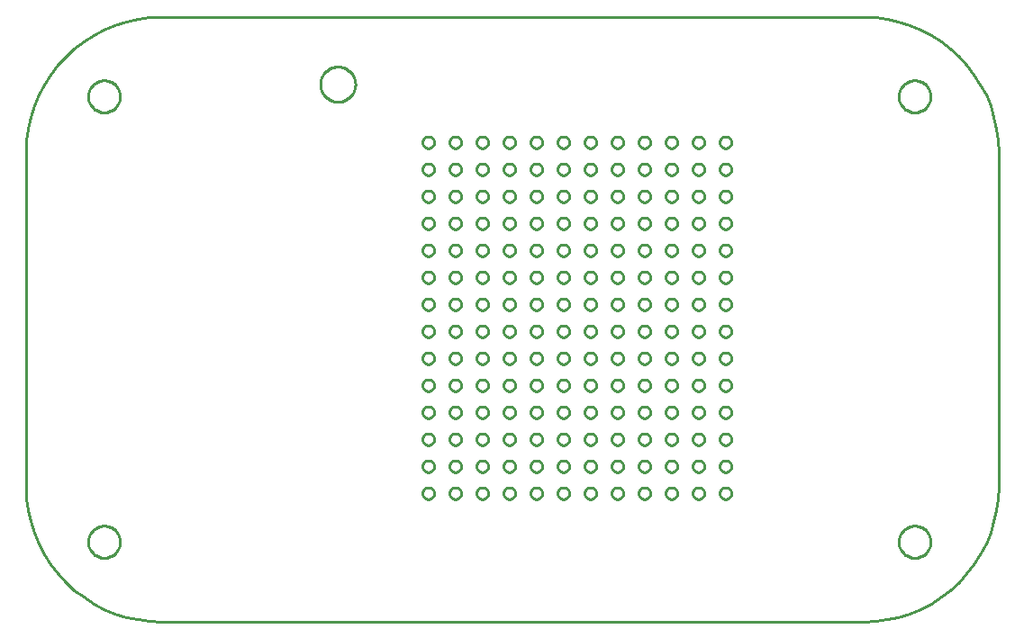
<source format=gbr>
G04 EAGLE Gerber RS-274X export*
G75*
%MOMM*%
%FSLAX34Y34*%
%LPD*%
%IN*%
%IPPOS*%
%AMOC8*
5,1,8,0,0,1.08239X$1,22.5*%
G01*
%ADD10C,0.254000*%


D10*
X0Y127000D02*
X483Y115931D01*
X1929Y104947D01*
X4327Y94130D01*
X7659Y83563D01*
X11899Y73327D01*
X17015Y63500D01*
X22968Y54156D01*
X29712Y45366D01*
X37197Y37197D01*
X45366Y29712D01*
X54156Y22968D01*
X63500Y17015D01*
X73327Y11899D01*
X83563Y7659D01*
X94130Y4327D01*
X104947Y1929D01*
X115931Y483D01*
X127000Y0D01*
X787400Y0D01*
X798469Y483D01*
X809453Y1929D01*
X820270Y4327D01*
X830837Y7659D01*
X841073Y11899D01*
X850900Y17015D01*
X860244Y22968D01*
X869034Y29712D01*
X877203Y37197D01*
X884688Y45366D01*
X891432Y54156D01*
X897385Y63500D01*
X902501Y73327D01*
X906741Y83563D01*
X910073Y94130D01*
X912471Y104947D01*
X913917Y115931D01*
X914400Y127000D01*
X914400Y441960D01*
X913917Y453029D01*
X912471Y464013D01*
X910073Y474830D01*
X906741Y485397D01*
X902501Y495633D01*
X897385Y505460D01*
X891432Y514804D01*
X884688Y523594D01*
X877203Y531763D01*
X869034Y539248D01*
X860244Y545992D01*
X850900Y551945D01*
X841073Y557061D01*
X830837Y561301D01*
X820270Y564633D01*
X809453Y567031D01*
X798469Y568477D01*
X787400Y568960D01*
X127000Y568960D01*
X115931Y568477D01*
X104947Y567031D01*
X94130Y564633D01*
X83563Y561301D01*
X73327Y557061D01*
X63500Y551945D01*
X54156Y545992D01*
X45366Y539248D01*
X37197Y531763D01*
X29712Y523594D01*
X22968Y514804D01*
X17015Y505460D01*
X11899Y495633D01*
X7659Y485397D01*
X4327Y474830D01*
X1929Y464013D01*
X483Y453029D01*
X0Y441960D01*
X0Y127000D01*
X850660Y74394D02*
X850584Y73326D01*
X850431Y72265D01*
X850203Y71218D01*
X849901Y70190D01*
X849527Y69186D01*
X849082Y68211D01*
X848568Y67271D01*
X847989Y66370D01*
X847347Y65512D01*
X846645Y64702D01*
X845888Y63945D01*
X845078Y63243D01*
X844220Y62601D01*
X843319Y62022D01*
X842379Y61508D01*
X841404Y61063D01*
X840400Y60689D01*
X839372Y60387D01*
X838325Y60159D01*
X837264Y60006D01*
X836196Y59930D01*
X835124Y59930D01*
X834056Y60006D01*
X832995Y60159D01*
X831948Y60387D01*
X830920Y60689D01*
X829916Y61063D01*
X828941Y61508D01*
X828001Y62022D01*
X827100Y62601D01*
X826242Y63243D01*
X825432Y63945D01*
X824675Y64702D01*
X823973Y65512D01*
X823331Y66370D01*
X822752Y67271D01*
X822238Y68211D01*
X821793Y69186D01*
X821419Y70190D01*
X821117Y71218D01*
X820889Y72265D01*
X820736Y73326D01*
X820660Y74394D01*
X820660Y75466D01*
X820736Y76534D01*
X820889Y77595D01*
X821117Y78642D01*
X821419Y79670D01*
X821793Y80674D01*
X822238Y81649D01*
X822752Y82589D01*
X823331Y83490D01*
X823973Y84348D01*
X824675Y85158D01*
X825432Y85915D01*
X826242Y86617D01*
X827100Y87259D01*
X828001Y87838D01*
X828941Y88352D01*
X829916Y88797D01*
X830920Y89171D01*
X831948Y89473D01*
X832995Y89701D01*
X834056Y89854D01*
X835124Y89930D01*
X836196Y89930D01*
X837264Y89854D01*
X838325Y89701D01*
X839372Y89473D01*
X840400Y89171D01*
X841404Y88797D01*
X842379Y88352D01*
X843319Y87838D01*
X844220Y87259D01*
X845078Y86617D01*
X845888Y85915D01*
X846645Y85158D01*
X847347Y84348D01*
X847989Y83490D01*
X848568Y82589D01*
X849082Y81649D01*
X849527Y80674D01*
X849901Y79670D01*
X850203Y78642D01*
X850431Y77595D01*
X850584Y76534D01*
X850660Y75466D01*
X850660Y74394D01*
X850660Y493494D02*
X850584Y492426D01*
X850431Y491365D01*
X850203Y490318D01*
X849901Y489290D01*
X849527Y488286D01*
X849082Y487311D01*
X848568Y486371D01*
X847989Y485470D01*
X847347Y484612D01*
X846645Y483802D01*
X845888Y483045D01*
X845078Y482343D01*
X844220Y481701D01*
X843319Y481122D01*
X842379Y480608D01*
X841404Y480163D01*
X840400Y479789D01*
X839372Y479487D01*
X838325Y479259D01*
X837264Y479106D01*
X836196Y479030D01*
X835124Y479030D01*
X834056Y479106D01*
X832995Y479259D01*
X831948Y479487D01*
X830920Y479789D01*
X829916Y480163D01*
X828941Y480608D01*
X828001Y481122D01*
X827100Y481701D01*
X826242Y482343D01*
X825432Y483045D01*
X824675Y483802D01*
X823973Y484612D01*
X823331Y485470D01*
X822752Y486371D01*
X822238Y487311D01*
X821793Y488286D01*
X821419Y489290D01*
X821117Y490318D01*
X820889Y491365D01*
X820736Y492426D01*
X820660Y493494D01*
X820660Y494566D01*
X820736Y495634D01*
X820889Y496695D01*
X821117Y497742D01*
X821419Y498770D01*
X821793Y499774D01*
X822238Y500749D01*
X822752Y501689D01*
X823331Y502590D01*
X823973Y503448D01*
X824675Y504258D01*
X825432Y505015D01*
X826242Y505717D01*
X827100Y506359D01*
X828001Y506938D01*
X828941Y507452D01*
X829916Y507897D01*
X830920Y508271D01*
X831948Y508573D01*
X832995Y508801D01*
X834056Y508954D01*
X835124Y509030D01*
X836196Y509030D01*
X837264Y508954D01*
X838325Y508801D01*
X839372Y508573D01*
X840400Y508271D01*
X841404Y507897D01*
X842379Y507452D01*
X843319Y506938D01*
X844220Y506359D01*
X845078Y505717D01*
X845888Y505015D01*
X846645Y504258D01*
X847347Y503448D01*
X847989Y502590D01*
X848568Y501689D01*
X849082Y500749D01*
X849527Y499774D01*
X849901Y498770D01*
X850203Y497742D01*
X850431Y496695D01*
X850584Y495634D01*
X850660Y494566D01*
X850660Y493494D01*
X88660Y74394D02*
X88584Y73326D01*
X88431Y72265D01*
X88203Y71218D01*
X87901Y70190D01*
X87527Y69186D01*
X87082Y68211D01*
X86568Y67271D01*
X85989Y66370D01*
X85347Y65512D01*
X84645Y64702D01*
X83888Y63945D01*
X83078Y63243D01*
X82220Y62601D01*
X81319Y62022D01*
X80379Y61508D01*
X79404Y61063D01*
X78400Y60689D01*
X77372Y60387D01*
X76325Y60159D01*
X75264Y60006D01*
X74196Y59930D01*
X73124Y59930D01*
X72056Y60006D01*
X70995Y60159D01*
X69948Y60387D01*
X68920Y60689D01*
X67916Y61063D01*
X66941Y61508D01*
X66001Y62022D01*
X65100Y62601D01*
X64242Y63243D01*
X63432Y63945D01*
X62675Y64702D01*
X61973Y65512D01*
X61331Y66370D01*
X60752Y67271D01*
X60238Y68211D01*
X59793Y69186D01*
X59419Y70190D01*
X59117Y71218D01*
X58889Y72265D01*
X58736Y73326D01*
X58660Y74394D01*
X58660Y75466D01*
X58736Y76534D01*
X58889Y77595D01*
X59117Y78642D01*
X59419Y79670D01*
X59793Y80674D01*
X60238Y81649D01*
X60752Y82589D01*
X61331Y83490D01*
X61973Y84348D01*
X62675Y85158D01*
X63432Y85915D01*
X64242Y86617D01*
X65100Y87259D01*
X66001Y87838D01*
X66941Y88352D01*
X67916Y88797D01*
X68920Y89171D01*
X69948Y89473D01*
X70995Y89701D01*
X72056Y89854D01*
X73124Y89930D01*
X74196Y89930D01*
X75264Y89854D01*
X76325Y89701D01*
X77372Y89473D01*
X78400Y89171D01*
X79404Y88797D01*
X80379Y88352D01*
X81319Y87838D01*
X82220Y87259D01*
X83078Y86617D01*
X83888Y85915D01*
X84645Y85158D01*
X85347Y84348D01*
X85989Y83490D01*
X86568Y82589D01*
X87082Y81649D01*
X87527Y80674D01*
X87901Y79670D01*
X88203Y78642D01*
X88431Y77595D01*
X88584Y76534D01*
X88660Y75466D01*
X88660Y74394D01*
X88660Y493494D02*
X88584Y492426D01*
X88431Y491365D01*
X88203Y490318D01*
X87901Y489290D01*
X87527Y488286D01*
X87082Y487311D01*
X86568Y486371D01*
X85989Y485470D01*
X85347Y484612D01*
X84645Y483802D01*
X83888Y483045D01*
X83078Y482343D01*
X82220Y481701D01*
X81319Y481122D01*
X80379Y480608D01*
X79404Y480163D01*
X78400Y479789D01*
X77372Y479487D01*
X76325Y479259D01*
X75264Y479106D01*
X74196Y479030D01*
X73124Y479030D01*
X72056Y479106D01*
X70995Y479259D01*
X69948Y479487D01*
X68920Y479789D01*
X67916Y480163D01*
X66941Y480608D01*
X66001Y481122D01*
X65100Y481701D01*
X64242Y482343D01*
X63432Y483045D01*
X62675Y483802D01*
X61973Y484612D01*
X61331Y485470D01*
X60752Y486371D01*
X60238Y487311D01*
X59793Y488286D01*
X59419Y489290D01*
X59117Y490318D01*
X58889Y491365D01*
X58736Y492426D01*
X58660Y493494D01*
X58660Y494566D01*
X58736Y495634D01*
X58889Y496695D01*
X59117Y497742D01*
X59419Y498770D01*
X59793Y499774D01*
X60238Y500749D01*
X60752Y501689D01*
X61331Y502590D01*
X61973Y503448D01*
X62675Y504258D01*
X63432Y505015D01*
X64242Y505717D01*
X65100Y506359D01*
X66001Y506938D01*
X66941Y507452D01*
X67916Y507897D01*
X68920Y508271D01*
X69948Y508573D01*
X70995Y508801D01*
X72056Y508954D01*
X73124Y509030D01*
X74196Y509030D01*
X75264Y508954D01*
X76325Y508801D01*
X77372Y508573D01*
X78400Y508271D01*
X79404Y507897D01*
X80379Y507452D01*
X81319Y506938D01*
X82220Y506359D01*
X83078Y505717D01*
X83888Y505015D01*
X84645Y504258D01*
X85347Y503448D01*
X85989Y502590D01*
X86568Y501689D01*
X87082Y500749D01*
X87527Y499774D01*
X87901Y498770D01*
X88203Y497742D01*
X88431Y496695D01*
X88584Y495634D01*
X88660Y494566D01*
X88660Y493494D01*
X292830Y488950D02*
X291751Y489021D01*
X290679Y489162D01*
X289619Y489373D01*
X288575Y489652D01*
X287551Y490000D01*
X286553Y490414D01*
X285583Y490892D01*
X284647Y491432D01*
X283748Y492033D01*
X282891Y492691D01*
X282078Y493404D01*
X281314Y494168D01*
X280601Y494981D01*
X279943Y495838D01*
X279342Y496737D01*
X278802Y497673D01*
X278324Y498643D01*
X277910Y499641D01*
X277562Y500665D01*
X277283Y501709D01*
X277072Y502769D01*
X276931Y503841D01*
X276860Y504920D01*
X276860Y506000D01*
X276931Y507079D01*
X277072Y508151D01*
X277283Y509211D01*
X277562Y510255D01*
X277910Y511279D01*
X278324Y512277D01*
X278802Y513247D01*
X279342Y514183D01*
X279943Y515082D01*
X280601Y515939D01*
X281314Y516752D01*
X282078Y517517D01*
X282891Y518229D01*
X283748Y518887D01*
X284647Y519488D01*
X285583Y520028D01*
X286553Y520506D01*
X287551Y520920D01*
X288575Y521268D01*
X289619Y521547D01*
X290679Y521758D01*
X291751Y521899D01*
X292830Y521970D01*
X293910Y521970D01*
X294989Y521899D01*
X296061Y521758D01*
X297121Y521547D01*
X298165Y521268D01*
X299189Y520920D01*
X300187Y520506D01*
X301157Y520028D01*
X302093Y519488D01*
X302992Y518887D01*
X303849Y518229D01*
X304662Y517517D01*
X305427Y516752D01*
X306139Y515939D01*
X306797Y515082D01*
X307398Y514183D01*
X307938Y513247D01*
X308416Y512277D01*
X308830Y511279D01*
X309178Y510255D01*
X309457Y509211D01*
X309668Y508151D01*
X309809Y507079D01*
X309880Y506000D01*
X309880Y504920D01*
X309809Y503841D01*
X309668Y502769D01*
X309457Y501709D01*
X309178Y500665D01*
X308830Y499641D01*
X308416Y498643D01*
X307938Y497673D01*
X307398Y496737D01*
X306797Y495838D01*
X306139Y494981D01*
X305427Y494168D01*
X304662Y493404D01*
X303849Y492691D01*
X302992Y492033D01*
X302093Y491432D01*
X301157Y490892D01*
X300187Y490414D01*
X299189Y490000D01*
X298165Y489652D01*
X297121Y489373D01*
X296061Y489162D01*
X294989Y489021D01*
X293910Y488950D01*
X292830Y488950D01*
X383960Y298141D02*
X383891Y297527D01*
X383753Y296925D01*
X383549Y296342D01*
X383281Y295785D01*
X382953Y295262D01*
X382568Y294779D01*
X382131Y294343D01*
X381648Y293957D01*
X381125Y293629D01*
X380568Y293361D01*
X379985Y293157D01*
X379383Y293019D01*
X378769Y292950D01*
X378151Y292950D01*
X377537Y293019D01*
X376935Y293157D01*
X376352Y293361D01*
X375795Y293629D01*
X375272Y293957D01*
X374789Y294343D01*
X374353Y294779D01*
X373967Y295262D01*
X373639Y295785D01*
X373371Y296342D01*
X373167Y296925D01*
X373029Y297527D01*
X372960Y298141D01*
X372960Y298759D01*
X373029Y299373D01*
X373167Y299975D01*
X373371Y300558D01*
X373639Y301115D01*
X373967Y301638D01*
X374353Y302121D01*
X374789Y302558D01*
X375272Y302943D01*
X375795Y303271D01*
X376352Y303539D01*
X376935Y303743D01*
X377537Y303881D01*
X378151Y303950D01*
X378769Y303950D01*
X379383Y303881D01*
X379985Y303743D01*
X380568Y303539D01*
X381125Y303271D01*
X381648Y302943D01*
X382131Y302558D01*
X382568Y302121D01*
X382953Y301638D01*
X383281Y301115D01*
X383549Y300558D01*
X383753Y299975D01*
X383891Y299373D01*
X383960Y298759D01*
X383960Y298141D01*
X510960Y298141D02*
X510891Y297527D01*
X510753Y296925D01*
X510549Y296342D01*
X510281Y295785D01*
X509953Y295262D01*
X509568Y294779D01*
X509131Y294343D01*
X508648Y293957D01*
X508125Y293629D01*
X507568Y293361D01*
X506985Y293157D01*
X506383Y293019D01*
X505769Y292950D01*
X505151Y292950D01*
X504537Y293019D01*
X503935Y293157D01*
X503352Y293361D01*
X502795Y293629D01*
X502272Y293957D01*
X501789Y294343D01*
X501353Y294779D01*
X500967Y295262D01*
X500639Y295785D01*
X500371Y296342D01*
X500167Y296925D01*
X500029Y297527D01*
X499960Y298141D01*
X499960Y298759D01*
X500029Y299373D01*
X500167Y299975D01*
X500371Y300558D01*
X500639Y301115D01*
X500967Y301638D01*
X501353Y302121D01*
X501789Y302558D01*
X502272Y302943D01*
X502795Y303271D01*
X503352Y303539D01*
X503935Y303743D01*
X504537Y303881D01*
X505151Y303950D01*
X505769Y303950D01*
X506383Y303881D01*
X506985Y303743D01*
X507568Y303539D01*
X508125Y303271D01*
X508648Y302943D01*
X509131Y302558D01*
X509568Y302121D01*
X509953Y301638D01*
X510281Y301115D01*
X510549Y300558D01*
X510753Y299975D01*
X510891Y299373D01*
X510960Y298759D01*
X510960Y298141D01*
X663360Y298141D02*
X663291Y297527D01*
X663153Y296925D01*
X662949Y296342D01*
X662681Y295785D01*
X662353Y295262D01*
X661968Y294779D01*
X661531Y294343D01*
X661048Y293957D01*
X660525Y293629D01*
X659968Y293361D01*
X659385Y293157D01*
X658783Y293019D01*
X658169Y292950D01*
X657551Y292950D01*
X656937Y293019D01*
X656335Y293157D01*
X655752Y293361D01*
X655195Y293629D01*
X654672Y293957D01*
X654189Y294343D01*
X653753Y294779D01*
X653367Y295262D01*
X653039Y295785D01*
X652771Y296342D01*
X652567Y296925D01*
X652429Y297527D01*
X652360Y298141D01*
X652360Y298759D01*
X652429Y299373D01*
X652567Y299975D01*
X652771Y300558D01*
X653039Y301115D01*
X653367Y301638D01*
X653753Y302121D01*
X654189Y302558D01*
X654672Y302943D01*
X655195Y303271D01*
X655752Y303539D01*
X656335Y303743D01*
X656937Y303881D01*
X657551Y303950D01*
X658169Y303950D01*
X658783Y303881D01*
X659385Y303743D01*
X659968Y303539D01*
X660525Y303271D01*
X661048Y302943D01*
X661531Y302558D01*
X661968Y302121D01*
X662353Y301638D01*
X662681Y301115D01*
X662949Y300558D01*
X663153Y299975D01*
X663291Y299373D01*
X663360Y298759D01*
X663360Y298141D01*
X485560Y298141D02*
X485491Y297527D01*
X485353Y296925D01*
X485149Y296342D01*
X484881Y295785D01*
X484553Y295262D01*
X484168Y294779D01*
X483731Y294343D01*
X483248Y293957D01*
X482725Y293629D01*
X482168Y293361D01*
X481585Y293157D01*
X480983Y293019D01*
X480369Y292950D01*
X479751Y292950D01*
X479137Y293019D01*
X478535Y293157D01*
X477952Y293361D01*
X477395Y293629D01*
X476872Y293957D01*
X476389Y294343D01*
X475953Y294779D01*
X475567Y295262D01*
X475239Y295785D01*
X474971Y296342D01*
X474767Y296925D01*
X474629Y297527D01*
X474560Y298141D01*
X474560Y298759D01*
X474629Y299373D01*
X474767Y299975D01*
X474971Y300558D01*
X475239Y301115D01*
X475567Y301638D01*
X475953Y302121D01*
X476389Y302558D01*
X476872Y302943D01*
X477395Y303271D01*
X477952Y303539D01*
X478535Y303743D01*
X479137Y303881D01*
X479751Y303950D01*
X480369Y303950D01*
X480983Y303881D01*
X481585Y303743D01*
X482168Y303539D01*
X482725Y303271D01*
X483248Y302943D01*
X483731Y302558D01*
X484168Y302121D01*
X484553Y301638D01*
X484881Y301115D01*
X485149Y300558D01*
X485353Y299975D01*
X485491Y299373D01*
X485560Y298759D01*
X485560Y298141D01*
X536360Y298141D02*
X536291Y297527D01*
X536153Y296925D01*
X535949Y296342D01*
X535681Y295785D01*
X535353Y295262D01*
X534968Y294779D01*
X534531Y294343D01*
X534048Y293957D01*
X533525Y293629D01*
X532968Y293361D01*
X532385Y293157D01*
X531783Y293019D01*
X531169Y292950D01*
X530551Y292950D01*
X529937Y293019D01*
X529335Y293157D01*
X528752Y293361D01*
X528195Y293629D01*
X527672Y293957D01*
X527189Y294343D01*
X526753Y294779D01*
X526367Y295262D01*
X526039Y295785D01*
X525771Y296342D01*
X525567Y296925D01*
X525429Y297527D01*
X525360Y298141D01*
X525360Y298759D01*
X525429Y299373D01*
X525567Y299975D01*
X525771Y300558D01*
X526039Y301115D01*
X526367Y301638D01*
X526753Y302121D01*
X527189Y302558D01*
X527672Y302943D01*
X528195Y303271D01*
X528752Y303539D01*
X529335Y303743D01*
X529937Y303881D01*
X530551Y303950D01*
X531169Y303950D01*
X531783Y303881D01*
X532385Y303743D01*
X532968Y303539D01*
X533525Y303271D01*
X534048Y302943D01*
X534531Y302558D01*
X534968Y302121D01*
X535353Y301638D01*
X535681Y301115D01*
X535949Y300558D01*
X536153Y299975D01*
X536291Y299373D01*
X536360Y298759D01*
X536360Y298141D01*
X460160Y298141D02*
X460091Y297527D01*
X459953Y296925D01*
X459749Y296342D01*
X459481Y295785D01*
X459153Y295262D01*
X458768Y294779D01*
X458331Y294343D01*
X457848Y293957D01*
X457325Y293629D01*
X456768Y293361D01*
X456185Y293157D01*
X455583Y293019D01*
X454969Y292950D01*
X454351Y292950D01*
X453737Y293019D01*
X453135Y293157D01*
X452552Y293361D01*
X451995Y293629D01*
X451472Y293957D01*
X450989Y294343D01*
X450553Y294779D01*
X450167Y295262D01*
X449839Y295785D01*
X449571Y296342D01*
X449367Y296925D01*
X449229Y297527D01*
X449160Y298141D01*
X449160Y298759D01*
X449229Y299373D01*
X449367Y299975D01*
X449571Y300558D01*
X449839Y301115D01*
X450167Y301638D01*
X450553Y302121D01*
X450989Y302558D01*
X451472Y302943D01*
X451995Y303271D01*
X452552Y303539D01*
X453135Y303743D01*
X453737Y303881D01*
X454351Y303950D01*
X454969Y303950D01*
X455583Y303881D01*
X456185Y303743D01*
X456768Y303539D01*
X457325Y303271D01*
X457848Y302943D01*
X458331Y302558D01*
X458768Y302121D01*
X459153Y301638D01*
X459481Y301115D01*
X459749Y300558D01*
X459953Y299975D01*
X460091Y299373D01*
X460160Y298759D01*
X460160Y298141D01*
X561760Y298141D02*
X561691Y297527D01*
X561553Y296925D01*
X561349Y296342D01*
X561081Y295785D01*
X560753Y295262D01*
X560368Y294779D01*
X559931Y294343D01*
X559448Y293957D01*
X558925Y293629D01*
X558368Y293361D01*
X557785Y293157D01*
X557183Y293019D01*
X556569Y292950D01*
X555951Y292950D01*
X555337Y293019D01*
X554735Y293157D01*
X554152Y293361D01*
X553595Y293629D01*
X553072Y293957D01*
X552589Y294343D01*
X552153Y294779D01*
X551767Y295262D01*
X551439Y295785D01*
X551171Y296342D01*
X550967Y296925D01*
X550829Y297527D01*
X550760Y298141D01*
X550760Y298759D01*
X550829Y299373D01*
X550967Y299975D01*
X551171Y300558D01*
X551439Y301115D01*
X551767Y301638D01*
X552153Y302121D01*
X552589Y302558D01*
X553072Y302943D01*
X553595Y303271D01*
X554152Y303539D01*
X554735Y303743D01*
X555337Y303881D01*
X555951Y303950D01*
X556569Y303950D01*
X557183Y303881D01*
X557785Y303743D01*
X558368Y303539D01*
X558925Y303271D01*
X559448Y302943D01*
X559931Y302558D01*
X560368Y302121D01*
X560753Y301638D01*
X561081Y301115D01*
X561349Y300558D01*
X561553Y299975D01*
X561691Y299373D01*
X561760Y298759D01*
X561760Y298141D01*
X587160Y298141D02*
X587091Y297527D01*
X586953Y296925D01*
X586749Y296342D01*
X586481Y295785D01*
X586153Y295262D01*
X585768Y294779D01*
X585331Y294343D01*
X584848Y293957D01*
X584325Y293629D01*
X583768Y293361D01*
X583185Y293157D01*
X582583Y293019D01*
X581969Y292950D01*
X581351Y292950D01*
X580737Y293019D01*
X580135Y293157D01*
X579552Y293361D01*
X578995Y293629D01*
X578472Y293957D01*
X577989Y294343D01*
X577553Y294779D01*
X577167Y295262D01*
X576839Y295785D01*
X576571Y296342D01*
X576367Y296925D01*
X576229Y297527D01*
X576160Y298141D01*
X576160Y298759D01*
X576229Y299373D01*
X576367Y299975D01*
X576571Y300558D01*
X576839Y301115D01*
X577167Y301638D01*
X577553Y302121D01*
X577989Y302558D01*
X578472Y302943D01*
X578995Y303271D01*
X579552Y303539D01*
X580135Y303743D01*
X580737Y303881D01*
X581351Y303950D01*
X581969Y303950D01*
X582583Y303881D01*
X583185Y303743D01*
X583768Y303539D01*
X584325Y303271D01*
X584848Y302943D01*
X585331Y302558D01*
X585768Y302121D01*
X586153Y301638D01*
X586481Y301115D01*
X586749Y300558D01*
X586953Y299975D01*
X587091Y299373D01*
X587160Y298759D01*
X587160Y298141D01*
X409360Y298141D02*
X409291Y297527D01*
X409153Y296925D01*
X408949Y296342D01*
X408681Y295785D01*
X408353Y295262D01*
X407968Y294779D01*
X407531Y294343D01*
X407048Y293957D01*
X406525Y293629D01*
X405968Y293361D01*
X405385Y293157D01*
X404783Y293019D01*
X404169Y292950D01*
X403551Y292950D01*
X402937Y293019D01*
X402335Y293157D01*
X401752Y293361D01*
X401195Y293629D01*
X400672Y293957D01*
X400189Y294343D01*
X399753Y294779D01*
X399367Y295262D01*
X399039Y295785D01*
X398771Y296342D01*
X398567Y296925D01*
X398429Y297527D01*
X398360Y298141D01*
X398360Y298759D01*
X398429Y299373D01*
X398567Y299975D01*
X398771Y300558D01*
X399039Y301115D01*
X399367Y301638D01*
X399753Y302121D01*
X400189Y302558D01*
X400672Y302943D01*
X401195Y303271D01*
X401752Y303539D01*
X402335Y303743D01*
X402937Y303881D01*
X403551Y303950D01*
X404169Y303950D01*
X404783Y303881D01*
X405385Y303743D01*
X405968Y303539D01*
X406525Y303271D01*
X407048Y302943D01*
X407531Y302558D01*
X407968Y302121D01*
X408353Y301638D01*
X408681Y301115D01*
X408949Y300558D01*
X409153Y299975D01*
X409291Y299373D01*
X409360Y298759D01*
X409360Y298141D01*
X434760Y298141D02*
X434691Y297527D01*
X434553Y296925D01*
X434349Y296342D01*
X434081Y295785D01*
X433753Y295262D01*
X433368Y294779D01*
X432931Y294343D01*
X432448Y293957D01*
X431925Y293629D01*
X431368Y293361D01*
X430785Y293157D01*
X430183Y293019D01*
X429569Y292950D01*
X428951Y292950D01*
X428337Y293019D01*
X427735Y293157D01*
X427152Y293361D01*
X426595Y293629D01*
X426072Y293957D01*
X425589Y294343D01*
X425153Y294779D01*
X424767Y295262D01*
X424439Y295785D01*
X424171Y296342D01*
X423967Y296925D01*
X423829Y297527D01*
X423760Y298141D01*
X423760Y298759D01*
X423829Y299373D01*
X423967Y299975D01*
X424171Y300558D01*
X424439Y301115D01*
X424767Y301638D01*
X425153Y302121D01*
X425589Y302558D01*
X426072Y302943D01*
X426595Y303271D01*
X427152Y303539D01*
X427735Y303743D01*
X428337Y303881D01*
X428951Y303950D01*
X429569Y303950D01*
X430183Y303881D01*
X430785Y303743D01*
X431368Y303539D01*
X431925Y303271D01*
X432448Y302943D01*
X432931Y302558D01*
X433368Y302121D01*
X433753Y301638D01*
X434081Y301115D01*
X434349Y300558D01*
X434553Y299975D01*
X434691Y299373D01*
X434760Y298759D01*
X434760Y298141D01*
X612560Y298141D02*
X612491Y297527D01*
X612353Y296925D01*
X612149Y296342D01*
X611881Y295785D01*
X611553Y295262D01*
X611168Y294779D01*
X610731Y294343D01*
X610248Y293957D01*
X609725Y293629D01*
X609168Y293361D01*
X608585Y293157D01*
X607983Y293019D01*
X607369Y292950D01*
X606751Y292950D01*
X606137Y293019D01*
X605535Y293157D01*
X604952Y293361D01*
X604395Y293629D01*
X603872Y293957D01*
X603389Y294343D01*
X602953Y294779D01*
X602567Y295262D01*
X602239Y295785D01*
X601971Y296342D01*
X601767Y296925D01*
X601629Y297527D01*
X601560Y298141D01*
X601560Y298759D01*
X601629Y299373D01*
X601767Y299975D01*
X601971Y300558D01*
X602239Y301115D01*
X602567Y301638D01*
X602953Y302121D01*
X603389Y302558D01*
X603872Y302943D01*
X604395Y303271D01*
X604952Y303539D01*
X605535Y303743D01*
X606137Y303881D01*
X606751Y303950D01*
X607369Y303950D01*
X607983Y303881D01*
X608585Y303743D01*
X609168Y303539D01*
X609725Y303271D01*
X610248Y302943D01*
X610731Y302558D01*
X611168Y302121D01*
X611553Y301638D01*
X611881Y301115D01*
X612149Y300558D01*
X612353Y299975D01*
X612491Y299373D01*
X612560Y298759D01*
X612560Y298141D01*
X637960Y298141D02*
X637891Y297527D01*
X637753Y296925D01*
X637549Y296342D01*
X637281Y295785D01*
X636953Y295262D01*
X636568Y294779D01*
X636131Y294343D01*
X635648Y293957D01*
X635125Y293629D01*
X634568Y293361D01*
X633985Y293157D01*
X633383Y293019D01*
X632769Y292950D01*
X632151Y292950D01*
X631537Y293019D01*
X630935Y293157D01*
X630352Y293361D01*
X629795Y293629D01*
X629272Y293957D01*
X628789Y294343D01*
X628353Y294779D01*
X627967Y295262D01*
X627639Y295785D01*
X627371Y296342D01*
X627167Y296925D01*
X627029Y297527D01*
X626960Y298141D01*
X626960Y298759D01*
X627029Y299373D01*
X627167Y299975D01*
X627371Y300558D01*
X627639Y301115D01*
X627967Y301638D01*
X628353Y302121D01*
X628789Y302558D01*
X629272Y302943D01*
X629795Y303271D01*
X630352Y303539D01*
X630935Y303743D01*
X631537Y303881D01*
X632151Y303950D01*
X632769Y303950D01*
X633383Y303881D01*
X633985Y303743D01*
X634568Y303539D01*
X635125Y303271D01*
X635648Y302943D01*
X636131Y302558D01*
X636568Y302121D01*
X636953Y301638D01*
X637281Y301115D01*
X637549Y300558D01*
X637753Y299975D01*
X637891Y299373D01*
X637960Y298759D01*
X637960Y298141D01*
X383960Y272741D02*
X383891Y272127D01*
X383753Y271525D01*
X383549Y270942D01*
X383281Y270385D01*
X382953Y269862D01*
X382568Y269379D01*
X382131Y268943D01*
X381648Y268557D01*
X381125Y268229D01*
X380568Y267961D01*
X379985Y267757D01*
X379383Y267619D01*
X378769Y267550D01*
X378151Y267550D01*
X377537Y267619D01*
X376935Y267757D01*
X376352Y267961D01*
X375795Y268229D01*
X375272Y268557D01*
X374789Y268943D01*
X374353Y269379D01*
X373967Y269862D01*
X373639Y270385D01*
X373371Y270942D01*
X373167Y271525D01*
X373029Y272127D01*
X372960Y272741D01*
X372960Y273359D01*
X373029Y273973D01*
X373167Y274575D01*
X373371Y275158D01*
X373639Y275715D01*
X373967Y276238D01*
X374353Y276721D01*
X374789Y277158D01*
X375272Y277543D01*
X375795Y277871D01*
X376352Y278139D01*
X376935Y278343D01*
X377537Y278481D01*
X378151Y278550D01*
X378769Y278550D01*
X379383Y278481D01*
X379985Y278343D01*
X380568Y278139D01*
X381125Y277871D01*
X381648Y277543D01*
X382131Y277158D01*
X382568Y276721D01*
X382953Y276238D01*
X383281Y275715D01*
X383549Y275158D01*
X383753Y274575D01*
X383891Y273973D01*
X383960Y273359D01*
X383960Y272741D01*
X510960Y272741D02*
X510891Y272127D01*
X510753Y271525D01*
X510549Y270942D01*
X510281Y270385D01*
X509953Y269862D01*
X509568Y269379D01*
X509131Y268943D01*
X508648Y268557D01*
X508125Y268229D01*
X507568Y267961D01*
X506985Y267757D01*
X506383Y267619D01*
X505769Y267550D01*
X505151Y267550D01*
X504537Y267619D01*
X503935Y267757D01*
X503352Y267961D01*
X502795Y268229D01*
X502272Y268557D01*
X501789Y268943D01*
X501353Y269379D01*
X500967Y269862D01*
X500639Y270385D01*
X500371Y270942D01*
X500167Y271525D01*
X500029Y272127D01*
X499960Y272741D01*
X499960Y273359D01*
X500029Y273973D01*
X500167Y274575D01*
X500371Y275158D01*
X500639Y275715D01*
X500967Y276238D01*
X501353Y276721D01*
X501789Y277158D01*
X502272Y277543D01*
X502795Y277871D01*
X503352Y278139D01*
X503935Y278343D01*
X504537Y278481D01*
X505151Y278550D01*
X505769Y278550D01*
X506383Y278481D01*
X506985Y278343D01*
X507568Y278139D01*
X508125Y277871D01*
X508648Y277543D01*
X509131Y277158D01*
X509568Y276721D01*
X509953Y276238D01*
X510281Y275715D01*
X510549Y275158D01*
X510753Y274575D01*
X510891Y273973D01*
X510960Y273359D01*
X510960Y272741D01*
X663360Y272741D02*
X663291Y272127D01*
X663153Y271525D01*
X662949Y270942D01*
X662681Y270385D01*
X662353Y269862D01*
X661968Y269379D01*
X661531Y268943D01*
X661048Y268557D01*
X660525Y268229D01*
X659968Y267961D01*
X659385Y267757D01*
X658783Y267619D01*
X658169Y267550D01*
X657551Y267550D01*
X656937Y267619D01*
X656335Y267757D01*
X655752Y267961D01*
X655195Y268229D01*
X654672Y268557D01*
X654189Y268943D01*
X653753Y269379D01*
X653367Y269862D01*
X653039Y270385D01*
X652771Y270942D01*
X652567Y271525D01*
X652429Y272127D01*
X652360Y272741D01*
X652360Y273359D01*
X652429Y273973D01*
X652567Y274575D01*
X652771Y275158D01*
X653039Y275715D01*
X653367Y276238D01*
X653753Y276721D01*
X654189Y277158D01*
X654672Y277543D01*
X655195Y277871D01*
X655752Y278139D01*
X656335Y278343D01*
X656937Y278481D01*
X657551Y278550D01*
X658169Y278550D01*
X658783Y278481D01*
X659385Y278343D01*
X659968Y278139D01*
X660525Y277871D01*
X661048Y277543D01*
X661531Y277158D01*
X661968Y276721D01*
X662353Y276238D01*
X662681Y275715D01*
X662949Y275158D01*
X663153Y274575D01*
X663291Y273973D01*
X663360Y273359D01*
X663360Y272741D01*
X485560Y272741D02*
X485491Y272127D01*
X485353Y271525D01*
X485149Y270942D01*
X484881Y270385D01*
X484553Y269862D01*
X484168Y269379D01*
X483731Y268943D01*
X483248Y268557D01*
X482725Y268229D01*
X482168Y267961D01*
X481585Y267757D01*
X480983Y267619D01*
X480369Y267550D01*
X479751Y267550D01*
X479137Y267619D01*
X478535Y267757D01*
X477952Y267961D01*
X477395Y268229D01*
X476872Y268557D01*
X476389Y268943D01*
X475953Y269379D01*
X475567Y269862D01*
X475239Y270385D01*
X474971Y270942D01*
X474767Y271525D01*
X474629Y272127D01*
X474560Y272741D01*
X474560Y273359D01*
X474629Y273973D01*
X474767Y274575D01*
X474971Y275158D01*
X475239Y275715D01*
X475567Y276238D01*
X475953Y276721D01*
X476389Y277158D01*
X476872Y277543D01*
X477395Y277871D01*
X477952Y278139D01*
X478535Y278343D01*
X479137Y278481D01*
X479751Y278550D01*
X480369Y278550D01*
X480983Y278481D01*
X481585Y278343D01*
X482168Y278139D01*
X482725Y277871D01*
X483248Y277543D01*
X483731Y277158D01*
X484168Y276721D01*
X484553Y276238D01*
X484881Y275715D01*
X485149Y275158D01*
X485353Y274575D01*
X485491Y273973D01*
X485560Y273359D01*
X485560Y272741D01*
X536360Y272741D02*
X536291Y272127D01*
X536153Y271525D01*
X535949Y270942D01*
X535681Y270385D01*
X535353Y269862D01*
X534968Y269379D01*
X534531Y268943D01*
X534048Y268557D01*
X533525Y268229D01*
X532968Y267961D01*
X532385Y267757D01*
X531783Y267619D01*
X531169Y267550D01*
X530551Y267550D01*
X529937Y267619D01*
X529335Y267757D01*
X528752Y267961D01*
X528195Y268229D01*
X527672Y268557D01*
X527189Y268943D01*
X526753Y269379D01*
X526367Y269862D01*
X526039Y270385D01*
X525771Y270942D01*
X525567Y271525D01*
X525429Y272127D01*
X525360Y272741D01*
X525360Y273359D01*
X525429Y273973D01*
X525567Y274575D01*
X525771Y275158D01*
X526039Y275715D01*
X526367Y276238D01*
X526753Y276721D01*
X527189Y277158D01*
X527672Y277543D01*
X528195Y277871D01*
X528752Y278139D01*
X529335Y278343D01*
X529937Y278481D01*
X530551Y278550D01*
X531169Y278550D01*
X531783Y278481D01*
X532385Y278343D01*
X532968Y278139D01*
X533525Y277871D01*
X534048Y277543D01*
X534531Y277158D01*
X534968Y276721D01*
X535353Y276238D01*
X535681Y275715D01*
X535949Y275158D01*
X536153Y274575D01*
X536291Y273973D01*
X536360Y273359D01*
X536360Y272741D01*
X460160Y272741D02*
X460091Y272127D01*
X459953Y271525D01*
X459749Y270942D01*
X459481Y270385D01*
X459153Y269862D01*
X458768Y269379D01*
X458331Y268943D01*
X457848Y268557D01*
X457325Y268229D01*
X456768Y267961D01*
X456185Y267757D01*
X455583Y267619D01*
X454969Y267550D01*
X454351Y267550D01*
X453737Y267619D01*
X453135Y267757D01*
X452552Y267961D01*
X451995Y268229D01*
X451472Y268557D01*
X450989Y268943D01*
X450553Y269379D01*
X450167Y269862D01*
X449839Y270385D01*
X449571Y270942D01*
X449367Y271525D01*
X449229Y272127D01*
X449160Y272741D01*
X449160Y273359D01*
X449229Y273973D01*
X449367Y274575D01*
X449571Y275158D01*
X449839Y275715D01*
X450167Y276238D01*
X450553Y276721D01*
X450989Y277158D01*
X451472Y277543D01*
X451995Y277871D01*
X452552Y278139D01*
X453135Y278343D01*
X453737Y278481D01*
X454351Y278550D01*
X454969Y278550D01*
X455583Y278481D01*
X456185Y278343D01*
X456768Y278139D01*
X457325Y277871D01*
X457848Y277543D01*
X458331Y277158D01*
X458768Y276721D01*
X459153Y276238D01*
X459481Y275715D01*
X459749Y275158D01*
X459953Y274575D01*
X460091Y273973D01*
X460160Y273359D01*
X460160Y272741D01*
X561760Y272741D02*
X561691Y272127D01*
X561553Y271525D01*
X561349Y270942D01*
X561081Y270385D01*
X560753Y269862D01*
X560368Y269379D01*
X559931Y268943D01*
X559448Y268557D01*
X558925Y268229D01*
X558368Y267961D01*
X557785Y267757D01*
X557183Y267619D01*
X556569Y267550D01*
X555951Y267550D01*
X555337Y267619D01*
X554735Y267757D01*
X554152Y267961D01*
X553595Y268229D01*
X553072Y268557D01*
X552589Y268943D01*
X552153Y269379D01*
X551767Y269862D01*
X551439Y270385D01*
X551171Y270942D01*
X550967Y271525D01*
X550829Y272127D01*
X550760Y272741D01*
X550760Y273359D01*
X550829Y273973D01*
X550967Y274575D01*
X551171Y275158D01*
X551439Y275715D01*
X551767Y276238D01*
X552153Y276721D01*
X552589Y277158D01*
X553072Y277543D01*
X553595Y277871D01*
X554152Y278139D01*
X554735Y278343D01*
X555337Y278481D01*
X555951Y278550D01*
X556569Y278550D01*
X557183Y278481D01*
X557785Y278343D01*
X558368Y278139D01*
X558925Y277871D01*
X559448Y277543D01*
X559931Y277158D01*
X560368Y276721D01*
X560753Y276238D01*
X561081Y275715D01*
X561349Y275158D01*
X561553Y274575D01*
X561691Y273973D01*
X561760Y273359D01*
X561760Y272741D01*
X587160Y272741D02*
X587091Y272127D01*
X586953Y271525D01*
X586749Y270942D01*
X586481Y270385D01*
X586153Y269862D01*
X585768Y269379D01*
X585331Y268943D01*
X584848Y268557D01*
X584325Y268229D01*
X583768Y267961D01*
X583185Y267757D01*
X582583Y267619D01*
X581969Y267550D01*
X581351Y267550D01*
X580737Y267619D01*
X580135Y267757D01*
X579552Y267961D01*
X578995Y268229D01*
X578472Y268557D01*
X577989Y268943D01*
X577553Y269379D01*
X577167Y269862D01*
X576839Y270385D01*
X576571Y270942D01*
X576367Y271525D01*
X576229Y272127D01*
X576160Y272741D01*
X576160Y273359D01*
X576229Y273973D01*
X576367Y274575D01*
X576571Y275158D01*
X576839Y275715D01*
X577167Y276238D01*
X577553Y276721D01*
X577989Y277158D01*
X578472Y277543D01*
X578995Y277871D01*
X579552Y278139D01*
X580135Y278343D01*
X580737Y278481D01*
X581351Y278550D01*
X581969Y278550D01*
X582583Y278481D01*
X583185Y278343D01*
X583768Y278139D01*
X584325Y277871D01*
X584848Y277543D01*
X585331Y277158D01*
X585768Y276721D01*
X586153Y276238D01*
X586481Y275715D01*
X586749Y275158D01*
X586953Y274575D01*
X587091Y273973D01*
X587160Y273359D01*
X587160Y272741D01*
X409360Y272741D02*
X409291Y272127D01*
X409153Y271525D01*
X408949Y270942D01*
X408681Y270385D01*
X408353Y269862D01*
X407968Y269379D01*
X407531Y268943D01*
X407048Y268557D01*
X406525Y268229D01*
X405968Y267961D01*
X405385Y267757D01*
X404783Y267619D01*
X404169Y267550D01*
X403551Y267550D01*
X402937Y267619D01*
X402335Y267757D01*
X401752Y267961D01*
X401195Y268229D01*
X400672Y268557D01*
X400189Y268943D01*
X399753Y269379D01*
X399367Y269862D01*
X399039Y270385D01*
X398771Y270942D01*
X398567Y271525D01*
X398429Y272127D01*
X398360Y272741D01*
X398360Y273359D01*
X398429Y273973D01*
X398567Y274575D01*
X398771Y275158D01*
X399039Y275715D01*
X399367Y276238D01*
X399753Y276721D01*
X400189Y277158D01*
X400672Y277543D01*
X401195Y277871D01*
X401752Y278139D01*
X402335Y278343D01*
X402937Y278481D01*
X403551Y278550D01*
X404169Y278550D01*
X404783Y278481D01*
X405385Y278343D01*
X405968Y278139D01*
X406525Y277871D01*
X407048Y277543D01*
X407531Y277158D01*
X407968Y276721D01*
X408353Y276238D01*
X408681Y275715D01*
X408949Y275158D01*
X409153Y274575D01*
X409291Y273973D01*
X409360Y273359D01*
X409360Y272741D01*
X434760Y272741D02*
X434691Y272127D01*
X434553Y271525D01*
X434349Y270942D01*
X434081Y270385D01*
X433753Y269862D01*
X433368Y269379D01*
X432931Y268943D01*
X432448Y268557D01*
X431925Y268229D01*
X431368Y267961D01*
X430785Y267757D01*
X430183Y267619D01*
X429569Y267550D01*
X428951Y267550D01*
X428337Y267619D01*
X427735Y267757D01*
X427152Y267961D01*
X426595Y268229D01*
X426072Y268557D01*
X425589Y268943D01*
X425153Y269379D01*
X424767Y269862D01*
X424439Y270385D01*
X424171Y270942D01*
X423967Y271525D01*
X423829Y272127D01*
X423760Y272741D01*
X423760Y273359D01*
X423829Y273973D01*
X423967Y274575D01*
X424171Y275158D01*
X424439Y275715D01*
X424767Y276238D01*
X425153Y276721D01*
X425589Y277158D01*
X426072Y277543D01*
X426595Y277871D01*
X427152Y278139D01*
X427735Y278343D01*
X428337Y278481D01*
X428951Y278550D01*
X429569Y278550D01*
X430183Y278481D01*
X430785Y278343D01*
X431368Y278139D01*
X431925Y277871D01*
X432448Y277543D01*
X432931Y277158D01*
X433368Y276721D01*
X433753Y276238D01*
X434081Y275715D01*
X434349Y275158D01*
X434553Y274575D01*
X434691Y273973D01*
X434760Y273359D01*
X434760Y272741D01*
X612560Y272741D02*
X612491Y272127D01*
X612353Y271525D01*
X612149Y270942D01*
X611881Y270385D01*
X611553Y269862D01*
X611168Y269379D01*
X610731Y268943D01*
X610248Y268557D01*
X609725Y268229D01*
X609168Y267961D01*
X608585Y267757D01*
X607983Y267619D01*
X607369Y267550D01*
X606751Y267550D01*
X606137Y267619D01*
X605535Y267757D01*
X604952Y267961D01*
X604395Y268229D01*
X603872Y268557D01*
X603389Y268943D01*
X602953Y269379D01*
X602567Y269862D01*
X602239Y270385D01*
X601971Y270942D01*
X601767Y271525D01*
X601629Y272127D01*
X601560Y272741D01*
X601560Y273359D01*
X601629Y273973D01*
X601767Y274575D01*
X601971Y275158D01*
X602239Y275715D01*
X602567Y276238D01*
X602953Y276721D01*
X603389Y277158D01*
X603872Y277543D01*
X604395Y277871D01*
X604952Y278139D01*
X605535Y278343D01*
X606137Y278481D01*
X606751Y278550D01*
X607369Y278550D01*
X607983Y278481D01*
X608585Y278343D01*
X609168Y278139D01*
X609725Y277871D01*
X610248Y277543D01*
X610731Y277158D01*
X611168Y276721D01*
X611553Y276238D01*
X611881Y275715D01*
X612149Y275158D01*
X612353Y274575D01*
X612491Y273973D01*
X612560Y273359D01*
X612560Y272741D01*
X637960Y272741D02*
X637891Y272127D01*
X637753Y271525D01*
X637549Y270942D01*
X637281Y270385D01*
X636953Y269862D01*
X636568Y269379D01*
X636131Y268943D01*
X635648Y268557D01*
X635125Y268229D01*
X634568Y267961D01*
X633985Y267757D01*
X633383Y267619D01*
X632769Y267550D01*
X632151Y267550D01*
X631537Y267619D01*
X630935Y267757D01*
X630352Y267961D01*
X629795Y268229D01*
X629272Y268557D01*
X628789Y268943D01*
X628353Y269379D01*
X627967Y269862D01*
X627639Y270385D01*
X627371Y270942D01*
X627167Y271525D01*
X627029Y272127D01*
X626960Y272741D01*
X626960Y273359D01*
X627029Y273973D01*
X627167Y274575D01*
X627371Y275158D01*
X627639Y275715D01*
X627967Y276238D01*
X628353Y276721D01*
X628789Y277158D01*
X629272Y277543D01*
X629795Y277871D01*
X630352Y278139D01*
X630935Y278343D01*
X631537Y278481D01*
X632151Y278550D01*
X632769Y278550D01*
X633383Y278481D01*
X633985Y278343D01*
X634568Y278139D01*
X635125Y277871D01*
X635648Y277543D01*
X636131Y277158D01*
X636568Y276721D01*
X636953Y276238D01*
X637281Y275715D01*
X637549Y275158D01*
X637753Y274575D01*
X637891Y273973D01*
X637960Y273359D01*
X637960Y272741D01*
X383960Y450541D02*
X383891Y449927D01*
X383753Y449325D01*
X383549Y448742D01*
X383281Y448185D01*
X382953Y447662D01*
X382568Y447179D01*
X382131Y446743D01*
X381648Y446357D01*
X381125Y446029D01*
X380568Y445761D01*
X379985Y445557D01*
X379383Y445419D01*
X378769Y445350D01*
X378151Y445350D01*
X377537Y445419D01*
X376935Y445557D01*
X376352Y445761D01*
X375795Y446029D01*
X375272Y446357D01*
X374789Y446743D01*
X374353Y447179D01*
X373967Y447662D01*
X373639Y448185D01*
X373371Y448742D01*
X373167Y449325D01*
X373029Y449927D01*
X372960Y450541D01*
X372960Y451159D01*
X373029Y451773D01*
X373167Y452375D01*
X373371Y452958D01*
X373639Y453515D01*
X373967Y454038D01*
X374353Y454521D01*
X374789Y454958D01*
X375272Y455343D01*
X375795Y455671D01*
X376352Y455939D01*
X376935Y456143D01*
X377537Y456281D01*
X378151Y456350D01*
X378769Y456350D01*
X379383Y456281D01*
X379985Y456143D01*
X380568Y455939D01*
X381125Y455671D01*
X381648Y455343D01*
X382131Y454958D01*
X382568Y454521D01*
X382953Y454038D01*
X383281Y453515D01*
X383549Y452958D01*
X383753Y452375D01*
X383891Y451773D01*
X383960Y451159D01*
X383960Y450541D01*
X510960Y450541D02*
X510891Y449927D01*
X510753Y449325D01*
X510549Y448742D01*
X510281Y448185D01*
X509953Y447662D01*
X509568Y447179D01*
X509131Y446743D01*
X508648Y446357D01*
X508125Y446029D01*
X507568Y445761D01*
X506985Y445557D01*
X506383Y445419D01*
X505769Y445350D01*
X505151Y445350D01*
X504537Y445419D01*
X503935Y445557D01*
X503352Y445761D01*
X502795Y446029D01*
X502272Y446357D01*
X501789Y446743D01*
X501353Y447179D01*
X500967Y447662D01*
X500639Y448185D01*
X500371Y448742D01*
X500167Y449325D01*
X500029Y449927D01*
X499960Y450541D01*
X499960Y451159D01*
X500029Y451773D01*
X500167Y452375D01*
X500371Y452958D01*
X500639Y453515D01*
X500967Y454038D01*
X501353Y454521D01*
X501789Y454958D01*
X502272Y455343D01*
X502795Y455671D01*
X503352Y455939D01*
X503935Y456143D01*
X504537Y456281D01*
X505151Y456350D01*
X505769Y456350D01*
X506383Y456281D01*
X506985Y456143D01*
X507568Y455939D01*
X508125Y455671D01*
X508648Y455343D01*
X509131Y454958D01*
X509568Y454521D01*
X509953Y454038D01*
X510281Y453515D01*
X510549Y452958D01*
X510753Y452375D01*
X510891Y451773D01*
X510960Y451159D01*
X510960Y450541D01*
X663360Y450541D02*
X663291Y449927D01*
X663153Y449325D01*
X662949Y448742D01*
X662681Y448185D01*
X662353Y447662D01*
X661968Y447179D01*
X661531Y446743D01*
X661048Y446357D01*
X660525Y446029D01*
X659968Y445761D01*
X659385Y445557D01*
X658783Y445419D01*
X658169Y445350D01*
X657551Y445350D01*
X656937Y445419D01*
X656335Y445557D01*
X655752Y445761D01*
X655195Y446029D01*
X654672Y446357D01*
X654189Y446743D01*
X653753Y447179D01*
X653367Y447662D01*
X653039Y448185D01*
X652771Y448742D01*
X652567Y449325D01*
X652429Y449927D01*
X652360Y450541D01*
X652360Y451159D01*
X652429Y451773D01*
X652567Y452375D01*
X652771Y452958D01*
X653039Y453515D01*
X653367Y454038D01*
X653753Y454521D01*
X654189Y454958D01*
X654672Y455343D01*
X655195Y455671D01*
X655752Y455939D01*
X656335Y456143D01*
X656937Y456281D01*
X657551Y456350D01*
X658169Y456350D01*
X658783Y456281D01*
X659385Y456143D01*
X659968Y455939D01*
X660525Y455671D01*
X661048Y455343D01*
X661531Y454958D01*
X661968Y454521D01*
X662353Y454038D01*
X662681Y453515D01*
X662949Y452958D01*
X663153Y452375D01*
X663291Y451773D01*
X663360Y451159D01*
X663360Y450541D01*
X485560Y450541D02*
X485491Y449927D01*
X485353Y449325D01*
X485149Y448742D01*
X484881Y448185D01*
X484553Y447662D01*
X484168Y447179D01*
X483731Y446743D01*
X483248Y446357D01*
X482725Y446029D01*
X482168Y445761D01*
X481585Y445557D01*
X480983Y445419D01*
X480369Y445350D01*
X479751Y445350D01*
X479137Y445419D01*
X478535Y445557D01*
X477952Y445761D01*
X477395Y446029D01*
X476872Y446357D01*
X476389Y446743D01*
X475953Y447179D01*
X475567Y447662D01*
X475239Y448185D01*
X474971Y448742D01*
X474767Y449325D01*
X474629Y449927D01*
X474560Y450541D01*
X474560Y451159D01*
X474629Y451773D01*
X474767Y452375D01*
X474971Y452958D01*
X475239Y453515D01*
X475567Y454038D01*
X475953Y454521D01*
X476389Y454958D01*
X476872Y455343D01*
X477395Y455671D01*
X477952Y455939D01*
X478535Y456143D01*
X479137Y456281D01*
X479751Y456350D01*
X480369Y456350D01*
X480983Y456281D01*
X481585Y456143D01*
X482168Y455939D01*
X482725Y455671D01*
X483248Y455343D01*
X483731Y454958D01*
X484168Y454521D01*
X484553Y454038D01*
X484881Y453515D01*
X485149Y452958D01*
X485353Y452375D01*
X485491Y451773D01*
X485560Y451159D01*
X485560Y450541D01*
X536360Y450541D02*
X536291Y449927D01*
X536153Y449325D01*
X535949Y448742D01*
X535681Y448185D01*
X535353Y447662D01*
X534968Y447179D01*
X534531Y446743D01*
X534048Y446357D01*
X533525Y446029D01*
X532968Y445761D01*
X532385Y445557D01*
X531783Y445419D01*
X531169Y445350D01*
X530551Y445350D01*
X529937Y445419D01*
X529335Y445557D01*
X528752Y445761D01*
X528195Y446029D01*
X527672Y446357D01*
X527189Y446743D01*
X526753Y447179D01*
X526367Y447662D01*
X526039Y448185D01*
X525771Y448742D01*
X525567Y449325D01*
X525429Y449927D01*
X525360Y450541D01*
X525360Y451159D01*
X525429Y451773D01*
X525567Y452375D01*
X525771Y452958D01*
X526039Y453515D01*
X526367Y454038D01*
X526753Y454521D01*
X527189Y454958D01*
X527672Y455343D01*
X528195Y455671D01*
X528752Y455939D01*
X529335Y456143D01*
X529937Y456281D01*
X530551Y456350D01*
X531169Y456350D01*
X531783Y456281D01*
X532385Y456143D01*
X532968Y455939D01*
X533525Y455671D01*
X534048Y455343D01*
X534531Y454958D01*
X534968Y454521D01*
X535353Y454038D01*
X535681Y453515D01*
X535949Y452958D01*
X536153Y452375D01*
X536291Y451773D01*
X536360Y451159D01*
X536360Y450541D01*
X460160Y450541D02*
X460091Y449927D01*
X459953Y449325D01*
X459749Y448742D01*
X459481Y448185D01*
X459153Y447662D01*
X458768Y447179D01*
X458331Y446743D01*
X457848Y446357D01*
X457325Y446029D01*
X456768Y445761D01*
X456185Y445557D01*
X455583Y445419D01*
X454969Y445350D01*
X454351Y445350D01*
X453737Y445419D01*
X453135Y445557D01*
X452552Y445761D01*
X451995Y446029D01*
X451472Y446357D01*
X450989Y446743D01*
X450553Y447179D01*
X450167Y447662D01*
X449839Y448185D01*
X449571Y448742D01*
X449367Y449325D01*
X449229Y449927D01*
X449160Y450541D01*
X449160Y451159D01*
X449229Y451773D01*
X449367Y452375D01*
X449571Y452958D01*
X449839Y453515D01*
X450167Y454038D01*
X450553Y454521D01*
X450989Y454958D01*
X451472Y455343D01*
X451995Y455671D01*
X452552Y455939D01*
X453135Y456143D01*
X453737Y456281D01*
X454351Y456350D01*
X454969Y456350D01*
X455583Y456281D01*
X456185Y456143D01*
X456768Y455939D01*
X457325Y455671D01*
X457848Y455343D01*
X458331Y454958D01*
X458768Y454521D01*
X459153Y454038D01*
X459481Y453515D01*
X459749Y452958D01*
X459953Y452375D01*
X460091Y451773D01*
X460160Y451159D01*
X460160Y450541D01*
X561760Y450541D02*
X561691Y449927D01*
X561553Y449325D01*
X561349Y448742D01*
X561081Y448185D01*
X560753Y447662D01*
X560368Y447179D01*
X559931Y446743D01*
X559448Y446357D01*
X558925Y446029D01*
X558368Y445761D01*
X557785Y445557D01*
X557183Y445419D01*
X556569Y445350D01*
X555951Y445350D01*
X555337Y445419D01*
X554735Y445557D01*
X554152Y445761D01*
X553595Y446029D01*
X553072Y446357D01*
X552589Y446743D01*
X552153Y447179D01*
X551767Y447662D01*
X551439Y448185D01*
X551171Y448742D01*
X550967Y449325D01*
X550829Y449927D01*
X550760Y450541D01*
X550760Y451159D01*
X550829Y451773D01*
X550967Y452375D01*
X551171Y452958D01*
X551439Y453515D01*
X551767Y454038D01*
X552153Y454521D01*
X552589Y454958D01*
X553072Y455343D01*
X553595Y455671D01*
X554152Y455939D01*
X554735Y456143D01*
X555337Y456281D01*
X555951Y456350D01*
X556569Y456350D01*
X557183Y456281D01*
X557785Y456143D01*
X558368Y455939D01*
X558925Y455671D01*
X559448Y455343D01*
X559931Y454958D01*
X560368Y454521D01*
X560753Y454038D01*
X561081Y453515D01*
X561349Y452958D01*
X561553Y452375D01*
X561691Y451773D01*
X561760Y451159D01*
X561760Y450541D01*
X587160Y450541D02*
X587091Y449927D01*
X586953Y449325D01*
X586749Y448742D01*
X586481Y448185D01*
X586153Y447662D01*
X585768Y447179D01*
X585331Y446743D01*
X584848Y446357D01*
X584325Y446029D01*
X583768Y445761D01*
X583185Y445557D01*
X582583Y445419D01*
X581969Y445350D01*
X581351Y445350D01*
X580737Y445419D01*
X580135Y445557D01*
X579552Y445761D01*
X578995Y446029D01*
X578472Y446357D01*
X577989Y446743D01*
X577553Y447179D01*
X577167Y447662D01*
X576839Y448185D01*
X576571Y448742D01*
X576367Y449325D01*
X576229Y449927D01*
X576160Y450541D01*
X576160Y451159D01*
X576229Y451773D01*
X576367Y452375D01*
X576571Y452958D01*
X576839Y453515D01*
X577167Y454038D01*
X577553Y454521D01*
X577989Y454958D01*
X578472Y455343D01*
X578995Y455671D01*
X579552Y455939D01*
X580135Y456143D01*
X580737Y456281D01*
X581351Y456350D01*
X581969Y456350D01*
X582583Y456281D01*
X583185Y456143D01*
X583768Y455939D01*
X584325Y455671D01*
X584848Y455343D01*
X585331Y454958D01*
X585768Y454521D01*
X586153Y454038D01*
X586481Y453515D01*
X586749Y452958D01*
X586953Y452375D01*
X587091Y451773D01*
X587160Y451159D01*
X587160Y450541D01*
X409360Y450541D02*
X409291Y449927D01*
X409153Y449325D01*
X408949Y448742D01*
X408681Y448185D01*
X408353Y447662D01*
X407968Y447179D01*
X407531Y446743D01*
X407048Y446357D01*
X406525Y446029D01*
X405968Y445761D01*
X405385Y445557D01*
X404783Y445419D01*
X404169Y445350D01*
X403551Y445350D01*
X402937Y445419D01*
X402335Y445557D01*
X401752Y445761D01*
X401195Y446029D01*
X400672Y446357D01*
X400189Y446743D01*
X399753Y447179D01*
X399367Y447662D01*
X399039Y448185D01*
X398771Y448742D01*
X398567Y449325D01*
X398429Y449927D01*
X398360Y450541D01*
X398360Y451159D01*
X398429Y451773D01*
X398567Y452375D01*
X398771Y452958D01*
X399039Y453515D01*
X399367Y454038D01*
X399753Y454521D01*
X400189Y454958D01*
X400672Y455343D01*
X401195Y455671D01*
X401752Y455939D01*
X402335Y456143D01*
X402937Y456281D01*
X403551Y456350D01*
X404169Y456350D01*
X404783Y456281D01*
X405385Y456143D01*
X405968Y455939D01*
X406525Y455671D01*
X407048Y455343D01*
X407531Y454958D01*
X407968Y454521D01*
X408353Y454038D01*
X408681Y453515D01*
X408949Y452958D01*
X409153Y452375D01*
X409291Y451773D01*
X409360Y451159D01*
X409360Y450541D01*
X434760Y450541D02*
X434691Y449927D01*
X434553Y449325D01*
X434349Y448742D01*
X434081Y448185D01*
X433753Y447662D01*
X433368Y447179D01*
X432931Y446743D01*
X432448Y446357D01*
X431925Y446029D01*
X431368Y445761D01*
X430785Y445557D01*
X430183Y445419D01*
X429569Y445350D01*
X428951Y445350D01*
X428337Y445419D01*
X427735Y445557D01*
X427152Y445761D01*
X426595Y446029D01*
X426072Y446357D01*
X425589Y446743D01*
X425153Y447179D01*
X424767Y447662D01*
X424439Y448185D01*
X424171Y448742D01*
X423967Y449325D01*
X423829Y449927D01*
X423760Y450541D01*
X423760Y451159D01*
X423829Y451773D01*
X423967Y452375D01*
X424171Y452958D01*
X424439Y453515D01*
X424767Y454038D01*
X425153Y454521D01*
X425589Y454958D01*
X426072Y455343D01*
X426595Y455671D01*
X427152Y455939D01*
X427735Y456143D01*
X428337Y456281D01*
X428951Y456350D01*
X429569Y456350D01*
X430183Y456281D01*
X430785Y456143D01*
X431368Y455939D01*
X431925Y455671D01*
X432448Y455343D01*
X432931Y454958D01*
X433368Y454521D01*
X433753Y454038D01*
X434081Y453515D01*
X434349Y452958D01*
X434553Y452375D01*
X434691Y451773D01*
X434760Y451159D01*
X434760Y450541D01*
X612560Y450541D02*
X612491Y449927D01*
X612353Y449325D01*
X612149Y448742D01*
X611881Y448185D01*
X611553Y447662D01*
X611168Y447179D01*
X610731Y446743D01*
X610248Y446357D01*
X609725Y446029D01*
X609168Y445761D01*
X608585Y445557D01*
X607983Y445419D01*
X607369Y445350D01*
X606751Y445350D01*
X606137Y445419D01*
X605535Y445557D01*
X604952Y445761D01*
X604395Y446029D01*
X603872Y446357D01*
X603389Y446743D01*
X602953Y447179D01*
X602567Y447662D01*
X602239Y448185D01*
X601971Y448742D01*
X601767Y449325D01*
X601629Y449927D01*
X601560Y450541D01*
X601560Y451159D01*
X601629Y451773D01*
X601767Y452375D01*
X601971Y452958D01*
X602239Y453515D01*
X602567Y454038D01*
X602953Y454521D01*
X603389Y454958D01*
X603872Y455343D01*
X604395Y455671D01*
X604952Y455939D01*
X605535Y456143D01*
X606137Y456281D01*
X606751Y456350D01*
X607369Y456350D01*
X607983Y456281D01*
X608585Y456143D01*
X609168Y455939D01*
X609725Y455671D01*
X610248Y455343D01*
X610731Y454958D01*
X611168Y454521D01*
X611553Y454038D01*
X611881Y453515D01*
X612149Y452958D01*
X612353Y452375D01*
X612491Y451773D01*
X612560Y451159D01*
X612560Y450541D01*
X637960Y450541D02*
X637891Y449927D01*
X637753Y449325D01*
X637549Y448742D01*
X637281Y448185D01*
X636953Y447662D01*
X636568Y447179D01*
X636131Y446743D01*
X635648Y446357D01*
X635125Y446029D01*
X634568Y445761D01*
X633985Y445557D01*
X633383Y445419D01*
X632769Y445350D01*
X632151Y445350D01*
X631537Y445419D01*
X630935Y445557D01*
X630352Y445761D01*
X629795Y446029D01*
X629272Y446357D01*
X628789Y446743D01*
X628353Y447179D01*
X627967Y447662D01*
X627639Y448185D01*
X627371Y448742D01*
X627167Y449325D01*
X627029Y449927D01*
X626960Y450541D01*
X626960Y451159D01*
X627029Y451773D01*
X627167Y452375D01*
X627371Y452958D01*
X627639Y453515D01*
X627967Y454038D01*
X628353Y454521D01*
X628789Y454958D01*
X629272Y455343D01*
X629795Y455671D01*
X630352Y455939D01*
X630935Y456143D01*
X631537Y456281D01*
X632151Y456350D01*
X632769Y456350D01*
X633383Y456281D01*
X633985Y456143D01*
X634568Y455939D01*
X635125Y455671D01*
X635648Y455343D01*
X636131Y454958D01*
X636568Y454521D01*
X636953Y454038D01*
X637281Y453515D01*
X637549Y452958D01*
X637753Y452375D01*
X637891Y451773D01*
X637960Y451159D01*
X637960Y450541D01*
X383960Y120341D02*
X383891Y119727D01*
X383753Y119125D01*
X383549Y118542D01*
X383281Y117985D01*
X382953Y117462D01*
X382568Y116979D01*
X382131Y116543D01*
X381648Y116157D01*
X381125Y115829D01*
X380568Y115561D01*
X379985Y115357D01*
X379383Y115219D01*
X378769Y115150D01*
X378151Y115150D01*
X377537Y115219D01*
X376935Y115357D01*
X376352Y115561D01*
X375795Y115829D01*
X375272Y116157D01*
X374789Y116543D01*
X374353Y116979D01*
X373967Y117462D01*
X373639Y117985D01*
X373371Y118542D01*
X373167Y119125D01*
X373029Y119727D01*
X372960Y120341D01*
X372960Y120959D01*
X373029Y121573D01*
X373167Y122175D01*
X373371Y122758D01*
X373639Y123315D01*
X373967Y123838D01*
X374353Y124321D01*
X374789Y124758D01*
X375272Y125143D01*
X375795Y125471D01*
X376352Y125739D01*
X376935Y125943D01*
X377537Y126081D01*
X378151Y126150D01*
X378769Y126150D01*
X379383Y126081D01*
X379985Y125943D01*
X380568Y125739D01*
X381125Y125471D01*
X381648Y125143D01*
X382131Y124758D01*
X382568Y124321D01*
X382953Y123838D01*
X383281Y123315D01*
X383549Y122758D01*
X383753Y122175D01*
X383891Y121573D01*
X383960Y120959D01*
X383960Y120341D01*
X510960Y120341D02*
X510891Y119727D01*
X510753Y119125D01*
X510549Y118542D01*
X510281Y117985D01*
X509953Y117462D01*
X509568Y116979D01*
X509131Y116543D01*
X508648Y116157D01*
X508125Y115829D01*
X507568Y115561D01*
X506985Y115357D01*
X506383Y115219D01*
X505769Y115150D01*
X505151Y115150D01*
X504537Y115219D01*
X503935Y115357D01*
X503352Y115561D01*
X502795Y115829D01*
X502272Y116157D01*
X501789Y116543D01*
X501353Y116979D01*
X500967Y117462D01*
X500639Y117985D01*
X500371Y118542D01*
X500167Y119125D01*
X500029Y119727D01*
X499960Y120341D01*
X499960Y120959D01*
X500029Y121573D01*
X500167Y122175D01*
X500371Y122758D01*
X500639Y123315D01*
X500967Y123838D01*
X501353Y124321D01*
X501789Y124758D01*
X502272Y125143D01*
X502795Y125471D01*
X503352Y125739D01*
X503935Y125943D01*
X504537Y126081D01*
X505151Y126150D01*
X505769Y126150D01*
X506383Y126081D01*
X506985Y125943D01*
X507568Y125739D01*
X508125Y125471D01*
X508648Y125143D01*
X509131Y124758D01*
X509568Y124321D01*
X509953Y123838D01*
X510281Y123315D01*
X510549Y122758D01*
X510753Y122175D01*
X510891Y121573D01*
X510960Y120959D01*
X510960Y120341D01*
X663360Y120341D02*
X663291Y119727D01*
X663153Y119125D01*
X662949Y118542D01*
X662681Y117985D01*
X662353Y117462D01*
X661968Y116979D01*
X661531Y116543D01*
X661048Y116157D01*
X660525Y115829D01*
X659968Y115561D01*
X659385Y115357D01*
X658783Y115219D01*
X658169Y115150D01*
X657551Y115150D01*
X656937Y115219D01*
X656335Y115357D01*
X655752Y115561D01*
X655195Y115829D01*
X654672Y116157D01*
X654189Y116543D01*
X653753Y116979D01*
X653367Y117462D01*
X653039Y117985D01*
X652771Y118542D01*
X652567Y119125D01*
X652429Y119727D01*
X652360Y120341D01*
X652360Y120959D01*
X652429Y121573D01*
X652567Y122175D01*
X652771Y122758D01*
X653039Y123315D01*
X653367Y123838D01*
X653753Y124321D01*
X654189Y124758D01*
X654672Y125143D01*
X655195Y125471D01*
X655752Y125739D01*
X656335Y125943D01*
X656937Y126081D01*
X657551Y126150D01*
X658169Y126150D01*
X658783Y126081D01*
X659385Y125943D01*
X659968Y125739D01*
X660525Y125471D01*
X661048Y125143D01*
X661531Y124758D01*
X661968Y124321D01*
X662353Y123838D01*
X662681Y123315D01*
X662949Y122758D01*
X663153Y122175D01*
X663291Y121573D01*
X663360Y120959D01*
X663360Y120341D01*
X485560Y120341D02*
X485491Y119727D01*
X485353Y119125D01*
X485149Y118542D01*
X484881Y117985D01*
X484553Y117462D01*
X484168Y116979D01*
X483731Y116543D01*
X483248Y116157D01*
X482725Y115829D01*
X482168Y115561D01*
X481585Y115357D01*
X480983Y115219D01*
X480369Y115150D01*
X479751Y115150D01*
X479137Y115219D01*
X478535Y115357D01*
X477952Y115561D01*
X477395Y115829D01*
X476872Y116157D01*
X476389Y116543D01*
X475953Y116979D01*
X475567Y117462D01*
X475239Y117985D01*
X474971Y118542D01*
X474767Y119125D01*
X474629Y119727D01*
X474560Y120341D01*
X474560Y120959D01*
X474629Y121573D01*
X474767Y122175D01*
X474971Y122758D01*
X475239Y123315D01*
X475567Y123838D01*
X475953Y124321D01*
X476389Y124758D01*
X476872Y125143D01*
X477395Y125471D01*
X477952Y125739D01*
X478535Y125943D01*
X479137Y126081D01*
X479751Y126150D01*
X480369Y126150D01*
X480983Y126081D01*
X481585Y125943D01*
X482168Y125739D01*
X482725Y125471D01*
X483248Y125143D01*
X483731Y124758D01*
X484168Y124321D01*
X484553Y123838D01*
X484881Y123315D01*
X485149Y122758D01*
X485353Y122175D01*
X485491Y121573D01*
X485560Y120959D01*
X485560Y120341D01*
X536360Y120341D02*
X536291Y119727D01*
X536153Y119125D01*
X535949Y118542D01*
X535681Y117985D01*
X535353Y117462D01*
X534968Y116979D01*
X534531Y116543D01*
X534048Y116157D01*
X533525Y115829D01*
X532968Y115561D01*
X532385Y115357D01*
X531783Y115219D01*
X531169Y115150D01*
X530551Y115150D01*
X529937Y115219D01*
X529335Y115357D01*
X528752Y115561D01*
X528195Y115829D01*
X527672Y116157D01*
X527189Y116543D01*
X526753Y116979D01*
X526367Y117462D01*
X526039Y117985D01*
X525771Y118542D01*
X525567Y119125D01*
X525429Y119727D01*
X525360Y120341D01*
X525360Y120959D01*
X525429Y121573D01*
X525567Y122175D01*
X525771Y122758D01*
X526039Y123315D01*
X526367Y123838D01*
X526753Y124321D01*
X527189Y124758D01*
X527672Y125143D01*
X528195Y125471D01*
X528752Y125739D01*
X529335Y125943D01*
X529937Y126081D01*
X530551Y126150D01*
X531169Y126150D01*
X531783Y126081D01*
X532385Y125943D01*
X532968Y125739D01*
X533525Y125471D01*
X534048Y125143D01*
X534531Y124758D01*
X534968Y124321D01*
X535353Y123838D01*
X535681Y123315D01*
X535949Y122758D01*
X536153Y122175D01*
X536291Y121573D01*
X536360Y120959D01*
X536360Y120341D01*
X460160Y120341D02*
X460091Y119727D01*
X459953Y119125D01*
X459749Y118542D01*
X459481Y117985D01*
X459153Y117462D01*
X458768Y116979D01*
X458331Y116543D01*
X457848Y116157D01*
X457325Y115829D01*
X456768Y115561D01*
X456185Y115357D01*
X455583Y115219D01*
X454969Y115150D01*
X454351Y115150D01*
X453737Y115219D01*
X453135Y115357D01*
X452552Y115561D01*
X451995Y115829D01*
X451472Y116157D01*
X450989Y116543D01*
X450553Y116979D01*
X450167Y117462D01*
X449839Y117985D01*
X449571Y118542D01*
X449367Y119125D01*
X449229Y119727D01*
X449160Y120341D01*
X449160Y120959D01*
X449229Y121573D01*
X449367Y122175D01*
X449571Y122758D01*
X449839Y123315D01*
X450167Y123838D01*
X450553Y124321D01*
X450989Y124758D01*
X451472Y125143D01*
X451995Y125471D01*
X452552Y125739D01*
X453135Y125943D01*
X453737Y126081D01*
X454351Y126150D01*
X454969Y126150D01*
X455583Y126081D01*
X456185Y125943D01*
X456768Y125739D01*
X457325Y125471D01*
X457848Y125143D01*
X458331Y124758D01*
X458768Y124321D01*
X459153Y123838D01*
X459481Y123315D01*
X459749Y122758D01*
X459953Y122175D01*
X460091Y121573D01*
X460160Y120959D01*
X460160Y120341D01*
X561760Y120341D02*
X561691Y119727D01*
X561553Y119125D01*
X561349Y118542D01*
X561081Y117985D01*
X560753Y117462D01*
X560368Y116979D01*
X559931Y116543D01*
X559448Y116157D01*
X558925Y115829D01*
X558368Y115561D01*
X557785Y115357D01*
X557183Y115219D01*
X556569Y115150D01*
X555951Y115150D01*
X555337Y115219D01*
X554735Y115357D01*
X554152Y115561D01*
X553595Y115829D01*
X553072Y116157D01*
X552589Y116543D01*
X552153Y116979D01*
X551767Y117462D01*
X551439Y117985D01*
X551171Y118542D01*
X550967Y119125D01*
X550829Y119727D01*
X550760Y120341D01*
X550760Y120959D01*
X550829Y121573D01*
X550967Y122175D01*
X551171Y122758D01*
X551439Y123315D01*
X551767Y123838D01*
X552153Y124321D01*
X552589Y124758D01*
X553072Y125143D01*
X553595Y125471D01*
X554152Y125739D01*
X554735Y125943D01*
X555337Y126081D01*
X555951Y126150D01*
X556569Y126150D01*
X557183Y126081D01*
X557785Y125943D01*
X558368Y125739D01*
X558925Y125471D01*
X559448Y125143D01*
X559931Y124758D01*
X560368Y124321D01*
X560753Y123838D01*
X561081Y123315D01*
X561349Y122758D01*
X561553Y122175D01*
X561691Y121573D01*
X561760Y120959D01*
X561760Y120341D01*
X587160Y120341D02*
X587091Y119727D01*
X586953Y119125D01*
X586749Y118542D01*
X586481Y117985D01*
X586153Y117462D01*
X585768Y116979D01*
X585331Y116543D01*
X584848Y116157D01*
X584325Y115829D01*
X583768Y115561D01*
X583185Y115357D01*
X582583Y115219D01*
X581969Y115150D01*
X581351Y115150D01*
X580737Y115219D01*
X580135Y115357D01*
X579552Y115561D01*
X578995Y115829D01*
X578472Y116157D01*
X577989Y116543D01*
X577553Y116979D01*
X577167Y117462D01*
X576839Y117985D01*
X576571Y118542D01*
X576367Y119125D01*
X576229Y119727D01*
X576160Y120341D01*
X576160Y120959D01*
X576229Y121573D01*
X576367Y122175D01*
X576571Y122758D01*
X576839Y123315D01*
X577167Y123838D01*
X577553Y124321D01*
X577989Y124758D01*
X578472Y125143D01*
X578995Y125471D01*
X579552Y125739D01*
X580135Y125943D01*
X580737Y126081D01*
X581351Y126150D01*
X581969Y126150D01*
X582583Y126081D01*
X583185Y125943D01*
X583768Y125739D01*
X584325Y125471D01*
X584848Y125143D01*
X585331Y124758D01*
X585768Y124321D01*
X586153Y123838D01*
X586481Y123315D01*
X586749Y122758D01*
X586953Y122175D01*
X587091Y121573D01*
X587160Y120959D01*
X587160Y120341D01*
X409360Y120341D02*
X409291Y119727D01*
X409153Y119125D01*
X408949Y118542D01*
X408681Y117985D01*
X408353Y117462D01*
X407968Y116979D01*
X407531Y116543D01*
X407048Y116157D01*
X406525Y115829D01*
X405968Y115561D01*
X405385Y115357D01*
X404783Y115219D01*
X404169Y115150D01*
X403551Y115150D01*
X402937Y115219D01*
X402335Y115357D01*
X401752Y115561D01*
X401195Y115829D01*
X400672Y116157D01*
X400189Y116543D01*
X399753Y116979D01*
X399367Y117462D01*
X399039Y117985D01*
X398771Y118542D01*
X398567Y119125D01*
X398429Y119727D01*
X398360Y120341D01*
X398360Y120959D01*
X398429Y121573D01*
X398567Y122175D01*
X398771Y122758D01*
X399039Y123315D01*
X399367Y123838D01*
X399753Y124321D01*
X400189Y124758D01*
X400672Y125143D01*
X401195Y125471D01*
X401752Y125739D01*
X402335Y125943D01*
X402937Y126081D01*
X403551Y126150D01*
X404169Y126150D01*
X404783Y126081D01*
X405385Y125943D01*
X405968Y125739D01*
X406525Y125471D01*
X407048Y125143D01*
X407531Y124758D01*
X407968Y124321D01*
X408353Y123838D01*
X408681Y123315D01*
X408949Y122758D01*
X409153Y122175D01*
X409291Y121573D01*
X409360Y120959D01*
X409360Y120341D01*
X434760Y120341D02*
X434691Y119727D01*
X434553Y119125D01*
X434349Y118542D01*
X434081Y117985D01*
X433753Y117462D01*
X433368Y116979D01*
X432931Y116543D01*
X432448Y116157D01*
X431925Y115829D01*
X431368Y115561D01*
X430785Y115357D01*
X430183Y115219D01*
X429569Y115150D01*
X428951Y115150D01*
X428337Y115219D01*
X427735Y115357D01*
X427152Y115561D01*
X426595Y115829D01*
X426072Y116157D01*
X425589Y116543D01*
X425153Y116979D01*
X424767Y117462D01*
X424439Y117985D01*
X424171Y118542D01*
X423967Y119125D01*
X423829Y119727D01*
X423760Y120341D01*
X423760Y120959D01*
X423829Y121573D01*
X423967Y122175D01*
X424171Y122758D01*
X424439Y123315D01*
X424767Y123838D01*
X425153Y124321D01*
X425589Y124758D01*
X426072Y125143D01*
X426595Y125471D01*
X427152Y125739D01*
X427735Y125943D01*
X428337Y126081D01*
X428951Y126150D01*
X429569Y126150D01*
X430183Y126081D01*
X430785Y125943D01*
X431368Y125739D01*
X431925Y125471D01*
X432448Y125143D01*
X432931Y124758D01*
X433368Y124321D01*
X433753Y123838D01*
X434081Y123315D01*
X434349Y122758D01*
X434553Y122175D01*
X434691Y121573D01*
X434760Y120959D01*
X434760Y120341D01*
X612560Y120341D02*
X612491Y119727D01*
X612353Y119125D01*
X612149Y118542D01*
X611881Y117985D01*
X611553Y117462D01*
X611168Y116979D01*
X610731Y116543D01*
X610248Y116157D01*
X609725Y115829D01*
X609168Y115561D01*
X608585Y115357D01*
X607983Y115219D01*
X607369Y115150D01*
X606751Y115150D01*
X606137Y115219D01*
X605535Y115357D01*
X604952Y115561D01*
X604395Y115829D01*
X603872Y116157D01*
X603389Y116543D01*
X602953Y116979D01*
X602567Y117462D01*
X602239Y117985D01*
X601971Y118542D01*
X601767Y119125D01*
X601629Y119727D01*
X601560Y120341D01*
X601560Y120959D01*
X601629Y121573D01*
X601767Y122175D01*
X601971Y122758D01*
X602239Y123315D01*
X602567Y123838D01*
X602953Y124321D01*
X603389Y124758D01*
X603872Y125143D01*
X604395Y125471D01*
X604952Y125739D01*
X605535Y125943D01*
X606137Y126081D01*
X606751Y126150D01*
X607369Y126150D01*
X607983Y126081D01*
X608585Y125943D01*
X609168Y125739D01*
X609725Y125471D01*
X610248Y125143D01*
X610731Y124758D01*
X611168Y124321D01*
X611553Y123838D01*
X611881Y123315D01*
X612149Y122758D01*
X612353Y122175D01*
X612491Y121573D01*
X612560Y120959D01*
X612560Y120341D01*
X637960Y120341D02*
X637891Y119727D01*
X637753Y119125D01*
X637549Y118542D01*
X637281Y117985D01*
X636953Y117462D01*
X636568Y116979D01*
X636131Y116543D01*
X635648Y116157D01*
X635125Y115829D01*
X634568Y115561D01*
X633985Y115357D01*
X633383Y115219D01*
X632769Y115150D01*
X632151Y115150D01*
X631537Y115219D01*
X630935Y115357D01*
X630352Y115561D01*
X629795Y115829D01*
X629272Y116157D01*
X628789Y116543D01*
X628353Y116979D01*
X627967Y117462D01*
X627639Y117985D01*
X627371Y118542D01*
X627167Y119125D01*
X627029Y119727D01*
X626960Y120341D01*
X626960Y120959D01*
X627029Y121573D01*
X627167Y122175D01*
X627371Y122758D01*
X627639Y123315D01*
X627967Y123838D01*
X628353Y124321D01*
X628789Y124758D01*
X629272Y125143D01*
X629795Y125471D01*
X630352Y125739D01*
X630935Y125943D01*
X631537Y126081D01*
X632151Y126150D01*
X632769Y126150D01*
X633383Y126081D01*
X633985Y125943D01*
X634568Y125739D01*
X635125Y125471D01*
X635648Y125143D01*
X636131Y124758D01*
X636568Y124321D01*
X636953Y123838D01*
X637281Y123315D01*
X637549Y122758D01*
X637753Y122175D01*
X637891Y121573D01*
X637960Y120959D01*
X637960Y120341D01*
X378769Y329350D02*
X379383Y329281D01*
X379985Y329143D01*
X380568Y328939D01*
X381125Y328671D01*
X381648Y328343D01*
X382131Y327958D01*
X382568Y327521D01*
X382953Y327038D01*
X383281Y326515D01*
X383549Y325958D01*
X383753Y325375D01*
X383891Y324773D01*
X383960Y324159D01*
X383960Y323541D01*
X383891Y322927D01*
X383753Y322325D01*
X383549Y321742D01*
X383281Y321185D01*
X382953Y320662D01*
X382568Y320179D01*
X382131Y319743D01*
X381648Y319357D01*
X381125Y319029D01*
X380568Y318761D01*
X379985Y318557D01*
X379383Y318419D01*
X378769Y318350D01*
X378151Y318350D01*
X377537Y318419D01*
X376935Y318557D01*
X376352Y318761D01*
X375795Y319029D01*
X375272Y319357D01*
X374789Y319743D01*
X374353Y320179D01*
X373967Y320662D01*
X373639Y321185D01*
X373371Y321742D01*
X373167Y322325D01*
X373029Y322927D01*
X372960Y323541D01*
X372960Y324159D01*
X373029Y324773D01*
X373167Y325375D01*
X373371Y325958D01*
X373639Y326515D01*
X373967Y327038D01*
X374353Y327521D01*
X374789Y327958D01*
X375272Y328343D01*
X375795Y328671D01*
X376352Y328939D01*
X376935Y329143D01*
X377537Y329281D01*
X378151Y329350D01*
X378769Y329350D01*
X378769Y380150D02*
X379383Y380081D01*
X379985Y379943D01*
X380568Y379739D01*
X381125Y379471D01*
X381648Y379143D01*
X382131Y378758D01*
X382568Y378321D01*
X382953Y377838D01*
X383281Y377315D01*
X383549Y376758D01*
X383753Y376175D01*
X383891Y375573D01*
X383960Y374959D01*
X383960Y374341D01*
X383891Y373727D01*
X383753Y373125D01*
X383549Y372542D01*
X383281Y371985D01*
X382953Y371462D01*
X382568Y370979D01*
X382131Y370543D01*
X381648Y370157D01*
X381125Y369829D01*
X380568Y369561D01*
X379985Y369357D01*
X379383Y369219D01*
X378769Y369150D01*
X378151Y369150D01*
X377537Y369219D01*
X376935Y369357D01*
X376352Y369561D01*
X375795Y369829D01*
X375272Y370157D01*
X374789Y370543D01*
X374353Y370979D01*
X373967Y371462D01*
X373639Y371985D01*
X373371Y372542D01*
X373167Y373125D01*
X373029Y373727D01*
X372960Y374341D01*
X372960Y374959D01*
X373029Y375573D01*
X373167Y376175D01*
X373371Y376758D01*
X373639Y377315D01*
X373967Y377838D01*
X374353Y378321D01*
X374789Y378758D01*
X375272Y379143D01*
X375795Y379471D01*
X376352Y379739D01*
X376935Y379943D01*
X377537Y380081D01*
X378151Y380150D01*
X378769Y380150D01*
X378769Y430950D02*
X379383Y430881D01*
X379985Y430743D01*
X380568Y430539D01*
X381125Y430271D01*
X381648Y429943D01*
X382131Y429558D01*
X382568Y429121D01*
X382953Y428638D01*
X383281Y428115D01*
X383549Y427558D01*
X383753Y426975D01*
X383891Y426373D01*
X383960Y425759D01*
X383960Y425141D01*
X383891Y424527D01*
X383753Y423925D01*
X383549Y423342D01*
X383281Y422785D01*
X382953Y422262D01*
X382568Y421779D01*
X382131Y421343D01*
X381648Y420957D01*
X381125Y420629D01*
X380568Y420361D01*
X379985Y420157D01*
X379383Y420019D01*
X378769Y419950D01*
X378151Y419950D01*
X377537Y420019D01*
X376935Y420157D01*
X376352Y420361D01*
X375795Y420629D01*
X375272Y420957D01*
X374789Y421343D01*
X374353Y421779D01*
X373967Y422262D01*
X373639Y422785D01*
X373371Y423342D01*
X373167Y423925D01*
X373029Y424527D01*
X372960Y425141D01*
X372960Y425759D01*
X373029Y426373D01*
X373167Y426975D01*
X373371Y427558D01*
X373639Y428115D01*
X373967Y428638D01*
X374353Y429121D01*
X374789Y429558D01*
X375272Y429943D01*
X375795Y430271D01*
X376352Y430539D01*
X376935Y430743D01*
X377537Y430881D01*
X378151Y430950D01*
X378769Y430950D01*
X378769Y354750D02*
X379383Y354681D01*
X379985Y354543D01*
X380568Y354339D01*
X381125Y354071D01*
X381648Y353743D01*
X382131Y353358D01*
X382568Y352921D01*
X382953Y352438D01*
X383281Y351915D01*
X383549Y351358D01*
X383753Y350775D01*
X383891Y350173D01*
X383960Y349559D01*
X383960Y348941D01*
X383891Y348327D01*
X383753Y347725D01*
X383549Y347142D01*
X383281Y346585D01*
X382953Y346062D01*
X382568Y345579D01*
X382131Y345143D01*
X381648Y344757D01*
X381125Y344429D01*
X380568Y344161D01*
X379985Y343957D01*
X379383Y343819D01*
X378769Y343750D01*
X378151Y343750D01*
X377537Y343819D01*
X376935Y343957D01*
X376352Y344161D01*
X375795Y344429D01*
X375272Y344757D01*
X374789Y345143D01*
X374353Y345579D01*
X373967Y346062D01*
X373639Y346585D01*
X373371Y347142D01*
X373167Y347725D01*
X373029Y348327D01*
X372960Y348941D01*
X372960Y349559D01*
X373029Y350173D01*
X373167Y350775D01*
X373371Y351358D01*
X373639Y351915D01*
X373967Y352438D01*
X374353Y352921D01*
X374789Y353358D01*
X375272Y353743D01*
X375795Y354071D01*
X376352Y354339D01*
X376935Y354543D01*
X377537Y354681D01*
X378151Y354750D01*
X378769Y354750D01*
X378769Y405550D02*
X379383Y405481D01*
X379985Y405343D01*
X380568Y405139D01*
X381125Y404871D01*
X381648Y404543D01*
X382131Y404158D01*
X382568Y403721D01*
X382953Y403238D01*
X383281Y402715D01*
X383549Y402158D01*
X383753Y401575D01*
X383891Y400973D01*
X383960Y400359D01*
X383960Y399741D01*
X383891Y399127D01*
X383753Y398525D01*
X383549Y397942D01*
X383281Y397385D01*
X382953Y396862D01*
X382568Y396379D01*
X382131Y395943D01*
X381648Y395557D01*
X381125Y395229D01*
X380568Y394961D01*
X379985Y394757D01*
X379383Y394619D01*
X378769Y394550D01*
X378151Y394550D01*
X377537Y394619D01*
X376935Y394757D01*
X376352Y394961D01*
X375795Y395229D01*
X375272Y395557D01*
X374789Y395943D01*
X374353Y396379D01*
X373967Y396862D01*
X373639Y397385D01*
X373371Y397942D01*
X373167Y398525D01*
X373029Y399127D01*
X372960Y399741D01*
X372960Y400359D01*
X373029Y400973D01*
X373167Y401575D01*
X373371Y402158D01*
X373639Y402715D01*
X373967Y403238D01*
X374353Y403721D01*
X374789Y404158D01*
X375272Y404543D01*
X375795Y404871D01*
X376352Y405139D01*
X376935Y405343D01*
X377537Y405481D01*
X378151Y405550D01*
X378769Y405550D01*
X404169Y329350D02*
X404783Y329281D01*
X405385Y329143D01*
X405968Y328939D01*
X406525Y328671D01*
X407048Y328343D01*
X407531Y327958D01*
X407968Y327521D01*
X408353Y327038D01*
X408681Y326515D01*
X408949Y325958D01*
X409153Y325375D01*
X409291Y324773D01*
X409360Y324159D01*
X409360Y323541D01*
X409291Y322927D01*
X409153Y322325D01*
X408949Y321742D01*
X408681Y321185D01*
X408353Y320662D01*
X407968Y320179D01*
X407531Y319743D01*
X407048Y319357D01*
X406525Y319029D01*
X405968Y318761D01*
X405385Y318557D01*
X404783Y318419D01*
X404169Y318350D01*
X403551Y318350D01*
X402937Y318419D01*
X402335Y318557D01*
X401752Y318761D01*
X401195Y319029D01*
X400672Y319357D01*
X400189Y319743D01*
X399753Y320179D01*
X399367Y320662D01*
X399039Y321185D01*
X398771Y321742D01*
X398567Y322325D01*
X398429Y322927D01*
X398360Y323541D01*
X398360Y324159D01*
X398429Y324773D01*
X398567Y325375D01*
X398771Y325958D01*
X399039Y326515D01*
X399367Y327038D01*
X399753Y327521D01*
X400189Y327958D01*
X400672Y328343D01*
X401195Y328671D01*
X401752Y328939D01*
X402335Y329143D01*
X402937Y329281D01*
X403551Y329350D01*
X404169Y329350D01*
X404169Y380150D02*
X404783Y380081D01*
X405385Y379943D01*
X405968Y379739D01*
X406525Y379471D01*
X407048Y379143D01*
X407531Y378758D01*
X407968Y378321D01*
X408353Y377838D01*
X408681Y377315D01*
X408949Y376758D01*
X409153Y376175D01*
X409291Y375573D01*
X409360Y374959D01*
X409360Y374341D01*
X409291Y373727D01*
X409153Y373125D01*
X408949Y372542D01*
X408681Y371985D01*
X408353Y371462D01*
X407968Y370979D01*
X407531Y370543D01*
X407048Y370157D01*
X406525Y369829D01*
X405968Y369561D01*
X405385Y369357D01*
X404783Y369219D01*
X404169Y369150D01*
X403551Y369150D01*
X402937Y369219D01*
X402335Y369357D01*
X401752Y369561D01*
X401195Y369829D01*
X400672Y370157D01*
X400189Y370543D01*
X399753Y370979D01*
X399367Y371462D01*
X399039Y371985D01*
X398771Y372542D01*
X398567Y373125D01*
X398429Y373727D01*
X398360Y374341D01*
X398360Y374959D01*
X398429Y375573D01*
X398567Y376175D01*
X398771Y376758D01*
X399039Y377315D01*
X399367Y377838D01*
X399753Y378321D01*
X400189Y378758D01*
X400672Y379143D01*
X401195Y379471D01*
X401752Y379739D01*
X402335Y379943D01*
X402937Y380081D01*
X403551Y380150D01*
X404169Y380150D01*
X404169Y430950D02*
X404783Y430881D01*
X405385Y430743D01*
X405968Y430539D01*
X406525Y430271D01*
X407048Y429943D01*
X407531Y429558D01*
X407968Y429121D01*
X408353Y428638D01*
X408681Y428115D01*
X408949Y427558D01*
X409153Y426975D01*
X409291Y426373D01*
X409360Y425759D01*
X409360Y425141D01*
X409291Y424527D01*
X409153Y423925D01*
X408949Y423342D01*
X408681Y422785D01*
X408353Y422262D01*
X407968Y421779D01*
X407531Y421343D01*
X407048Y420957D01*
X406525Y420629D01*
X405968Y420361D01*
X405385Y420157D01*
X404783Y420019D01*
X404169Y419950D01*
X403551Y419950D01*
X402937Y420019D01*
X402335Y420157D01*
X401752Y420361D01*
X401195Y420629D01*
X400672Y420957D01*
X400189Y421343D01*
X399753Y421779D01*
X399367Y422262D01*
X399039Y422785D01*
X398771Y423342D01*
X398567Y423925D01*
X398429Y424527D01*
X398360Y425141D01*
X398360Y425759D01*
X398429Y426373D01*
X398567Y426975D01*
X398771Y427558D01*
X399039Y428115D01*
X399367Y428638D01*
X399753Y429121D01*
X400189Y429558D01*
X400672Y429943D01*
X401195Y430271D01*
X401752Y430539D01*
X402335Y430743D01*
X402937Y430881D01*
X403551Y430950D01*
X404169Y430950D01*
X404169Y354750D02*
X404783Y354681D01*
X405385Y354543D01*
X405968Y354339D01*
X406525Y354071D01*
X407048Y353743D01*
X407531Y353358D01*
X407968Y352921D01*
X408353Y352438D01*
X408681Y351915D01*
X408949Y351358D01*
X409153Y350775D01*
X409291Y350173D01*
X409360Y349559D01*
X409360Y348941D01*
X409291Y348327D01*
X409153Y347725D01*
X408949Y347142D01*
X408681Y346585D01*
X408353Y346062D01*
X407968Y345579D01*
X407531Y345143D01*
X407048Y344757D01*
X406525Y344429D01*
X405968Y344161D01*
X405385Y343957D01*
X404783Y343819D01*
X404169Y343750D01*
X403551Y343750D01*
X402937Y343819D01*
X402335Y343957D01*
X401752Y344161D01*
X401195Y344429D01*
X400672Y344757D01*
X400189Y345143D01*
X399753Y345579D01*
X399367Y346062D01*
X399039Y346585D01*
X398771Y347142D01*
X398567Y347725D01*
X398429Y348327D01*
X398360Y348941D01*
X398360Y349559D01*
X398429Y350173D01*
X398567Y350775D01*
X398771Y351358D01*
X399039Y351915D01*
X399367Y352438D01*
X399753Y352921D01*
X400189Y353358D01*
X400672Y353743D01*
X401195Y354071D01*
X401752Y354339D01*
X402335Y354543D01*
X402937Y354681D01*
X403551Y354750D01*
X404169Y354750D01*
X404169Y405550D02*
X404783Y405481D01*
X405385Y405343D01*
X405968Y405139D01*
X406525Y404871D01*
X407048Y404543D01*
X407531Y404158D01*
X407968Y403721D01*
X408353Y403238D01*
X408681Y402715D01*
X408949Y402158D01*
X409153Y401575D01*
X409291Y400973D01*
X409360Y400359D01*
X409360Y399741D01*
X409291Y399127D01*
X409153Y398525D01*
X408949Y397942D01*
X408681Y397385D01*
X408353Y396862D01*
X407968Y396379D01*
X407531Y395943D01*
X407048Y395557D01*
X406525Y395229D01*
X405968Y394961D01*
X405385Y394757D01*
X404783Y394619D01*
X404169Y394550D01*
X403551Y394550D01*
X402937Y394619D01*
X402335Y394757D01*
X401752Y394961D01*
X401195Y395229D01*
X400672Y395557D01*
X400189Y395943D01*
X399753Y396379D01*
X399367Y396862D01*
X399039Y397385D01*
X398771Y397942D01*
X398567Y398525D01*
X398429Y399127D01*
X398360Y399741D01*
X398360Y400359D01*
X398429Y400973D01*
X398567Y401575D01*
X398771Y402158D01*
X399039Y402715D01*
X399367Y403238D01*
X399753Y403721D01*
X400189Y404158D01*
X400672Y404543D01*
X401195Y404871D01*
X401752Y405139D01*
X402335Y405343D01*
X402937Y405481D01*
X403551Y405550D01*
X404169Y405550D01*
X429569Y329350D02*
X430183Y329281D01*
X430785Y329143D01*
X431368Y328939D01*
X431925Y328671D01*
X432448Y328343D01*
X432931Y327958D01*
X433368Y327521D01*
X433753Y327038D01*
X434081Y326515D01*
X434349Y325958D01*
X434553Y325375D01*
X434691Y324773D01*
X434760Y324159D01*
X434760Y323541D01*
X434691Y322927D01*
X434553Y322325D01*
X434349Y321742D01*
X434081Y321185D01*
X433753Y320662D01*
X433368Y320179D01*
X432931Y319743D01*
X432448Y319357D01*
X431925Y319029D01*
X431368Y318761D01*
X430785Y318557D01*
X430183Y318419D01*
X429569Y318350D01*
X428951Y318350D01*
X428337Y318419D01*
X427735Y318557D01*
X427152Y318761D01*
X426595Y319029D01*
X426072Y319357D01*
X425589Y319743D01*
X425153Y320179D01*
X424767Y320662D01*
X424439Y321185D01*
X424171Y321742D01*
X423967Y322325D01*
X423829Y322927D01*
X423760Y323541D01*
X423760Y324159D01*
X423829Y324773D01*
X423967Y325375D01*
X424171Y325958D01*
X424439Y326515D01*
X424767Y327038D01*
X425153Y327521D01*
X425589Y327958D01*
X426072Y328343D01*
X426595Y328671D01*
X427152Y328939D01*
X427735Y329143D01*
X428337Y329281D01*
X428951Y329350D01*
X429569Y329350D01*
X429569Y380150D02*
X430183Y380081D01*
X430785Y379943D01*
X431368Y379739D01*
X431925Y379471D01*
X432448Y379143D01*
X432931Y378758D01*
X433368Y378321D01*
X433753Y377838D01*
X434081Y377315D01*
X434349Y376758D01*
X434553Y376175D01*
X434691Y375573D01*
X434760Y374959D01*
X434760Y374341D01*
X434691Y373727D01*
X434553Y373125D01*
X434349Y372542D01*
X434081Y371985D01*
X433753Y371462D01*
X433368Y370979D01*
X432931Y370543D01*
X432448Y370157D01*
X431925Y369829D01*
X431368Y369561D01*
X430785Y369357D01*
X430183Y369219D01*
X429569Y369150D01*
X428951Y369150D01*
X428337Y369219D01*
X427735Y369357D01*
X427152Y369561D01*
X426595Y369829D01*
X426072Y370157D01*
X425589Y370543D01*
X425153Y370979D01*
X424767Y371462D01*
X424439Y371985D01*
X424171Y372542D01*
X423967Y373125D01*
X423829Y373727D01*
X423760Y374341D01*
X423760Y374959D01*
X423829Y375573D01*
X423967Y376175D01*
X424171Y376758D01*
X424439Y377315D01*
X424767Y377838D01*
X425153Y378321D01*
X425589Y378758D01*
X426072Y379143D01*
X426595Y379471D01*
X427152Y379739D01*
X427735Y379943D01*
X428337Y380081D01*
X428951Y380150D01*
X429569Y380150D01*
X429569Y430950D02*
X430183Y430881D01*
X430785Y430743D01*
X431368Y430539D01*
X431925Y430271D01*
X432448Y429943D01*
X432931Y429558D01*
X433368Y429121D01*
X433753Y428638D01*
X434081Y428115D01*
X434349Y427558D01*
X434553Y426975D01*
X434691Y426373D01*
X434760Y425759D01*
X434760Y425141D01*
X434691Y424527D01*
X434553Y423925D01*
X434349Y423342D01*
X434081Y422785D01*
X433753Y422262D01*
X433368Y421779D01*
X432931Y421343D01*
X432448Y420957D01*
X431925Y420629D01*
X431368Y420361D01*
X430785Y420157D01*
X430183Y420019D01*
X429569Y419950D01*
X428951Y419950D01*
X428337Y420019D01*
X427735Y420157D01*
X427152Y420361D01*
X426595Y420629D01*
X426072Y420957D01*
X425589Y421343D01*
X425153Y421779D01*
X424767Y422262D01*
X424439Y422785D01*
X424171Y423342D01*
X423967Y423925D01*
X423829Y424527D01*
X423760Y425141D01*
X423760Y425759D01*
X423829Y426373D01*
X423967Y426975D01*
X424171Y427558D01*
X424439Y428115D01*
X424767Y428638D01*
X425153Y429121D01*
X425589Y429558D01*
X426072Y429943D01*
X426595Y430271D01*
X427152Y430539D01*
X427735Y430743D01*
X428337Y430881D01*
X428951Y430950D01*
X429569Y430950D01*
X429569Y354750D02*
X430183Y354681D01*
X430785Y354543D01*
X431368Y354339D01*
X431925Y354071D01*
X432448Y353743D01*
X432931Y353358D01*
X433368Y352921D01*
X433753Y352438D01*
X434081Y351915D01*
X434349Y351358D01*
X434553Y350775D01*
X434691Y350173D01*
X434760Y349559D01*
X434760Y348941D01*
X434691Y348327D01*
X434553Y347725D01*
X434349Y347142D01*
X434081Y346585D01*
X433753Y346062D01*
X433368Y345579D01*
X432931Y345143D01*
X432448Y344757D01*
X431925Y344429D01*
X431368Y344161D01*
X430785Y343957D01*
X430183Y343819D01*
X429569Y343750D01*
X428951Y343750D01*
X428337Y343819D01*
X427735Y343957D01*
X427152Y344161D01*
X426595Y344429D01*
X426072Y344757D01*
X425589Y345143D01*
X425153Y345579D01*
X424767Y346062D01*
X424439Y346585D01*
X424171Y347142D01*
X423967Y347725D01*
X423829Y348327D01*
X423760Y348941D01*
X423760Y349559D01*
X423829Y350173D01*
X423967Y350775D01*
X424171Y351358D01*
X424439Y351915D01*
X424767Y352438D01*
X425153Y352921D01*
X425589Y353358D01*
X426072Y353743D01*
X426595Y354071D01*
X427152Y354339D01*
X427735Y354543D01*
X428337Y354681D01*
X428951Y354750D01*
X429569Y354750D01*
X429569Y405550D02*
X430183Y405481D01*
X430785Y405343D01*
X431368Y405139D01*
X431925Y404871D01*
X432448Y404543D01*
X432931Y404158D01*
X433368Y403721D01*
X433753Y403238D01*
X434081Y402715D01*
X434349Y402158D01*
X434553Y401575D01*
X434691Y400973D01*
X434760Y400359D01*
X434760Y399741D01*
X434691Y399127D01*
X434553Y398525D01*
X434349Y397942D01*
X434081Y397385D01*
X433753Y396862D01*
X433368Y396379D01*
X432931Y395943D01*
X432448Y395557D01*
X431925Y395229D01*
X431368Y394961D01*
X430785Y394757D01*
X430183Y394619D01*
X429569Y394550D01*
X428951Y394550D01*
X428337Y394619D01*
X427735Y394757D01*
X427152Y394961D01*
X426595Y395229D01*
X426072Y395557D01*
X425589Y395943D01*
X425153Y396379D01*
X424767Y396862D01*
X424439Y397385D01*
X424171Y397942D01*
X423967Y398525D01*
X423829Y399127D01*
X423760Y399741D01*
X423760Y400359D01*
X423829Y400973D01*
X423967Y401575D01*
X424171Y402158D01*
X424439Y402715D01*
X424767Y403238D01*
X425153Y403721D01*
X425589Y404158D01*
X426072Y404543D01*
X426595Y404871D01*
X427152Y405139D01*
X427735Y405343D01*
X428337Y405481D01*
X428951Y405550D01*
X429569Y405550D01*
X454969Y329350D02*
X455583Y329281D01*
X456185Y329143D01*
X456768Y328939D01*
X457325Y328671D01*
X457848Y328343D01*
X458331Y327958D01*
X458768Y327521D01*
X459153Y327038D01*
X459481Y326515D01*
X459749Y325958D01*
X459953Y325375D01*
X460091Y324773D01*
X460160Y324159D01*
X460160Y323541D01*
X460091Y322927D01*
X459953Y322325D01*
X459749Y321742D01*
X459481Y321185D01*
X459153Y320662D01*
X458768Y320179D01*
X458331Y319743D01*
X457848Y319357D01*
X457325Y319029D01*
X456768Y318761D01*
X456185Y318557D01*
X455583Y318419D01*
X454969Y318350D01*
X454351Y318350D01*
X453737Y318419D01*
X453135Y318557D01*
X452552Y318761D01*
X451995Y319029D01*
X451472Y319357D01*
X450989Y319743D01*
X450553Y320179D01*
X450167Y320662D01*
X449839Y321185D01*
X449571Y321742D01*
X449367Y322325D01*
X449229Y322927D01*
X449160Y323541D01*
X449160Y324159D01*
X449229Y324773D01*
X449367Y325375D01*
X449571Y325958D01*
X449839Y326515D01*
X450167Y327038D01*
X450553Y327521D01*
X450989Y327958D01*
X451472Y328343D01*
X451995Y328671D01*
X452552Y328939D01*
X453135Y329143D01*
X453737Y329281D01*
X454351Y329350D01*
X454969Y329350D01*
X454969Y380150D02*
X455583Y380081D01*
X456185Y379943D01*
X456768Y379739D01*
X457325Y379471D01*
X457848Y379143D01*
X458331Y378758D01*
X458768Y378321D01*
X459153Y377838D01*
X459481Y377315D01*
X459749Y376758D01*
X459953Y376175D01*
X460091Y375573D01*
X460160Y374959D01*
X460160Y374341D01*
X460091Y373727D01*
X459953Y373125D01*
X459749Y372542D01*
X459481Y371985D01*
X459153Y371462D01*
X458768Y370979D01*
X458331Y370543D01*
X457848Y370157D01*
X457325Y369829D01*
X456768Y369561D01*
X456185Y369357D01*
X455583Y369219D01*
X454969Y369150D01*
X454351Y369150D01*
X453737Y369219D01*
X453135Y369357D01*
X452552Y369561D01*
X451995Y369829D01*
X451472Y370157D01*
X450989Y370543D01*
X450553Y370979D01*
X450167Y371462D01*
X449839Y371985D01*
X449571Y372542D01*
X449367Y373125D01*
X449229Y373727D01*
X449160Y374341D01*
X449160Y374959D01*
X449229Y375573D01*
X449367Y376175D01*
X449571Y376758D01*
X449839Y377315D01*
X450167Y377838D01*
X450553Y378321D01*
X450989Y378758D01*
X451472Y379143D01*
X451995Y379471D01*
X452552Y379739D01*
X453135Y379943D01*
X453737Y380081D01*
X454351Y380150D01*
X454969Y380150D01*
X454969Y430950D02*
X455583Y430881D01*
X456185Y430743D01*
X456768Y430539D01*
X457325Y430271D01*
X457848Y429943D01*
X458331Y429558D01*
X458768Y429121D01*
X459153Y428638D01*
X459481Y428115D01*
X459749Y427558D01*
X459953Y426975D01*
X460091Y426373D01*
X460160Y425759D01*
X460160Y425141D01*
X460091Y424527D01*
X459953Y423925D01*
X459749Y423342D01*
X459481Y422785D01*
X459153Y422262D01*
X458768Y421779D01*
X458331Y421343D01*
X457848Y420957D01*
X457325Y420629D01*
X456768Y420361D01*
X456185Y420157D01*
X455583Y420019D01*
X454969Y419950D01*
X454351Y419950D01*
X453737Y420019D01*
X453135Y420157D01*
X452552Y420361D01*
X451995Y420629D01*
X451472Y420957D01*
X450989Y421343D01*
X450553Y421779D01*
X450167Y422262D01*
X449839Y422785D01*
X449571Y423342D01*
X449367Y423925D01*
X449229Y424527D01*
X449160Y425141D01*
X449160Y425759D01*
X449229Y426373D01*
X449367Y426975D01*
X449571Y427558D01*
X449839Y428115D01*
X450167Y428638D01*
X450553Y429121D01*
X450989Y429558D01*
X451472Y429943D01*
X451995Y430271D01*
X452552Y430539D01*
X453135Y430743D01*
X453737Y430881D01*
X454351Y430950D01*
X454969Y430950D01*
X454969Y354750D02*
X455583Y354681D01*
X456185Y354543D01*
X456768Y354339D01*
X457325Y354071D01*
X457848Y353743D01*
X458331Y353358D01*
X458768Y352921D01*
X459153Y352438D01*
X459481Y351915D01*
X459749Y351358D01*
X459953Y350775D01*
X460091Y350173D01*
X460160Y349559D01*
X460160Y348941D01*
X460091Y348327D01*
X459953Y347725D01*
X459749Y347142D01*
X459481Y346585D01*
X459153Y346062D01*
X458768Y345579D01*
X458331Y345143D01*
X457848Y344757D01*
X457325Y344429D01*
X456768Y344161D01*
X456185Y343957D01*
X455583Y343819D01*
X454969Y343750D01*
X454351Y343750D01*
X453737Y343819D01*
X453135Y343957D01*
X452552Y344161D01*
X451995Y344429D01*
X451472Y344757D01*
X450989Y345143D01*
X450553Y345579D01*
X450167Y346062D01*
X449839Y346585D01*
X449571Y347142D01*
X449367Y347725D01*
X449229Y348327D01*
X449160Y348941D01*
X449160Y349559D01*
X449229Y350173D01*
X449367Y350775D01*
X449571Y351358D01*
X449839Y351915D01*
X450167Y352438D01*
X450553Y352921D01*
X450989Y353358D01*
X451472Y353743D01*
X451995Y354071D01*
X452552Y354339D01*
X453135Y354543D01*
X453737Y354681D01*
X454351Y354750D01*
X454969Y354750D01*
X454969Y405550D02*
X455583Y405481D01*
X456185Y405343D01*
X456768Y405139D01*
X457325Y404871D01*
X457848Y404543D01*
X458331Y404158D01*
X458768Y403721D01*
X459153Y403238D01*
X459481Y402715D01*
X459749Y402158D01*
X459953Y401575D01*
X460091Y400973D01*
X460160Y400359D01*
X460160Y399741D01*
X460091Y399127D01*
X459953Y398525D01*
X459749Y397942D01*
X459481Y397385D01*
X459153Y396862D01*
X458768Y396379D01*
X458331Y395943D01*
X457848Y395557D01*
X457325Y395229D01*
X456768Y394961D01*
X456185Y394757D01*
X455583Y394619D01*
X454969Y394550D01*
X454351Y394550D01*
X453737Y394619D01*
X453135Y394757D01*
X452552Y394961D01*
X451995Y395229D01*
X451472Y395557D01*
X450989Y395943D01*
X450553Y396379D01*
X450167Y396862D01*
X449839Y397385D01*
X449571Y397942D01*
X449367Y398525D01*
X449229Y399127D01*
X449160Y399741D01*
X449160Y400359D01*
X449229Y400973D01*
X449367Y401575D01*
X449571Y402158D01*
X449839Y402715D01*
X450167Y403238D01*
X450553Y403721D01*
X450989Y404158D01*
X451472Y404543D01*
X451995Y404871D01*
X452552Y405139D01*
X453135Y405343D01*
X453737Y405481D01*
X454351Y405550D01*
X454969Y405550D01*
X480369Y329350D02*
X480983Y329281D01*
X481585Y329143D01*
X482168Y328939D01*
X482725Y328671D01*
X483248Y328343D01*
X483731Y327958D01*
X484168Y327521D01*
X484553Y327038D01*
X484881Y326515D01*
X485149Y325958D01*
X485353Y325375D01*
X485491Y324773D01*
X485560Y324159D01*
X485560Y323541D01*
X485491Y322927D01*
X485353Y322325D01*
X485149Y321742D01*
X484881Y321185D01*
X484553Y320662D01*
X484168Y320179D01*
X483731Y319743D01*
X483248Y319357D01*
X482725Y319029D01*
X482168Y318761D01*
X481585Y318557D01*
X480983Y318419D01*
X480369Y318350D01*
X479751Y318350D01*
X479137Y318419D01*
X478535Y318557D01*
X477952Y318761D01*
X477395Y319029D01*
X476872Y319357D01*
X476389Y319743D01*
X475953Y320179D01*
X475567Y320662D01*
X475239Y321185D01*
X474971Y321742D01*
X474767Y322325D01*
X474629Y322927D01*
X474560Y323541D01*
X474560Y324159D01*
X474629Y324773D01*
X474767Y325375D01*
X474971Y325958D01*
X475239Y326515D01*
X475567Y327038D01*
X475953Y327521D01*
X476389Y327958D01*
X476872Y328343D01*
X477395Y328671D01*
X477952Y328939D01*
X478535Y329143D01*
X479137Y329281D01*
X479751Y329350D01*
X480369Y329350D01*
X480369Y380150D02*
X480983Y380081D01*
X481585Y379943D01*
X482168Y379739D01*
X482725Y379471D01*
X483248Y379143D01*
X483731Y378758D01*
X484168Y378321D01*
X484553Y377838D01*
X484881Y377315D01*
X485149Y376758D01*
X485353Y376175D01*
X485491Y375573D01*
X485560Y374959D01*
X485560Y374341D01*
X485491Y373727D01*
X485353Y373125D01*
X485149Y372542D01*
X484881Y371985D01*
X484553Y371462D01*
X484168Y370979D01*
X483731Y370543D01*
X483248Y370157D01*
X482725Y369829D01*
X482168Y369561D01*
X481585Y369357D01*
X480983Y369219D01*
X480369Y369150D01*
X479751Y369150D01*
X479137Y369219D01*
X478535Y369357D01*
X477952Y369561D01*
X477395Y369829D01*
X476872Y370157D01*
X476389Y370543D01*
X475953Y370979D01*
X475567Y371462D01*
X475239Y371985D01*
X474971Y372542D01*
X474767Y373125D01*
X474629Y373727D01*
X474560Y374341D01*
X474560Y374959D01*
X474629Y375573D01*
X474767Y376175D01*
X474971Y376758D01*
X475239Y377315D01*
X475567Y377838D01*
X475953Y378321D01*
X476389Y378758D01*
X476872Y379143D01*
X477395Y379471D01*
X477952Y379739D01*
X478535Y379943D01*
X479137Y380081D01*
X479751Y380150D01*
X480369Y380150D01*
X480369Y430950D02*
X480983Y430881D01*
X481585Y430743D01*
X482168Y430539D01*
X482725Y430271D01*
X483248Y429943D01*
X483731Y429558D01*
X484168Y429121D01*
X484553Y428638D01*
X484881Y428115D01*
X485149Y427558D01*
X485353Y426975D01*
X485491Y426373D01*
X485560Y425759D01*
X485560Y425141D01*
X485491Y424527D01*
X485353Y423925D01*
X485149Y423342D01*
X484881Y422785D01*
X484553Y422262D01*
X484168Y421779D01*
X483731Y421343D01*
X483248Y420957D01*
X482725Y420629D01*
X482168Y420361D01*
X481585Y420157D01*
X480983Y420019D01*
X480369Y419950D01*
X479751Y419950D01*
X479137Y420019D01*
X478535Y420157D01*
X477952Y420361D01*
X477395Y420629D01*
X476872Y420957D01*
X476389Y421343D01*
X475953Y421779D01*
X475567Y422262D01*
X475239Y422785D01*
X474971Y423342D01*
X474767Y423925D01*
X474629Y424527D01*
X474560Y425141D01*
X474560Y425759D01*
X474629Y426373D01*
X474767Y426975D01*
X474971Y427558D01*
X475239Y428115D01*
X475567Y428638D01*
X475953Y429121D01*
X476389Y429558D01*
X476872Y429943D01*
X477395Y430271D01*
X477952Y430539D01*
X478535Y430743D01*
X479137Y430881D01*
X479751Y430950D01*
X480369Y430950D01*
X480369Y354750D02*
X480983Y354681D01*
X481585Y354543D01*
X482168Y354339D01*
X482725Y354071D01*
X483248Y353743D01*
X483731Y353358D01*
X484168Y352921D01*
X484553Y352438D01*
X484881Y351915D01*
X485149Y351358D01*
X485353Y350775D01*
X485491Y350173D01*
X485560Y349559D01*
X485560Y348941D01*
X485491Y348327D01*
X485353Y347725D01*
X485149Y347142D01*
X484881Y346585D01*
X484553Y346062D01*
X484168Y345579D01*
X483731Y345143D01*
X483248Y344757D01*
X482725Y344429D01*
X482168Y344161D01*
X481585Y343957D01*
X480983Y343819D01*
X480369Y343750D01*
X479751Y343750D01*
X479137Y343819D01*
X478535Y343957D01*
X477952Y344161D01*
X477395Y344429D01*
X476872Y344757D01*
X476389Y345143D01*
X475953Y345579D01*
X475567Y346062D01*
X475239Y346585D01*
X474971Y347142D01*
X474767Y347725D01*
X474629Y348327D01*
X474560Y348941D01*
X474560Y349559D01*
X474629Y350173D01*
X474767Y350775D01*
X474971Y351358D01*
X475239Y351915D01*
X475567Y352438D01*
X475953Y352921D01*
X476389Y353358D01*
X476872Y353743D01*
X477395Y354071D01*
X477952Y354339D01*
X478535Y354543D01*
X479137Y354681D01*
X479751Y354750D01*
X480369Y354750D01*
X480369Y405550D02*
X480983Y405481D01*
X481585Y405343D01*
X482168Y405139D01*
X482725Y404871D01*
X483248Y404543D01*
X483731Y404158D01*
X484168Y403721D01*
X484553Y403238D01*
X484881Y402715D01*
X485149Y402158D01*
X485353Y401575D01*
X485491Y400973D01*
X485560Y400359D01*
X485560Y399741D01*
X485491Y399127D01*
X485353Y398525D01*
X485149Y397942D01*
X484881Y397385D01*
X484553Y396862D01*
X484168Y396379D01*
X483731Y395943D01*
X483248Y395557D01*
X482725Y395229D01*
X482168Y394961D01*
X481585Y394757D01*
X480983Y394619D01*
X480369Y394550D01*
X479751Y394550D01*
X479137Y394619D01*
X478535Y394757D01*
X477952Y394961D01*
X477395Y395229D01*
X476872Y395557D01*
X476389Y395943D01*
X475953Y396379D01*
X475567Y396862D01*
X475239Y397385D01*
X474971Y397942D01*
X474767Y398525D01*
X474629Y399127D01*
X474560Y399741D01*
X474560Y400359D01*
X474629Y400973D01*
X474767Y401575D01*
X474971Y402158D01*
X475239Y402715D01*
X475567Y403238D01*
X475953Y403721D01*
X476389Y404158D01*
X476872Y404543D01*
X477395Y404871D01*
X477952Y405139D01*
X478535Y405343D01*
X479137Y405481D01*
X479751Y405550D01*
X480369Y405550D01*
X505769Y329350D02*
X506383Y329281D01*
X506985Y329143D01*
X507568Y328939D01*
X508125Y328671D01*
X508648Y328343D01*
X509131Y327958D01*
X509568Y327521D01*
X509953Y327038D01*
X510281Y326515D01*
X510549Y325958D01*
X510753Y325375D01*
X510891Y324773D01*
X510960Y324159D01*
X510960Y323541D01*
X510891Y322927D01*
X510753Y322325D01*
X510549Y321742D01*
X510281Y321185D01*
X509953Y320662D01*
X509568Y320179D01*
X509131Y319743D01*
X508648Y319357D01*
X508125Y319029D01*
X507568Y318761D01*
X506985Y318557D01*
X506383Y318419D01*
X505769Y318350D01*
X505151Y318350D01*
X504537Y318419D01*
X503935Y318557D01*
X503352Y318761D01*
X502795Y319029D01*
X502272Y319357D01*
X501789Y319743D01*
X501353Y320179D01*
X500967Y320662D01*
X500639Y321185D01*
X500371Y321742D01*
X500167Y322325D01*
X500029Y322927D01*
X499960Y323541D01*
X499960Y324159D01*
X500029Y324773D01*
X500167Y325375D01*
X500371Y325958D01*
X500639Y326515D01*
X500967Y327038D01*
X501353Y327521D01*
X501789Y327958D01*
X502272Y328343D01*
X502795Y328671D01*
X503352Y328939D01*
X503935Y329143D01*
X504537Y329281D01*
X505151Y329350D01*
X505769Y329350D01*
X505769Y380150D02*
X506383Y380081D01*
X506985Y379943D01*
X507568Y379739D01*
X508125Y379471D01*
X508648Y379143D01*
X509131Y378758D01*
X509568Y378321D01*
X509953Y377838D01*
X510281Y377315D01*
X510549Y376758D01*
X510753Y376175D01*
X510891Y375573D01*
X510960Y374959D01*
X510960Y374341D01*
X510891Y373727D01*
X510753Y373125D01*
X510549Y372542D01*
X510281Y371985D01*
X509953Y371462D01*
X509568Y370979D01*
X509131Y370543D01*
X508648Y370157D01*
X508125Y369829D01*
X507568Y369561D01*
X506985Y369357D01*
X506383Y369219D01*
X505769Y369150D01*
X505151Y369150D01*
X504537Y369219D01*
X503935Y369357D01*
X503352Y369561D01*
X502795Y369829D01*
X502272Y370157D01*
X501789Y370543D01*
X501353Y370979D01*
X500967Y371462D01*
X500639Y371985D01*
X500371Y372542D01*
X500167Y373125D01*
X500029Y373727D01*
X499960Y374341D01*
X499960Y374959D01*
X500029Y375573D01*
X500167Y376175D01*
X500371Y376758D01*
X500639Y377315D01*
X500967Y377838D01*
X501353Y378321D01*
X501789Y378758D01*
X502272Y379143D01*
X502795Y379471D01*
X503352Y379739D01*
X503935Y379943D01*
X504537Y380081D01*
X505151Y380150D01*
X505769Y380150D01*
X505769Y430950D02*
X506383Y430881D01*
X506985Y430743D01*
X507568Y430539D01*
X508125Y430271D01*
X508648Y429943D01*
X509131Y429558D01*
X509568Y429121D01*
X509953Y428638D01*
X510281Y428115D01*
X510549Y427558D01*
X510753Y426975D01*
X510891Y426373D01*
X510960Y425759D01*
X510960Y425141D01*
X510891Y424527D01*
X510753Y423925D01*
X510549Y423342D01*
X510281Y422785D01*
X509953Y422262D01*
X509568Y421779D01*
X509131Y421343D01*
X508648Y420957D01*
X508125Y420629D01*
X507568Y420361D01*
X506985Y420157D01*
X506383Y420019D01*
X505769Y419950D01*
X505151Y419950D01*
X504537Y420019D01*
X503935Y420157D01*
X503352Y420361D01*
X502795Y420629D01*
X502272Y420957D01*
X501789Y421343D01*
X501353Y421779D01*
X500967Y422262D01*
X500639Y422785D01*
X500371Y423342D01*
X500167Y423925D01*
X500029Y424527D01*
X499960Y425141D01*
X499960Y425759D01*
X500029Y426373D01*
X500167Y426975D01*
X500371Y427558D01*
X500639Y428115D01*
X500967Y428638D01*
X501353Y429121D01*
X501789Y429558D01*
X502272Y429943D01*
X502795Y430271D01*
X503352Y430539D01*
X503935Y430743D01*
X504537Y430881D01*
X505151Y430950D01*
X505769Y430950D01*
X505769Y354750D02*
X506383Y354681D01*
X506985Y354543D01*
X507568Y354339D01*
X508125Y354071D01*
X508648Y353743D01*
X509131Y353358D01*
X509568Y352921D01*
X509953Y352438D01*
X510281Y351915D01*
X510549Y351358D01*
X510753Y350775D01*
X510891Y350173D01*
X510960Y349559D01*
X510960Y348941D01*
X510891Y348327D01*
X510753Y347725D01*
X510549Y347142D01*
X510281Y346585D01*
X509953Y346062D01*
X509568Y345579D01*
X509131Y345143D01*
X508648Y344757D01*
X508125Y344429D01*
X507568Y344161D01*
X506985Y343957D01*
X506383Y343819D01*
X505769Y343750D01*
X505151Y343750D01*
X504537Y343819D01*
X503935Y343957D01*
X503352Y344161D01*
X502795Y344429D01*
X502272Y344757D01*
X501789Y345143D01*
X501353Y345579D01*
X500967Y346062D01*
X500639Y346585D01*
X500371Y347142D01*
X500167Y347725D01*
X500029Y348327D01*
X499960Y348941D01*
X499960Y349559D01*
X500029Y350173D01*
X500167Y350775D01*
X500371Y351358D01*
X500639Y351915D01*
X500967Y352438D01*
X501353Y352921D01*
X501789Y353358D01*
X502272Y353743D01*
X502795Y354071D01*
X503352Y354339D01*
X503935Y354543D01*
X504537Y354681D01*
X505151Y354750D01*
X505769Y354750D01*
X505769Y405550D02*
X506383Y405481D01*
X506985Y405343D01*
X507568Y405139D01*
X508125Y404871D01*
X508648Y404543D01*
X509131Y404158D01*
X509568Y403721D01*
X509953Y403238D01*
X510281Y402715D01*
X510549Y402158D01*
X510753Y401575D01*
X510891Y400973D01*
X510960Y400359D01*
X510960Y399741D01*
X510891Y399127D01*
X510753Y398525D01*
X510549Y397942D01*
X510281Y397385D01*
X509953Y396862D01*
X509568Y396379D01*
X509131Y395943D01*
X508648Y395557D01*
X508125Y395229D01*
X507568Y394961D01*
X506985Y394757D01*
X506383Y394619D01*
X505769Y394550D01*
X505151Y394550D01*
X504537Y394619D01*
X503935Y394757D01*
X503352Y394961D01*
X502795Y395229D01*
X502272Y395557D01*
X501789Y395943D01*
X501353Y396379D01*
X500967Y396862D01*
X500639Y397385D01*
X500371Y397942D01*
X500167Y398525D01*
X500029Y399127D01*
X499960Y399741D01*
X499960Y400359D01*
X500029Y400973D01*
X500167Y401575D01*
X500371Y402158D01*
X500639Y402715D01*
X500967Y403238D01*
X501353Y403721D01*
X501789Y404158D01*
X502272Y404543D01*
X502795Y404871D01*
X503352Y405139D01*
X503935Y405343D01*
X504537Y405481D01*
X505151Y405550D01*
X505769Y405550D01*
X531169Y329350D02*
X531783Y329281D01*
X532385Y329143D01*
X532968Y328939D01*
X533525Y328671D01*
X534048Y328343D01*
X534531Y327958D01*
X534968Y327521D01*
X535353Y327038D01*
X535681Y326515D01*
X535949Y325958D01*
X536153Y325375D01*
X536291Y324773D01*
X536360Y324159D01*
X536360Y323541D01*
X536291Y322927D01*
X536153Y322325D01*
X535949Y321742D01*
X535681Y321185D01*
X535353Y320662D01*
X534968Y320179D01*
X534531Y319743D01*
X534048Y319357D01*
X533525Y319029D01*
X532968Y318761D01*
X532385Y318557D01*
X531783Y318419D01*
X531169Y318350D01*
X530551Y318350D01*
X529937Y318419D01*
X529335Y318557D01*
X528752Y318761D01*
X528195Y319029D01*
X527672Y319357D01*
X527189Y319743D01*
X526753Y320179D01*
X526367Y320662D01*
X526039Y321185D01*
X525771Y321742D01*
X525567Y322325D01*
X525429Y322927D01*
X525360Y323541D01*
X525360Y324159D01*
X525429Y324773D01*
X525567Y325375D01*
X525771Y325958D01*
X526039Y326515D01*
X526367Y327038D01*
X526753Y327521D01*
X527189Y327958D01*
X527672Y328343D01*
X528195Y328671D01*
X528752Y328939D01*
X529335Y329143D01*
X529937Y329281D01*
X530551Y329350D01*
X531169Y329350D01*
X531169Y380150D02*
X531783Y380081D01*
X532385Y379943D01*
X532968Y379739D01*
X533525Y379471D01*
X534048Y379143D01*
X534531Y378758D01*
X534968Y378321D01*
X535353Y377838D01*
X535681Y377315D01*
X535949Y376758D01*
X536153Y376175D01*
X536291Y375573D01*
X536360Y374959D01*
X536360Y374341D01*
X536291Y373727D01*
X536153Y373125D01*
X535949Y372542D01*
X535681Y371985D01*
X535353Y371462D01*
X534968Y370979D01*
X534531Y370543D01*
X534048Y370157D01*
X533525Y369829D01*
X532968Y369561D01*
X532385Y369357D01*
X531783Y369219D01*
X531169Y369150D01*
X530551Y369150D01*
X529937Y369219D01*
X529335Y369357D01*
X528752Y369561D01*
X528195Y369829D01*
X527672Y370157D01*
X527189Y370543D01*
X526753Y370979D01*
X526367Y371462D01*
X526039Y371985D01*
X525771Y372542D01*
X525567Y373125D01*
X525429Y373727D01*
X525360Y374341D01*
X525360Y374959D01*
X525429Y375573D01*
X525567Y376175D01*
X525771Y376758D01*
X526039Y377315D01*
X526367Y377838D01*
X526753Y378321D01*
X527189Y378758D01*
X527672Y379143D01*
X528195Y379471D01*
X528752Y379739D01*
X529335Y379943D01*
X529937Y380081D01*
X530551Y380150D01*
X531169Y380150D01*
X531169Y430950D02*
X531783Y430881D01*
X532385Y430743D01*
X532968Y430539D01*
X533525Y430271D01*
X534048Y429943D01*
X534531Y429558D01*
X534968Y429121D01*
X535353Y428638D01*
X535681Y428115D01*
X535949Y427558D01*
X536153Y426975D01*
X536291Y426373D01*
X536360Y425759D01*
X536360Y425141D01*
X536291Y424527D01*
X536153Y423925D01*
X535949Y423342D01*
X535681Y422785D01*
X535353Y422262D01*
X534968Y421779D01*
X534531Y421343D01*
X534048Y420957D01*
X533525Y420629D01*
X532968Y420361D01*
X532385Y420157D01*
X531783Y420019D01*
X531169Y419950D01*
X530551Y419950D01*
X529937Y420019D01*
X529335Y420157D01*
X528752Y420361D01*
X528195Y420629D01*
X527672Y420957D01*
X527189Y421343D01*
X526753Y421779D01*
X526367Y422262D01*
X526039Y422785D01*
X525771Y423342D01*
X525567Y423925D01*
X525429Y424527D01*
X525360Y425141D01*
X525360Y425759D01*
X525429Y426373D01*
X525567Y426975D01*
X525771Y427558D01*
X526039Y428115D01*
X526367Y428638D01*
X526753Y429121D01*
X527189Y429558D01*
X527672Y429943D01*
X528195Y430271D01*
X528752Y430539D01*
X529335Y430743D01*
X529937Y430881D01*
X530551Y430950D01*
X531169Y430950D01*
X531169Y354750D02*
X531783Y354681D01*
X532385Y354543D01*
X532968Y354339D01*
X533525Y354071D01*
X534048Y353743D01*
X534531Y353358D01*
X534968Y352921D01*
X535353Y352438D01*
X535681Y351915D01*
X535949Y351358D01*
X536153Y350775D01*
X536291Y350173D01*
X536360Y349559D01*
X536360Y348941D01*
X536291Y348327D01*
X536153Y347725D01*
X535949Y347142D01*
X535681Y346585D01*
X535353Y346062D01*
X534968Y345579D01*
X534531Y345143D01*
X534048Y344757D01*
X533525Y344429D01*
X532968Y344161D01*
X532385Y343957D01*
X531783Y343819D01*
X531169Y343750D01*
X530551Y343750D01*
X529937Y343819D01*
X529335Y343957D01*
X528752Y344161D01*
X528195Y344429D01*
X527672Y344757D01*
X527189Y345143D01*
X526753Y345579D01*
X526367Y346062D01*
X526039Y346585D01*
X525771Y347142D01*
X525567Y347725D01*
X525429Y348327D01*
X525360Y348941D01*
X525360Y349559D01*
X525429Y350173D01*
X525567Y350775D01*
X525771Y351358D01*
X526039Y351915D01*
X526367Y352438D01*
X526753Y352921D01*
X527189Y353358D01*
X527672Y353743D01*
X528195Y354071D01*
X528752Y354339D01*
X529335Y354543D01*
X529937Y354681D01*
X530551Y354750D01*
X531169Y354750D01*
X531169Y405550D02*
X531783Y405481D01*
X532385Y405343D01*
X532968Y405139D01*
X533525Y404871D01*
X534048Y404543D01*
X534531Y404158D01*
X534968Y403721D01*
X535353Y403238D01*
X535681Y402715D01*
X535949Y402158D01*
X536153Y401575D01*
X536291Y400973D01*
X536360Y400359D01*
X536360Y399741D01*
X536291Y399127D01*
X536153Y398525D01*
X535949Y397942D01*
X535681Y397385D01*
X535353Y396862D01*
X534968Y396379D01*
X534531Y395943D01*
X534048Y395557D01*
X533525Y395229D01*
X532968Y394961D01*
X532385Y394757D01*
X531783Y394619D01*
X531169Y394550D01*
X530551Y394550D01*
X529937Y394619D01*
X529335Y394757D01*
X528752Y394961D01*
X528195Y395229D01*
X527672Y395557D01*
X527189Y395943D01*
X526753Y396379D01*
X526367Y396862D01*
X526039Y397385D01*
X525771Y397942D01*
X525567Y398525D01*
X525429Y399127D01*
X525360Y399741D01*
X525360Y400359D01*
X525429Y400973D01*
X525567Y401575D01*
X525771Y402158D01*
X526039Y402715D01*
X526367Y403238D01*
X526753Y403721D01*
X527189Y404158D01*
X527672Y404543D01*
X528195Y404871D01*
X528752Y405139D01*
X529335Y405343D01*
X529937Y405481D01*
X530551Y405550D01*
X531169Y405550D01*
X556569Y329350D02*
X557183Y329281D01*
X557785Y329143D01*
X558368Y328939D01*
X558925Y328671D01*
X559448Y328343D01*
X559931Y327958D01*
X560368Y327521D01*
X560753Y327038D01*
X561081Y326515D01*
X561349Y325958D01*
X561553Y325375D01*
X561691Y324773D01*
X561760Y324159D01*
X561760Y323541D01*
X561691Y322927D01*
X561553Y322325D01*
X561349Y321742D01*
X561081Y321185D01*
X560753Y320662D01*
X560368Y320179D01*
X559931Y319743D01*
X559448Y319357D01*
X558925Y319029D01*
X558368Y318761D01*
X557785Y318557D01*
X557183Y318419D01*
X556569Y318350D01*
X555951Y318350D01*
X555337Y318419D01*
X554735Y318557D01*
X554152Y318761D01*
X553595Y319029D01*
X553072Y319357D01*
X552589Y319743D01*
X552153Y320179D01*
X551767Y320662D01*
X551439Y321185D01*
X551171Y321742D01*
X550967Y322325D01*
X550829Y322927D01*
X550760Y323541D01*
X550760Y324159D01*
X550829Y324773D01*
X550967Y325375D01*
X551171Y325958D01*
X551439Y326515D01*
X551767Y327038D01*
X552153Y327521D01*
X552589Y327958D01*
X553072Y328343D01*
X553595Y328671D01*
X554152Y328939D01*
X554735Y329143D01*
X555337Y329281D01*
X555951Y329350D01*
X556569Y329350D01*
X556569Y380150D02*
X557183Y380081D01*
X557785Y379943D01*
X558368Y379739D01*
X558925Y379471D01*
X559448Y379143D01*
X559931Y378758D01*
X560368Y378321D01*
X560753Y377838D01*
X561081Y377315D01*
X561349Y376758D01*
X561553Y376175D01*
X561691Y375573D01*
X561760Y374959D01*
X561760Y374341D01*
X561691Y373727D01*
X561553Y373125D01*
X561349Y372542D01*
X561081Y371985D01*
X560753Y371462D01*
X560368Y370979D01*
X559931Y370543D01*
X559448Y370157D01*
X558925Y369829D01*
X558368Y369561D01*
X557785Y369357D01*
X557183Y369219D01*
X556569Y369150D01*
X555951Y369150D01*
X555337Y369219D01*
X554735Y369357D01*
X554152Y369561D01*
X553595Y369829D01*
X553072Y370157D01*
X552589Y370543D01*
X552153Y370979D01*
X551767Y371462D01*
X551439Y371985D01*
X551171Y372542D01*
X550967Y373125D01*
X550829Y373727D01*
X550760Y374341D01*
X550760Y374959D01*
X550829Y375573D01*
X550967Y376175D01*
X551171Y376758D01*
X551439Y377315D01*
X551767Y377838D01*
X552153Y378321D01*
X552589Y378758D01*
X553072Y379143D01*
X553595Y379471D01*
X554152Y379739D01*
X554735Y379943D01*
X555337Y380081D01*
X555951Y380150D01*
X556569Y380150D01*
X556569Y430950D02*
X557183Y430881D01*
X557785Y430743D01*
X558368Y430539D01*
X558925Y430271D01*
X559448Y429943D01*
X559931Y429558D01*
X560368Y429121D01*
X560753Y428638D01*
X561081Y428115D01*
X561349Y427558D01*
X561553Y426975D01*
X561691Y426373D01*
X561760Y425759D01*
X561760Y425141D01*
X561691Y424527D01*
X561553Y423925D01*
X561349Y423342D01*
X561081Y422785D01*
X560753Y422262D01*
X560368Y421779D01*
X559931Y421343D01*
X559448Y420957D01*
X558925Y420629D01*
X558368Y420361D01*
X557785Y420157D01*
X557183Y420019D01*
X556569Y419950D01*
X555951Y419950D01*
X555337Y420019D01*
X554735Y420157D01*
X554152Y420361D01*
X553595Y420629D01*
X553072Y420957D01*
X552589Y421343D01*
X552153Y421779D01*
X551767Y422262D01*
X551439Y422785D01*
X551171Y423342D01*
X550967Y423925D01*
X550829Y424527D01*
X550760Y425141D01*
X550760Y425759D01*
X550829Y426373D01*
X550967Y426975D01*
X551171Y427558D01*
X551439Y428115D01*
X551767Y428638D01*
X552153Y429121D01*
X552589Y429558D01*
X553072Y429943D01*
X553595Y430271D01*
X554152Y430539D01*
X554735Y430743D01*
X555337Y430881D01*
X555951Y430950D01*
X556569Y430950D01*
X556569Y354750D02*
X557183Y354681D01*
X557785Y354543D01*
X558368Y354339D01*
X558925Y354071D01*
X559448Y353743D01*
X559931Y353358D01*
X560368Y352921D01*
X560753Y352438D01*
X561081Y351915D01*
X561349Y351358D01*
X561553Y350775D01*
X561691Y350173D01*
X561760Y349559D01*
X561760Y348941D01*
X561691Y348327D01*
X561553Y347725D01*
X561349Y347142D01*
X561081Y346585D01*
X560753Y346062D01*
X560368Y345579D01*
X559931Y345143D01*
X559448Y344757D01*
X558925Y344429D01*
X558368Y344161D01*
X557785Y343957D01*
X557183Y343819D01*
X556569Y343750D01*
X555951Y343750D01*
X555337Y343819D01*
X554735Y343957D01*
X554152Y344161D01*
X553595Y344429D01*
X553072Y344757D01*
X552589Y345143D01*
X552153Y345579D01*
X551767Y346062D01*
X551439Y346585D01*
X551171Y347142D01*
X550967Y347725D01*
X550829Y348327D01*
X550760Y348941D01*
X550760Y349559D01*
X550829Y350173D01*
X550967Y350775D01*
X551171Y351358D01*
X551439Y351915D01*
X551767Y352438D01*
X552153Y352921D01*
X552589Y353358D01*
X553072Y353743D01*
X553595Y354071D01*
X554152Y354339D01*
X554735Y354543D01*
X555337Y354681D01*
X555951Y354750D01*
X556569Y354750D01*
X556569Y405550D02*
X557183Y405481D01*
X557785Y405343D01*
X558368Y405139D01*
X558925Y404871D01*
X559448Y404543D01*
X559931Y404158D01*
X560368Y403721D01*
X560753Y403238D01*
X561081Y402715D01*
X561349Y402158D01*
X561553Y401575D01*
X561691Y400973D01*
X561760Y400359D01*
X561760Y399741D01*
X561691Y399127D01*
X561553Y398525D01*
X561349Y397942D01*
X561081Y397385D01*
X560753Y396862D01*
X560368Y396379D01*
X559931Y395943D01*
X559448Y395557D01*
X558925Y395229D01*
X558368Y394961D01*
X557785Y394757D01*
X557183Y394619D01*
X556569Y394550D01*
X555951Y394550D01*
X555337Y394619D01*
X554735Y394757D01*
X554152Y394961D01*
X553595Y395229D01*
X553072Y395557D01*
X552589Y395943D01*
X552153Y396379D01*
X551767Y396862D01*
X551439Y397385D01*
X551171Y397942D01*
X550967Y398525D01*
X550829Y399127D01*
X550760Y399741D01*
X550760Y400359D01*
X550829Y400973D01*
X550967Y401575D01*
X551171Y402158D01*
X551439Y402715D01*
X551767Y403238D01*
X552153Y403721D01*
X552589Y404158D01*
X553072Y404543D01*
X553595Y404871D01*
X554152Y405139D01*
X554735Y405343D01*
X555337Y405481D01*
X555951Y405550D01*
X556569Y405550D01*
X581969Y329350D02*
X582583Y329281D01*
X583185Y329143D01*
X583768Y328939D01*
X584325Y328671D01*
X584848Y328343D01*
X585331Y327958D01*
X585768Y327521D01*
X586153Y327038D01*
X586481Y326515D01*
X586749Y325958D01*
X586953Y325375D01*
X587091Y324773D01*
X587160Y324159D01*
X587160Y323541D01*
X587091Y322927D01*
X586953Y322325D01*
X586749Y321742D01*
X586481Y321185D01*
X586153Y320662D01*
X585768Y320179D01*
X585331Y319743D01*
X584848Y319357D01*
X584325Y319029D01*
X583768Y318761D01*
X583185Y318557D01*
X582583Y318419D01*
X581969Y318350D01*
X581351Y318350D01*
X580737Y318419D01*
X580135Y318557D01*
X579552Y318761D01*
X578995Y319029D01*
X578472Y319357D01*
X577989Y319743D01*
X577553Y320179D01*
X577167Y320662D01*
X576839Y321185D01*
X576571Y321742D01*
X576367Y322325D01*
X576229Y322927D01*
X576160Y323541D01*
X576160Y324159D01*
X576229Y324773D01*
X576367Y325375D01*
X576571Y325958D01*
X576839Y326515D01*
X577167Y327038D01*
X577553Y327521D01*
X577989Y327958D01*
X578472Y328343D01*
X578995Y328671D01*
X579552Y328939D01*
X580135Y329143D01*
X580737Y329281D01*
X581351Y329350D01*
X581969Y329350D01*
X581969Y380150D02*
X582583Y380081D01*
X583185Y379943D01*
X583768Y379739D01*
X584325Y379471D01*
X584848Y379143D01*
X585331Y378758D01*
X585768Y378321D01*
X586153Y377838D01*
X586481Y377315D01*
X586749Y376758D01*
X586953Y376175D01*
X587091Y375573D01*
X587160Y374959D01*
X587160Y374341D01*
X587091Y373727D01*
X586953Y373125D01*
X586749Y372542D01*
X586481Y371985D01*
X586153Y371462D01*
X585768Y370979D01*
X585331Y370543D01*
X584848Y370157D01*
X584325Y369829D01*
X583768Y369561D01*
X583185Y369357D01*
X582583Y369219D01*
X581969Y369150D01*
X581351Y369150D01*
X580737Y369219D01*
X580135Y369357D01*
X579552Y369561D01*
X578995Y369829D01*
X578472Y370157D01*
X577989Y370543D01*
X577553Y370979D01*
X577167Y371462D01*
X576839Y371985D01*
X576571Y372542D01*
X576367Y373125D01*
X576229Y373727D01*
X576160Y374341D01*
X576160Y374959D01*
X576229Y375573D01*
X576367Y376175D01*
X576571Y376758D01*
X576839Y377315D01*
X577167Y377838D01*
X577553Y378321D01*
X577989Y378758D01*
X578472Y379143D01*
X578995Y379471D01*
X579552Y379739D01*
X580135Y379943D01*
X580737Y380081D01*
X581351Y380150D01*
X581969Y380150D01*
X581969Y430950D02*
X582583Y430881D01*
X583185Y430743D01*
X583768Y430539D01*
X584325Y430271D01*
X584848Y429943D01*
X585331Y429558D01*
X585768Y429121D01*
X586153Y428638D01*
X586481Y428115D01*
X586749Y427558D01*
X586953Y426975D01*
X587091Y426373D01*
X587160Y425759D01*
X587160Y425141D01*
X587091Y424527D01*
X586953Y423925D01*
X586749Y423342D01*
X586481Y422785D01*
X586153Y422262D01*
X585768Y421779D01*
X585331Y421343D01*
X584848Y420957D01*
X584325Y420629D01*
X583768Y420361D01*
X583185Y420157D01*
X582583Y420019D01*
X581969Y419950D01*
X581351Y419950D01*
X580737Y420019D01*
X580135Y420157D01*
X579552Y420361D01*
X578995Y420629D01*
X578472Y420957D01*
X577989Y421343D01*
X577553Y421779D01*
X577167Y422262D01*
X576839Y422785D01*
X576571Y423342D01*
X576367Y423925D01*
X576229Y424527D01*
X576160Y425141D01*
X576160Y425759D01*
X576229Y426373D01*
X576367Y426975D01*
X576571Y427558D01*
X576839Y428115D01*
X577167Y428638D01*
X577553Y429121D01*
X577989Y429558D01*
X578472Y429943D01*
X578995Y430271D01*
X579552Y430539D01*
X580135Y430743D01*
X580737Y430881D01*
X581351Y430950D01*
X581969Y430950D01*
X581969Y354750D02*
X582583Y354681D01*
X583185Y354543D01*
X583768Y354339D01*
X584325Y354071D01*
X584848Y353743D01*
X585331Y353358D01*
X585768Y352921D01*
X586153Y352438D01*
X586481Y351915D01*
X586749Y351358D01*
X586953Y350775D01*
X587091Y350173D01*
X587160Y349559D01*
X587160Y348941D01*
X587091Y348327D01*
X586953Y347725D01*
X586749Y347142D01*
X586481Y346585D01*
X586153Y346062D01*
X585768Y345579D01*
X585331Y345143D01*
X584848Y344757D01*
X584325Y344429D01*
X583768Y344161D01*
X583185Y343957D01*
X582583Y343819D01*
X581969Y343750D01*
X581351Y343750D01*
X580737Y343819D01*
X580135Y343957D01*
X579552Y344161D01*
X578995Y344429D01*
X578472Y344757D01*
X577989Y345143D01*
X577553Y345579D01*
X577167Y346062D01*
X576839Y346585D01*
X576571Y347142D01*
X576367Y347725D01*
X576229Y348327D01*
X576160Y348941D01*
X576160Y349559D01*
X576229Y350173D01*
X576367Y350775D01*
X576571Y351358D01*
X576839Y351915D01*
X577167Y352438D01*
X577553Y352921D01*
X577989Y353358D01*
X578472Y353743D01*
X578995Y354071D01*
X579552Y354339D01*
X580135Y354543D01*
X580737Y354681D01*
X581351Y354750D01*
X581969Y354750D01*
X581969Y405550D02*
X582583Y405481D01*
X583185Y405343D01*
X583768Y405139D01*
X584325Y404871D01*
X584848Y404543D01*
X585331Y404158D01*
X585768Y403721D01*
X586153Y403238D01*
X586481Y402715D01*
X586749Y402158D01*
X586953Y401575D01*
X587091Y400973D01*
X587160Y400359D01*
X587160Y399741D01*
X587091Y399127D01*
X586953Y398525D01*
X586749Y397942D01*
X586481Y397385D01*
X586153Y396862D01*
X585768Y396379D01*
X585331Y395943D01*
X584848Y395557D01*
X584325Y395229D01*
X583768Y394961D01*
X583185Y394757D01*
X582583Y394619D01*
X581969Y394550D01*
X581351Y394550D01*
X580737Y394619D01*
X580135Y394757D01*
X579552Y394961D01*
X578995Y395229D01*
X578472Y395557D01*
X577989Y395943D01*
X577553Y396379D01*
X577167Y396862D01*
X576839Y397385D01*
X576571Y397942D01*
X576367Y398525D01*
X576229Y399127D01*
X576160Y399741D01*
X576160Y400359D01*
X576229Y400973D01*
X576367Y401575D01*
X576571Y402158D01*
X576839Y402715D01*
X577167Y403238D01*
X577553Y403721D01*
X577989Y404158D01*
X578472Y404543D01*
X578995Y404871D01*
X579552Y405139D01*
X580135Y405343D01*
X580737Y405481D01*
X581351Y405550D01*
X581969Y405550D01*
X607369Y329350D02*
X607983Y329281D01*
X608585Y329143D01*
X609168Y328939D01*
X609725Y328671D01*
X610248Y328343D01*
X610731Y327958D01*
X611168Y327521D01*
X611553Y327038D01*
X611881Y326515D01*
X612149Y325958D01*
X612353Y325375D01*
X612491Y324773D01*
X612560Y324159D01*
X612560Y323541D01*
X612491Y322927D01*
X612353Y322325D01*
X612149Y321742D01*
X611881Y321185D01*
X611553Y320662D01*
X611168Y320179D01*
X610731Y319743D01*
X610248Y319357D01*
X609725Y319029D01*
X609168Y318761D01*
X608585Y318557D01*
X607983Y318419D01*
X607369Y318350D01*
X606751Y318350D01*
X606137Y318419D01*
X605535Y318557D01*
X604952Y318761D01*
X604395Y319029D01*
X603872Y319357D01*
X603389Y319743D01*
X602953Y320179D01*
X602567Y320662D01*
X602239Y321185D01*
X601971Y321742D01*
X601767Y322325D01*
X601629Y322927D01*
X601560Y323541D01*
X601560Y324159D01*
X601629Y324773D01*
X601767Y325375D01*
X601971Y325958D01*
X602239Y326515D01*
X602567Y327038D01*
X602953Y327521D01*
X603389Y327958D01*
X603872Y328343D01*
X604395Y328671D01*
X604952Y328939D01*
X605535Y329143D01*
X606137Y329281D01*
X606751Y329350D01*
X607369Y329350D01*
X607369Y380150D02*
X607983Y380081D01*
X608585Y379943D01*
X609168Y379739D01*
X609725Y379471D01*
X610248Y379143D01*
X610731Y378758D01*
X611168Y378321D01*
X611553Y377838D01*
X611881Y377315D01*
X612149Y376758D01*
X612353Y376175D01*
X612491Y375573D01*
X612560Y374959D01*
X612560Y374341D01*
X612491Y373727D01*
X612353Y373125D01*
X612149Y372542D01*
X611881Y371985D01*
X611553Y371462D01*
X611168Y370979D01*
X610731Y370543D01*
X610248Y370157D01*
X609725Y369829D01*
X609168Y369561D01*
X608585Y369357D01*
X607983Y369219D01*
X607369Y369150D01*
X606751Y369150D01*
X606137Y369219D01*
X605535Y369357D01*
X604952Y369561D01*
X604395Y369829D01*
X603872Y370157D01*
X603389Y370543D01*
X602953Y370979D01*
X602567Y371462D01*
X602239Y371985D01*
X601971Y372542D01*
X601767Y373125D01*
X601629Y373727D01*
X601560Y374341D01*
X601560Y374959D01*
X601629Y375573D01*
X601767Y376175D01*
X601971Y376758D01*
X602239Y377315D01*
X602567Y377838D01*
X602953Y378321D01*
X603389Y378758D01*
X603872Y379143D01*
X604395Y379471D01*
X604952Y379739D01*
X605535Y379943D01*
X606137Y380081D01*
X606751Y380150D01*
X607369Y380150D01*
X607369Y430950D02*
X607983Y430881D01*
X608585Y430743D01*
X609168Y430539D01*
X609725Y430271D01*
X610248Y429943D01*
X610731Y429558D01*
X611168Y429121D01*
X611553Y428638D01*
X611881Y428115D01*
X612149Y427558D01*
X612353Y426975D01*
X612491Y426373D01*
X612560Y425759D01*
X612560Y425141D01*
X612491Y424527D01*
X612353Y423925D01*
X612149Y423342D01*
X611881Y422785D01*
X611553Y422262D01*
X611168Y421779D01*
X610731Y421343D01*
X610248Y420957D01*
X609725Y420629D01*
X609168Y420361D01*
X608585Y420157D01*
X607983Y420019D01*
X607369Y419950D01*
X606751Y419950D01*
X606137Y420019D01*
X605535Y420157D01*
X604952Y420361D01*
X604395Y420629D01*
X603872Y420957D01*
X603389Y421343D01*
X602953Y421779D01*
X602567Y422262D01*
X602239Y422785D01*
X601971Y423342D01*
X601767Y423925D01*
X601629Y424527D01*
X601560Y425141D01*
X601560Y425759D01*
X601629Y426373D01*
X601767Y426975D01*
X601971Y427558D01*
X602239Y428115D01*
X602567Y428638D01*
X602953Y429121D01*
X603389Y429558D01*
X603872Y429943D01*
X604395Y430271D01*
X604952Y430539D01*
X605535Y430743D01*
X606137Y430881D01*
X606751Y430950D01*
X607369Y430950D01*
X607369Y354750D02*
X607983Y354681D01*
X608585Y354543D01*
X609168Y354339D01*
X609725Y354071D01*
X610248Y353743D01*
X610731Y353358D01*
X611168Y352921D01*
X611553Y352438D01*
X611881Y351915D01*
X612149Y351358D01*
X612353Y350775D01*
X612491Y350173D01*
X612560Y349559D01*
X612560Y348941D01*
X612491Y348327D01*
X612353Y347725D01*
X612149Y347142D01*
X611881Y346585D01*
X611553Y346062D01*
X611168Y345579D01*
X610731Y345143D01*
X610248Y344757D01*
X609725Y344429D01*
X609168Y344161D01*
X608585Y343957D01*
X607983Y343819D01*
X607369Y343750D01*
X606751Y343750D01*
X606137Y343819D01*
X605535Y343957D01*
X604952Y344161D01*
X604395Y344429D01*
X603872Y344757D01*
X603389Y345143D01*
X602953Y345579D01*
X602567Y346062D01*
X602239Y346585D01*
X601971Y347142D01*
X601767Y347725D01*
X601629Y348327D01*
X601560Y348941D01*
X601560Y349559D01*
X601629Y350173D01*
X601767Y350775D01*
X601971Y351358D01*
X602239Y351915D01*
X602567Y352438D01*
X602953Y352921D01*
X603389Y353358D01*
X603872Y353743D01*
X604395Y354071D01*
X604952Y354339D01*
X605535Y354543D01*
X606137Y354681D01*
X606751Y354750D01*
X607369Y354750D01*
X607369Y405550D02*
X607983Y405481D01*
X608585Y405343D01*
X609168Y405139D01*
X609725Y404871D01*
X610248Y404543D01*
X610731Y404158D01*
X611168Y403721D01*
X611553Y403238D01*
X611881Y402715D01*
X612149Y402158D01*
X612353Y401575D01*
X612491Y400973D01*
X612560Y400359D01*
X612560Y399741D01*
X612491Y399127D01*
X612353Y398525D01*
X612149Y397942D01*
X611881Y397385D01*
X611553Y396862D01*
X611168Y396379D01*
X610731Y395943D01*
X610248Y395557D01*
X609725Y395229D01*
X609168Y394961D01*
X608585Y394757D01*
X607983Y394619D01*
X607369Y394550D01*
X606751Y394550D01*
X606137Y394619D01*
X605535Y394757D01*
X604952Y394961D01*
X604395Y395229D01*
X603872Y395557D01*
X603389Y395943D01*
X602953Y396379D01*
X602567Y396862D01*
X602239Y397385D01*
X601971Y397942D01*
X601767Y398525D01*
X601629Y399127D01*
X601560Y399741D01*
X601560Y400359D01*
X601629Y400973D01*
X601767Y401575D01*
X601971Y402158D01*
X602239Y402715D01*
X602567Y403238D01*
X602953Y403721D01*
X603389Y404158D01*
X603872Y404543D01*
X604395Y404871D01*
X604952Y405139D01*
X605535Y405343D01*
X606137Y405481D01*
X606751Y405550D01*
X607369Y405550D01*
X632769Y329350D02*
X633383Y329281D01*
X633985Y329143D01*
X634568Y328939D01*
X635125Y328671D01*
X635648Y328343D01*
X636131Y327958D01*
X636568Y327521D01*
X636953Y327038D01*
X637281Y326515D01*
X637549Y325958D01*
X637753Y325375D01*
X637891Y324773D01*
X637960Y324159D01*
X637960Y323541D01*
X637891Y322927D01*
X637753Y322325D01*
X637549Y321742D01*
X637281Y321185D01*
X636953Y320662D01*
X636568Y320179D01*
X636131Y319743D01*
X635648Y319357D01*
X635125Y319029D01*
X634568Y318761D01*
X633985Y318557D01*
X633383Y318419D01*
X632769Y318350D01*
X632151Y318350D01*
X631537Y318419D01*
X630935Y318557D01*
X630352Y318761D01*
X629795Y319029D01*
X629272Y319357D01*
X628789Y319743D01*
X628353Y320179D01*
X627967Y320662D01*
X627639Y321185D01*
X627371Y321742D01*
X627167Y322325D01*
X627029Y322927D01*
X626960Y323541D01*
X626960Y324159D01*
X627029Y324773D01*
X627167Y325375D01*
X627371Y325958D01*
X627639Y326515D01*
X627967Y327038D01*
X628353Y327521D01*
X628789Y327958D01*
X629272Y328343D01*
X629795Y328671D01*
X630352Y328939D01*
X630935Y329143D01*
X631537Y329281D01*
X632151Y329350D01*
X632769Y329350D01*
X632769Y380150D02*
X633383Y380081D01*
X633985Y379943D01*
X634568Y379739D01*
X635125Y379471D01*
X635648Y379143D01*
X636131Y378758D01*
X636568Y378321D01*
X636953Y377838D01*
X637281Y377315D01*
X637549Y376758D01*
X637753Y376175D01*
X637891Y375573D01*
X637960Y374959D01*
X637960Y374341D01*
X637891Y373727D01*
X637753Y373125D01*
X637549Y372542D01*
X637281Y371985D01*
X636953Y371462D01*
X636568Y370979D01*
X636131Y370543D01*
X635648Y370157D01*
X635125Y369829D01*
X634568Y369561D01*
X633985Y369357D01*
X633383Y369219D01*
X632769Y369150D01*
X632151Y369150D01*
X631537Y369219D01*
X630935Y369357D01*
X630352Y369561D01*
X629795Y369829D01*
X629272Y370157D01*
X628789Y370543D01*
X628353Y370979D01*
X627967Y371462D01*
X627639Y371985D01*
X627371Y372542D01*
X627167Y373125D01*
X627029Y373727D01*
X626960Y374341D01*
X626960Y374959D01*
X627029Y375573D01*
X627167Y376175D01*
X627371Y376758D01*
X627639Y377315D01*
X627967Y377838D01*
X628353Y378321D01*
X628789Y378758D01*
X629272Y379143D01*
X629795Y379471D01*
X630352Y379739D01*
X630935Y379943D01*
X631537Y380081D01*
X632151Y380150D01*
X632769Y380150D01*
X632769Y430950D02*
X633383Y430881D01*
X633985Y430743D01*
X634568Y430539D01*
X635125Y430271D01*
X635648Y429943D01*
X636131Y429558D01*
X636568Y429121D01*
X636953Y428638D01*
X637281Y428115D01*
X637549Y427558D01*
X637753Y426975D01*
X637891Y426373D01*
X637960Y425759D01*
X637960Y425141D01*
X637891Y424527D01*
X637753Y423925D01*
X637549Y423342D01*
X637281Y422785D01*
X636953Y422262D01*
X636568Y421779D01*
X636131Y421343D01*
X635648Y420957D01*
X635125Y420629D01*
X634568Y420361D01*
X633985Y420157D01*
X633383Y420019D01*
X632769Y419950D01*
X632151Y419950D01*
X631537Y420019D01*
X630935Y420157D01*
X630352Y420361D01*
X629795Y420629D01*
X629272Y420957D01*
X628789Y421343D01*
X628353Y421779D01*
X627967Y422262D01*
X627639Y422785D01*
X627371Y423342D01*
X627167Y423925D01*
X627029Y424527D01*
X626960Y425141D01*
X626960Y425759D01*
X627029Y426373D01*
X627167Y426975D01*
X627371Y427558D01*
X627639Y428115D01*
X627967Y428638D01*
X628353Y429121D01*
X628789Y429558D01*
X629272Y429943D01*
X629795Y430271D01*
X630352Y430539D01*
X630935Y430743D01*
X631537Y430881D01*
X632151Y430950D01*
X632769Y430950D01*
X632769Y354750D02*
X633383Y354681D01*
X633985Y354543D01*
X634568Y354339D01*
X635125Y354071D01*
X635648Y353743D01*
X636131Y353358D01*
X636568Y352921D01*
X636953Y352438D01*
X637281Y351915D01*
X637549Y351358D01*
X637753Y350775D01*
X637891Y350173D01*
X637960Y349559D01*
X637960Y348941D01*
X637891Y348327D01*
X637753Y347725D01*
X637549Y347142D01*
X637281Y346585D01*
X636953Y346062D01*
X636568Y345579D01*
X636131Y345143D01*
X635648Y344757D01*
X635125Y344429D01*
X634568Y344161D01*
X633985Y343957D01*
X633383Y343819D01*
X632769Y343750D01*
X632151Y343750D01*
X631537Y343819D01*
X630935Y343957D01*
X630352Y344161D01*
X629795Y344429D01*
X629272Y344757D01*
X628789Y345143D01*
X628353Y345579D01*
X627967Y346062D01*
X627639Y346585D01*
X627371Y347142D01*
X627167Y347725D01*
X627029Y348327D01*
X626960Y348941D01*
X626960Y349559D01*
X627029Y350173D01*
X627167Y350775D01*
X627371Y351358D01*
X627639Y351915D01*
X627967Y352438D01*
X628353Y352921D01*
X628789Y353358D01*
X629272Y353743D01*
X629795Y354071D01*
X630352Y354339D01*
X630935Y354543D01*
X631537Y354681D01*
X632151Y354750D01*
X632769Y354750D01*
X632769Y405550D02*
X633383Y405481D01*
X633985Y405343D01*
X634568Y405139D01*
X635125Y404871D01*
X635648Y404543D01*
X636131Y404158D01*
X636568Y403721D01*
X636953Y403238D01*
X637281Y402715D01*
X637549Y402158D01*
X637753Y401575D01*
X637891Y400973D01*
X637960Y400359D01*
X637960Y399741D01*
X637891Y399127D01*
X637753Y398525D01*
X637549Y397942D01*
X637281Y397385D01*
X636953Y396862D01*
X636568Y396379D01*
X636131Y395943D01*
X635648Y395557D01*
X635125Y395229D01*
X634568Y394961D01*
X633985Y394757D01*
X633383Y394619D01*
X632769Y394550D01*
X632151Y394550D01*
X631537Y394619D01*
X630935Y394757D01*
X630352Y394961D01*
X629795Y395229D01*
X629272Y395557D01*
X628789Y395943D01*
X628353Y396379D01*
X627967Y396862D01*
X627639Y397385D01*
X627371Y397942D01*
X627167Y398525D01*
X627029Y399127D01*
X626960Y399741D01*
X626960Y400359D01*
X627029Y400973D01*
X627167Y401575D01*
X627371Y402158D01*
X627639Y402715D01*
X627967Y403238D01*
X628353Y403721D01*
X628789Y404158D01*
X629272Y404543D01*
X629795Y404871D01*
X630352Y405139D01*
X630935Y405343D01*
X631537Y405481D01*
X632151Y405550D01*
X632769Y405550D01*
X658169Y329350D02*
X658783Y329281D01*
X659385Y329143D01*
X659968Y328939D01*
X660525Y328671D01*
X661048Y328343D01*
X661531Y327958D01*
X661968Y327521D01*
X662353Y327038D01*
X662681Y326515D01*
X662949Y325958D01*
X663153Y325375D01*
X663291Y324773D01*
X663360Y324159D01*
X663360Y323541D01*
X663291Y322927D01*
X663153Y322325D01*
X662949Y321742D01*
X662681Y321185D01*
X662353Y320662D01*
X661968Y320179D01*
X661531Y319743D01*
X661048Y319357D01*
X660525Y319029D01*
X659968Y318761D01*
X659385Y318557D01*
X658783Y318419D01*
X658169Y318350D01*
X657551Y318350D01*
X656937Y318419D01*
X656335Y318557D01*
X655752Y318761D01*
X655195Y319029D01*
X654672Y319357D01*
X654189Y319743D01*
X653753Y320179D01*
X653367Y320662D01*
X653039Y321185D01*
X652771Y321742D01*
X652567Y322325D01*
X652429Y322927D01*
X652360Y323541D01*
X652360Y324159D01*
X652429Y324773D01*
X652567Y325375D01*
X652771Y325958D01*
X653039Y326515D01*
X653367Y327038D01*
X653753Y327521D01*
X654189Y327958D01*
X654672Y328343D01*
X655195Y328671D01*
X655752Y328939D01*
X656335Y329143D01*
X656937Y329281D01*
X657551Y329350D01*
X658169Y329350D01*
X658169Y380150D02*
X658783Y380081D01*
X659385Y379943D01*
X659968Y379739D01*
X660525Y379471D01*
X661048Y379143D01*
X661531Y378758D01*
X661968Y378321D01*
X662353Y377838D01*
X662681Y377315D01*
X662949Y376758D01*
X663153Y376175D01*
X663291Y375573D01*
X663360Y374959D01*
X663360Y374341D01*
X663291Y373727D01*
X663153Y373125D01*
X662949Y372542D01*
X662681Y371985D01*
X662353Y371462D01*
X661968Y370979D01*
X661531Y370543D01*
X661048Y370157D01*
X660525Y369829D01*
X659968Y369561D01*
X659385Y369357D01*
X658783Y369219D01*
X658169Y369150D01*
X657551Y369150D01*
X656937Y369219D01*
X656335Y369357D01*
X655752Y369561D01*
X655195Y369829D01*
X654672Y370157D01*
X654189Y370543D01*
X653753Y370979D01*
X653367Y371462D01*
X653039Y371985D01*
X652771Y372542D01*
X652567Y373125D01*
X652429Y373727D01*
X652360Y374341D01*
X652360Y374959D01*
X652429Y375573D01*
X652567Y376175D01*
X652771Y376758D01*
X653039Y377315D01*
X653367Y377838D01*
X653753Y378321D01*
X654189Y378758D01*
X654672Y379143D01*
X655195Y379471D01*
X655752Y379739D01*
X656335Y379943D01*
X656937Y380081D01*
X657551Y380150D01*
X658169Y380150D01*
X658169Y430950D02*
X658783Y430881D01*
X659385Y430743D01*
X659968Y430539D01*
X660525Y430271D01*
X661048Y429943D01*
X661531Y429558D01*
X661968Y429121D01*
X662353Y428638D01*
X662681Y428115D01*
X662949Y427558D01*
X663153Y426975D01*
X663291Y426373D01*
X663360Y425759D01*
X663360Y425141D01*
X663291Y424527D01*
X663153Y423925D01*
X662949Y423342D01*
X662681Y422785D01*
X662353Y422262D01*
X661968Y421779D01*
X661531Y421343D01*
X661048Y420957D01*
X660525Y420629D01*
X659968Y420361D01*
X659385Y420157D01*
X658783Y420019D01*
X658169Y419950D01*
X657551Y419950D01*
X656937Y420019D01*
X656335Y420157D01*
X655752Y420361D01*
X655195Y420629D01*
X654672Y420957D01*
X654189Y421343D01*
X653753Y421779D01*
X653367Y422262D01*
X653039Y422785D01*
X652771Y423342D01*
X652567Y423925D01*
X652429Y424527D01*
X652360Y425141D01*
X652360Y425759D01*
X652429Y426373D01*
X652567Y426975D01*
X652771Y427558D01*
X653039Y428115D01*
X653367Y428638D01*
X653753Y429121D01*
X654189Y429558D01*
X654672Y429943D01*
X655195Y430271D01*
X655752Y430539D01*
X656335Y430743D01*
X656937Y430881D01*
X657551Y430950D01*
X658169Y430950D01*
X658169Y354750D02*
X658783Y354681D01*
X659385Y354543D01*
X659968Y354339D01*
X660525Y354071D01*
X661048Y353743D01*
X661531Y353358D01*
X661968Y352921D01*
X662353Y352438D01*
X662681Y351915D01*
X662949Y351358D01*
X663153Y350775D01*
X663291Y350173D01*
X663360Y349559D01*
X663360Y348941D01*
X663291Y348327D01*
X663153Y347725D01*
X662949Y347142D01*
X662681Y346585D01*
X662353Y346062D01*
X661968Y345579D01*
X661531Y345143D01*
X661048Y344757D01*
X660525Y344429D01*
X659968Y344161D01*
X659385Y343957D01*
X658783Y343819D01*
X658169Y343750D01*
X657551Y343750D01*
X656937Y343819D01*
X656335Y343957D01*
X655752Y344161D01*
X655195Y344429D01*
X654672Y344757D01*
X654189Y345143D01*
X653753Y345579D01*
X653367Y346062D01*
X653039Y346585D01*
X652771Y347142D01*
X652567Y347725D01*
X652429Y348327D01*
X652360Y348941D01*
X652360Y349559D01*
X652429Y350173D01*
X652567Y350775D01*
X652771Y351358D01*
X653039Y351915D01*
X653367Y352438D01*
X653753Y352921D01*
X654189Y353358D01*
X654672Y353743D01*
X655195Y354071D01*
X655752Y354339D01*
X656335Y354543D01*
X656937Y354681D01*
X657551Y354750D01*
X658169Y354750D01*
X658169Y405550D02*
X658783Y405481D01*
X659385Y405343D01*
X659968Y405139D01*
X660525Y404871D01*
X661048Y404543D01*
X661531Y404158D01*
X661968Y403721D01*
X662353Y403238D01*
X662681Y402715D01*
X662949Y402158D01*
X663153Y401575D01*
X663291Y400973D01*
X663360Y400359D01*
X663360Y399741D01*
X663291Y399127D01*
X663153Y398525D01*
X662949Y397942D01*
X662681Y397385D01*
X662353Y396862D01*
X661968Y396379D01*
X661531Y395943D01*
X661048Y395557D01*
X660525Y395229D01*
X659968Y394961D01*
X659385Y394757D01*
X658783Y394619D01*
X658169Y394550D01*
X657551Y394550D01*
X656937Y394619D01*
X656335Y394757D01*
X655752Y394961D01*
X655195Y395229D01*
X654672Y395557D01*
X654189Y395943D01*
X653753Y396379D01*
X653367Y396862D01*
X653039Y397385D01*
X652771Y397942D01*
X652567Y398525D01*
X652429Y399127D01*
X652360Y399741D01*
X652360Y400359D01*
X652429Y400973D01*
X652567Y401575D01*
X652771Y402158D01*
X653039Y402715D01*
X653367Y403238D01*
X653753Y403721D01*
X654189Y404158D01*
X654672Y404543D01*
X655195Y404871D01*
X655752Y405139D01*
X656335Y405343D01*
X656937Y405481D01*
X657551Y405550D01*
X658169Y405550D01*
X378769Y151550D02*
X379383Y151481D01*
X379985Y151343D01*
X380568Y151139D01*
X381125Y150871D01*
X381648Y150543D01*
X382131Y150158D01*
X382568Y149721D01*
X382953Y149238D01*
X383281Y148715D01*
X383549Y148158D01*
X383753Y147575D01*
X383891Y146973D01*
X383960Y146359D01*
X383960Y145741D01*
X383891Y145127D01*
X383753Y144525D01*
X383549Y143942D01*
X383281Y143385D01*
X382953Y142862D01*
X382568Y142379D01*
X382131Y141943D01*
X381648Y141557D01*
X381125Y141229D01*
X380568Y140961D01*
X379985Y140757D01*
X379383Y140619D01*
X378769Y140550D01*
X378151Y140550D01*
X377537Y140619D01*
X376935Y140757D01*
X376352Y140961D01*
X375795Y141229D01*
X375272Y141557D01*
X374789Y141943D01*
X374353Y142379D01*
X373967Y142862D01*
X373639Y143385D01*
X373371Y143942D01*
X373167Y144525D01*
X373029Y145127D01*
X372960Y145741D01*
X372960Y146359D01*
X373029Y146973D01*
X373167Y147575D01*
X373371Y148158D01*
X373639Y148715D01*
X373967Y149238D01*
X374353Y149721D01*
X374789Y150158D01*
X375272Y150543D01*
X375795Y150871D01*
X376352Y151139D01*
X376935Y151343D01*
X377537Y151481D01*
X378151Y151550D01*
X378769Y151550D01*
X378769Y202350D02*
X379383Y202281D01*
X379985Y202143D01*
X380568Y201939D01*
X381125Y201671D01*
X381648Y201343D01*
X382131Y200958D01*
X382568Y200521D01*
X382953Y200038D01*
X383281Y199515D01*
X383549Y198958D01*
X383753Y198375D01*
X383891Y197773D01*
X383960Y197159D01*
X383960Y196541D01*
X383891Y195927D01*
X383753Y195325D01*
X383549Y194742D01*
X383281Y194185D01*
X382953Y193662D01*
X382568Y193179D01*
X382131Y192743D01*
X381648Y192357D01*
X381125Y192029D01*
X380568Y191761D01*
X379985Y191557D01*
X379383Y191419D01*
X378769Y191350D01*
X378151Y191350D01*
X377537Y191419D01*
X376935Y191557D01*
X376352Y191761D01*
X375795Y192029D01*
X375272Y192357D01*
X374789Y192743D01*
X374353Y193179D01*
X373967Y193662D01*
X373639Y194185D01*
X373371Y194742D01*
X373167Y195325D01*
X373029Y195927D01*
X372960Y196541D01*
X372960Y197159D01*
X373029Y197773D01*
X373167Y198375D01*
X373371Y198958D01*
X373639Y199515D01*
X373967Y200038D01*
X374353Y200521D01*
X374789Y200958D01*
X375272Y201343D01*
X375795Y201671D01*
X376352Y201939D01*
X376935Y202143D01*
X377537Y202281D01*
X378151Y202350D01*
X378769Y202350D01*
X378769Y253150D02*
X379383Y253081D01*
X379985Y252943D01*
X380568Y252739D01*
X381125Y252471D01*
X381648Y252143D01*
X382131Y251758D01*
X382568Y251321D01*
X382953Y250838D01*
X383281Y250315D01*
X383549Y249758D01*
X383753Y249175D01*
X383891Y248573D01*
X383960Y247959D01*
X383960Y247341D01*
X383891Y246727D01*
X383753Y246125D01*
X383549Y245542D01*
X383281Y244985D01*
X382953Y244462D01*
X382568Y243979D01*
X382131Y243543D01*
X381648Y243157D01*
X381125Y242829D01*
X380568Y242561D01*
X379985Y242357D01*
X379383Y242219D01*
X378769Y242150D01*
X378151Y242150D01*
X377537Y242219D01*
X376935Y242357D01*
X376352Y242561D01*
X375795Y242829D01*
X375272Y243157D01*
X374789Y243543D01*
X374353Y243979D01*
X373967Y244462D01*
X373639Y244985D01*
X373371Y245542D01*
X373167Y246125D01*
X373029Y246727D01*
X372960Y247341D01*
X372960Y247959D01*
X373029Y248573D01*
X373167Y249175D01*
X373371Y249758D01*
X373639Y250315D01*
X373967Y250838D01*
X374353Y251321D01*
X374789Y251758D01*
X375272Y252143D01*
X375795Y252471D01*
X376352Y252739D01*
X376935Y252943D01*
X377537Y253081D01*
X378151Y253150D01*
X378769Y253150D01*
X378769Y176950D02*
X379383Y176881D01*
X379985Y176743D01*
X380568Y176539D01*
X381125Y176271D01*
X381648Y175943D01*
X382131Y175558D01*
X382568Y175121D01*
X382953Y174638D01*
X383281Y174115D01*
X383549Y173558D01*
X383753Y172975D01*
X383891Y172373D01*
X383960Y171759D01*
X383960Y171141D01*
X383891Y170527D01*
X383753Y169925D01*
X383549Y169342D01*
X383281Y168785D01*
X382953Y168262D01*
X382568Y167779D01*
X382131Y167343D01*
X381648Y166957D01*
X381125Y166629D01*
X380568Y166361D01*
X379985Y166157D01*
X379383Y166019D01*
X378769Y165950D01*
X378151Y165950D01*
X377537Y166019D01*
X376935Y166157D01*
X376352Y166361D01*
X375795Y166629D01*
X375272Y166957D01*
X374789Y167343D01*
X374353Y167779D01*
X373967Y168262D01*
X373639Y168785D01*
X373371Y169342D01*
X373167Y169925D01*
X373029Y170527D01*
X372960Y171141D01*
X372960Y171759D01*
X373029Y172373D01*
X373167Y172975D01*
X373371Y173558D01*
X373639Y174115D01*
X373967Y174638D01*
X374353Y175121D01*
X374789Y175558D01*
X375272Y175943D01*
X375795Y176271D01*
X376352Y176539D01*
X376935Y176743D01*
X377537Y176881D01*
X378151Y176950D01*
X378769Y176950D01*
X378769Y227750D02*
X379383Y227681D01*
X379985Y227543D01*
X380568Y227339D01*
X381125Y227071D01*
X381648Y226743D01*
X382131Y226358D01*
X382568Y225921D01*
X382953Y225438D01*
X383281Y224915D01*
X383549Y224358D01*
X383753Y223775D01*
X383891Y223173D01*
X383960Y222559D01*
X383960Y221941D01*
X383891Y221327D01*
X383753Y220725D01*
X383549Y220142D01*
X383281Y219585D01*
X382953Y219062D01*
X382568Y218579D01*
X382131Y218143D01*
X381648Y217757D01*
X381125Y217429D01*
X380568Y217161D01*
X379985Y216957D01*
X379383Y216819D01*
X378769Y216750D01*
X378151Y216750D01*
X377537Y216819D01*
X376935Y216957D01*
X376352Y217161D01*
X375795Y217429D01*
X375272Y217757D01*
X374789Y218143D01*
X374353Y218579D01*
X373967Y219062D01*
X373639Y219585D01*
X373371Y220142D01*
X373167Y220725D01*
X373029Y221327D01*
X372960Y221941D01*
X372960Y222559D01*
X373029Y223173D01*
X373167Y223775D01*
X373371Y224358D01*
X373639Y224915D01*
X373967Y225438D01*
X374353Y225921D01*
X374789Y226358D01*
X375272Y226743D01*
X375795Y227071D01*
X376352Y227339D01*
X376935Y227543D01*
X377537Y227681D01*
X378151Y227750D01*
X378769Y227750D01*
X404169Y151550D02*
X404783Y151481D01*
X405385Y151343D01*
X405968Y151139D01*
X406525Y150871D01*
X407048Y150543D01*
X407531Y150158D01*
X407968Y149721D01*
X408353Y149238D01*
X408681Y148715D01*
X408949Y148158D01*
X409153Y147575D01*
X409291Y146973D01*
X409360Y146359D01*
X409360Y145741D01*
X409291Y145127D01*
X409153Y144525D01*
X408949Y143942D01*
X408681Y143385D01*
X408353Y142862D01*
X407968Y142379D01*
X407531Y141943D01*
X407048Y141557D01*
X406525Y141229D01*
X405968Y140961D01*
X405385Y140757D01*
X404783Y140619D01*
X404169Y140550D01*
X403551Y140550D01*
X402937Y140619D01*
X402335Y140757D01*
X401752Y140961D01*
X401195Y141229D01*
X400672Y141557D01*
X400189Y141943D01*
X399753Y142379D01*
X399367Y142862D01*
X399039Y143385D01*
X398771Y143942D01*
X398567Y144525D01*
X398429Y145127D01*
X398360Y145741D01*
X398360Y146359D01*
X398429Y146973D01*
X398567Y147575D01*
X398771Y148158D01*
X399039Y148715D01*
X399367Y149238D01*
X399753Y149721D01*
X400189Y150158D01*
X400672Y150543D01*
X401195Y150871D01*
X401752Y151139D01*
X402335Y151343D01*
X402937Y151481D01*
X403551Y151550D01*
X404169Y151550D01*
X404169Y202350D02*
X404783Y202281D01*
X405385Y202143D01*
X405968Y201939D01*
X406525Y201671D01*
X407048Y201343D01*
X407531Y200958D01*
X407968Y200521D01*
X408353Y200038D01*
X408681Y199515D01*
X408949Y198958D01*
X409153Y198375D01*
X409291Y197773D01*
X409360Y197159D01*
X409360Y196541D01*
X409291Y195927D01*
X409153Y195325D01*
X408949Y194742D01*
X408681Y194185D01*
X408353Y193662D01*
X407968Y193179D01*
X407531Y192743D01*
X407048Y192357D01*
X406525Y192029D01*
X405968Y191761D01*
X405385Y191557D01*
X404783Y191419D01*
X404169Y191350D01*
X403551Y191350D01*
X402937Y191419D01*
X402335Y191557D01*
X401752Y191761D01*
X401195Y192029D01*
X400672Y192357D01*
X400189Y192743D01*
X399753Y193179D01*
X399367Y193662D01*
X399039Y194185D01*
X398771Y194742D01*
X398567Y195325D01*
X398429Y195927D01*
X398360Y196541D01*
X398360Y197159D01*
X398429Y197773D01*
X398567Y198375D01*
X398771Y198958D01*
X399039Y199515D01*
X399367Y200038D01*
X399753Y200521D01*
X400189Y200958D01*
X400672Y201343D01*
X401195Y201671D01*
X401752Y201939D01*
X402335Y202143D01*
X402937Y202281D01*
X403551Y202350D01*
X404169Y202350D01*
X404169Y253150D02*
X404783Y253081D01*
X405385Y252943D01*
X405968Y252739D01*
X406525Y252471D01*
X407048Y252143D01*
X407531Y251758D01*
X407968Y251321D01*
X408353Y250838D01*
X408681Y250315D01*
X408949Y249758D01*
X409153Y249175D01*
X409291Y248573D01*
X409360Y247959D01*
X409360Y247341D01*
X409291Y246727D01*
X409153Y246125D01*
X408949Y245542D01*
X408681Y244985D01*
X408353Y244462D01*
X407968Y243979D01*
X407531Y243543D01*
X407048Y243157D01*
X406525Y242829D01*
X405968Y242561D01*
X405385Y242357D01*
X404783Y242219D01*
X404169Y242150D01*
X403551Y242150D01*
X402937Y242219D01*
X402335Y242357D01*
X401752Y242561D01*
X401195Y242829D01*
X400672Y243157D01*
X400189Y243543D01*
X399753Y243979D01*
X399367Y244462D01*
X399039Y244985D01*
X398771Y245542D01*
X398567Y246125D01*
X398429Y246727D01*
X398360Y247341D01*
X398360Y247959D01*
X398429Y248573D01*
X398567Y249175D01*
X398771Y249758D01*
X399039Y250315D01*
X399367Y250838D01*
X399753Y251321D01*
X400189Y251758D01*
X400672Y252143D01*
X401195Y252471D01*
X401752Y252739D01*
X402335Y252943D01*
X402937Y253081D01*
X403551Y253150D01*
X404169Y253150D01*
X404169Y176950D02*
X404783Y176881D01*
X405385Y176743D01*
X405968Y176539D01*
X406525Y176271D01*
X407048Y175943D01*
X407531Y175558D01*
X407968Y175121D01*
X408353Y174638D01*
X408681Y174115D01*
X408949Y173558D01*
X409153Y172975D01*
X409291Y172373D01*
X409360Y171759D01*
X409360Y171141D01*
X409291Y170527D01*
X409153Y169925D01*
X408949Y169342D01*
X408681Y168785D01*
X408353Y168262D01*
X407968Y167779D01*
X407531Y167343D01*
X407048Y166957D01*
X406525Y166629D01*
X405968Y166361D01*
X405385Y166157D01*
X404783Y166019D01*
X404169Y165950D01*
X403551Y165950D01*
X402937Y166019D01*
X402335Y166157D01*
X401752Y166361D01*
X401195Y166629D01*
X400672Y166957D01*
X400189Y167343D01*
X399753Y167779D01*
X399367Y168262D01*
X399039Y168785D01*
X398771Y169342D01*
X398567Y169925D01*
X398429Y170527D01*
X398360Y171141D01*
X398360Y171759D01*
X398429Y172373D01*
X398567Y172975D01*
X398771Y173558D01*
X399039Y174115D01*
X399367Y174638D01*
X399753Y175121D01*
X400189Y175558D01*
X400672Y175943D01*
X401195Y176271D01*
X401752Y176539D01*
X402335Y176743D01*
X402937Y176881D01*
X403551Y176950D01*
X404169Y176950D01*
X404169Y227750D02*
X404783Y227681D01*
X405385Y227543D01*
X405968Y227339D01*
X406525Y227071D01*
X407048Y226743D01*
X407531Y226358D01*
X407968Y225921D01*
X408353Y225438D01*
X408681Y224915D01*
X408949Y224358D01*
X409153Y223775D01*
X409291Y223173D01*
X409360Y222559D01*
X409360Y221941D01*
X409291Y221327D01*
X409153Y220725D01*
X408949Y220142D01*
X408681Y219585D01*
X408353Y219062D01*
X407968Y218579D01*
X407531Y218143D01*
X407048Y217757D01*
X406525Y217429D01*
X405968Y217161D01*
X405385Y216957D01*
X404783Y216819D01*
X404169Y216750D01*
X403551Y216750D01*
X402937Y216819D01*
X402335Y216957D01*
X401752Y217161D01*
X401195Y217429D01*
X400672Y217757D01*
X400189Y218143D01*
X399753Y218579D01*
X399367Y219062D01*
X399039Y219585D01*
X398771Y220142D01*
X398567Y220725D01*
X398429Y221327D01*
X398360Y221941D01*
X398360Y222559D01*
X398429Y223173D01*
X398567Y223775D01*
X398771Y224358D01*
X399039Y224915D01*
X399367Y225438D01*
X399753Y225921D01*
X400189Y226358D01*
X400672Y226743D01*
X401195Y227071D01*
X401752Y227339D01*
X402335Y227543D01*
X402937Y227681D01*
X403551Y227750D01*
X404169Y227750D01*
X429569Y151550D02*
X430183Y151481D01*
X430785Y151343D01*
X431368Y151139D01*
X431925Y150871D01*
X432448Y150543D01*
X432931Y150158D01*
X433368Y149721D01*
X433753Y149238D01*
X434081Y148715D01*
X434349Y148158D01*
X434553Y147575D01*
X434691Y146973D01*
X434760Y146359D01*
X434760Y145741D01*
X434691Y145127D01*
X434553Y144525D01*
X434349Y143942D01*
X434081Y143385D01*
X433753Y142862D01*
X433368Y142379D01*
X432931Y141943D01*
X432448Y141557D01*
X431925Y141229D01*
X431368Y140961D01*
X430785Y140757D01*
X430183Y140619D01*
X429569Y140550D01*
X428951Y140550D01*
X428337Y140619D01*
X427735Y140757D01*
X427152Y140961D01*
X426595Y141229D01*
X426072Y141557D01*
X425589Y141943D01*
X425153Y142379D01*
X424767Y142862D01*
X424439Y143385D01*
X424171Y143942D01*
X423967Y144525D01*
X423829Y145127D01*
X423760Y145741D01*
X423760Y146359D01*
X423829Y146973D01*
X423967Y147575D01*
X424171Y148158D01*
X424439Y148715D01*
X424767Y149238D01*
X425153Y149721D01*
X425589Y150158D01*
X426072Y150543D01*
X426595Y150871D01*
X427152Y151139D01*
X427735Y151343D01*
X428337Y151481D01*
X428951Y151550D01*
X429569Y151550D01*
X429569Y202350D02*
X430183Y202281D01*
X430785Y202143D01*
X431368Y201939D01*
X431925Y201671D01*
X432448Y201343D01*
X432931Y200958D01*
X433368Y200521D01*
X433753Y200038D01*
X434081Y199515D01*
X434349Y198958D01*
X434553Y198375D01*
X434691Y197773D01*
X434760Y197159D01*
X434760Y196541D01*
X434691Y195927D01*
X434553Y195325D01*
X434349Y194742D01*
X434081Y194185D01*
X433753Y193662D01*
X433368Y193179D01*
X432931Y192743D01*
X432448Y192357D01*
X431925Y192029D01*
X431368Y191761D01*
X430785Y191557D01*
X430183Y191419D01*
X429569Y191350D01*
X428951Y191350D01*
X428337Y191419D01*
X427735Y191557D01*
X427152Y191761D01*
X426595Y192029D01*
X426072Y192357D01*
X425589Y192743D01*
X425153Y193179D01*
X424767Y193662D01*
X424439Y194185D01*
X424171Y194742D01*
X423967Y195325D01*
X423829Y195927D01*
X423760Y196541D01*
X423760Y197159D01*
X423829Y197773D01*
X423967Y198375D01*
X424171Y198958D01*
X424439Y199515D01*
X424767Y200038D01*
X425153Y200521D01*
X425589Y200958D01*
X426072Y201343D01*
X426595Y201671D01*
X427152Y201939D01*
X427735Y202143D01*
X428337Y202281D01*
X428951Y202350D01*
X429569Y202350D01*
X429569Y253150D02*
X430183Y253081D01*
X430785Y252943D01*
X431368Y252739D01*
X431925Y252471D01*
X432448Y252143D01*
X432931Y251758D01*
X433368Y251321D01*
X433753Y250838D01*
X434081Y250315D01*
X434349Y249758D01*
X434553Y249175D01*
X434691Y248573D01*
X434760Y247959D01*
X434760Y247341D01*
X434691Y246727D01*
X434553Y246125D01*
X434349Y245542D01*
X434081Y244985D01*
X433753Y244462D01*
X433368Y243979D01*
X432931Y243543D01*
X432448Y243157D01*
X431925Y242829D01*
X431368Y242561D01*
X430785Y242357D01*
X430183Y242219D01*
X429569Y242150D01*
X428951Y242150D01*
X428337Y242219D01*
X427735Y242357D01*
X427152Y242561D01*
X426595Y242829D01*
X426072Y243157D01*
X425589Y243543D01*
X425153Y243979D01*
X424767Y244462D01*
X424439Y244985D01*
X424171Y245542D01*
X423967Y246125D01*
X423829Y246727D01*
X423760Y247341D01*
X423760Y247959D01*
X423829Y248573D01*
X423967Y249175D01*
X424171Y249758D01*
X424439Y250315D01*
X424767Y250838D01*
X425153Y251321D01*
X425589Y251758D01*
X426072Y252143D01*
X426595Y252471D01*
X427152Y252739D01*
X427735Y252943D01*
X428337Y253081D01*
X428951Y253150D01*
X429569Y253150D01*
X429569Y176950D02*
X430183Y176881D01*
X430785Y176743D01*
X431368Y176539D01*
X431925Y176271D01*
X432448Y175943D01*
X432931Y175558D01*
X433368Y175121D01*
X433753Y174638D01*
X434081Y174115D01*
X434349Y173558D01*
X434553Y172975D01*
X434691Y172373D01*
X434760Y171759D01*
X434760Y171141D01*
X434691Y170527D01*
X434553Y169925D01*
X434349Y169342D01*
X434081Y168785D01*
X433753Y168262D01*
X433368Y167779D01*
X432931Y167343D01*
X432448Y166957D01*
X431925Y166629D01*
X431368Y166361D01*
X430785Y166157D01*
X430183Y166019D01*
X429569Y165950D01*
X428951Y165950D01*
X428337Y166019D01*
X427735Y166157D01*
X427152Y166361D01*
X426595Y166629D01*
X426072Y166957D01*
X425589Y167343D01*
X425153Y167779D01*
X424767Y168262D01*
X424439Y168785D01*
X424171Y169342D01*
X423967Y169925D01*
X423829Y170527D01*
X423760Y171141D01*
X423760Y171759D01*
X423829Y172373D01*
X423967Y172975D01*
X424171Y173558D01*
X424439Y174115D01*
X424767Y174638D01*
X425153Y175121D01*
X425589Y175558D01*
X426072Y175943D01*
X426595Y176271D01*
X427152Y176539D01*
X427735Y176743D01*
X428337Y176881D01*
X428951Y176950D01*
X429569Y176950D01*
X429569Y227750D02*
X430183Y227681D01*
X430785Y227543D01*
X431368Y227339D01*
X431925Y227071D01*
X432448Y226743D01*
X432931Y226358D01*
X433368Y225921D01*
X433753Y225438D01*
X434081Y224915D01*
X434349Y224358D01*
X434553Y223775D01*
X434691Y223173D01*
X434760Y222559D01*
X434760Y221941D01*
X434691Y221327D01*
X434553Y220725D01*
X434349Y220142D01*
X434081Y219585D01*
X433753Y219062D01*
X433368Y218579D01*
X432931Y218143D01*
X432448Y217757D01*
X431925Y217429D01*
X431368Y217161D01*
X430785Y216957D01*
X430183Y216819D01*
X429569Y216750D01*
X428951Y216750D01*
X428337Y216819D01*
X427735Y216957D01*
X427152Y217161D01*
X426595Y217429D01*
X426072Y217757D01*
X425589Y218143D01*
X425153Y218579D01*
X424767Y219062D01*
X424439Y219585D01*
X424171Y220142D01*
X423967Y220725D01*
X423829Y221327D01*
X423760Y221941D01*
X423760Y222559D01*
X423829Y223173D01*
X423967Y223775D01*
X424171Y224358D01*
X424439Y224915D01*
X424767Y225438D01*
X425153Y225921D01*
X425589Y226358D01*
X426072Y226743D01*
X426595Y227071D01*
X427152Y227339D01*
X427735Y227543D01*
X428337Y227681D01*
X428951Y227750D01*
X429569Y227750D01*
X454969Y151550D02*
X455583Y151481D01*
X456185Y151343D01*
X456768Y151139D01*
X457325Y150871D01*
X457848Y150543D01*
X458331Y150158D01*
X458768Y149721D01*
X459153Y149238D01*
X459481Y148715D01*
X459749Y148158D01*
X459953Y147575D01*
X460091Y146973D01*
X460160Y146359D01*
X460160Y145741D01*
X460091Y145127D01*
X459953Y144525D01*
X459749Y143942D01*
X459481Y143385D01*
X459153Y142862D01*
X458768Y142379D01*
X458331Y141943D01*
X457848Y141557D01*
X457325Y141229D01*
X456768Y140961D01*
X456185Y140757D01*
X455583Y140619D01*
X454969Y140550D01*
X454351Y140550D01*
X453737Y140619D01*
X453135Y140757D01*
X452552Y140961D01*
X451995Y141229D01*
X451472Y141557D01*
X450989Y141943D01*
X450553Y142379D01*
X450167Y142862D01*
X449839Y143385D01*
X449571Y143942D01*
X449367Y144525D01*
X449229Y145127D01*
X449160Y145741D01*
X449160Y146359D01*
X449229Y146973D01*
X449367Y147575D01*
X449571Y148158D01*
X449839Y148715D01*
X450167Y149238D01*
X450553Y149721D01*
X450989Y150158D01*
X451472Y150543D01*
X451995Y150871D01*
X452552Y151139D01*
X453135Y151343D01*
X453737Y151481D01*
X454351Y151550D01*
X454969Y151550D01*
X454969Y202350D02*
X455583Y202281D01*
X456185Y202143D01*
X456768Y201939D01*
X457325Y201671D01*
X457848Y201343D01*
X458331Y200958D01*
X458768Y200521D01*
X459153Y200038D01*
X459481Y199515D01*
X459749Y198958D01*
X459953Y198375D01*
X460091Y197773D01*
X460160Y197159D01*
X460160Y196541D01*
X460091Y195927D01*
X459953Y195325D01*
X459749Y194742D01*
X459481Y194185D01*
X459153Y193662D01*
X458768Y193179D01*
X458331Y192743D01*
X457848Y192357D01*
X457325Y192029D01*
X456768Y191761D01*
X456185Y191557D01*
X455583Y191419D01*
X454969Y191350D01*
X454351Y191350D01*
X453737Y191419D01*
X453135Y191557D01*
X452552Y191761D01*
X451995Y192029D01*
X451472Y192357D01*
X450989Y192743D01*
X450553Y193179D01*
X450167Y193662D01*
X449839Y194185D01*
X449571Y194742D01*
X449367Y195325D01*
X449229Y195927D01*
X449160Y196541D01*
X449160Y197159D01*
X449229Y197773D01*
X449367Y198375D01*
X449571Y198958D01*
X449839Y199515D01*
X450167Y200038D01*
X450553Y200521D01*
X450989Y200958D01*
X451472Y201343D01*
X451995Y201671D01*
X452552Y201939D01*
X453135Y202143D01*
X453737Y202281D01*
X454351Y202350D01*
X454969Y202350D01*
X454969Y253150D02*
X455583Y253081D01*
X456185Y252943D01*
X456768Y252739D01*
X457325Y252471D01*
X457848Y252143D01*
X458331Y251758D01*
X458768Y251321D01*
X459153Y250838D01*
X459481Y250315D01*
X459749Y249758D01*
X459953Y249175D01*
X460091Y248573D01*
X460160Y247959D01*
X460160Y247341D01*
X460091Y246727D01*
X459953Y246125D01*
X459749Y245542D01*
X459481Y244985D01*
X459153Y244462D01*
X458768Y243979D01*
X458331Y243543D01*
X457848Y243157D01*
X457325Y242829D01*
X456768Y242561D01*
X456185Y242357D01*
X455583Y242219D01*
X454969Y242150D01*
X454351Y242150D01*
X453737Y242219D01*
X453135Y242357D01*
X452552Y242561D01*
X451995Y242829D01*
X451472Y243157D01*
X450989Y243543D01*
X450553Y243979D01*
X450167Y244462D01*
X449839Y244985D01*
X449571Y245542D01*
X449367Y246125D01*
X449229Y246727D01*
X449160Y247341D01*
X449160Y247959D01*
X449229Y248573D01*
X449367Y249175D01*
X449571Y249758D01*
X449839Y250315D01*
X450167Y250838D01*
X450553Y251321D01*
X450989Y251758D01*
X451472Y252143D01*
X451995Y252471D01*
X452552Y252739D01*
X453135Y252943D01*
X453737Y253081D01*
X454351Y253150D01*
X454969Y253150D01*
X454969Y176950D02*
X455583Y176881D01*
X456185Y176743D01*
X456768Y176539D01*
X457325Y176271D01*
X457848Y175943D01*
X458331Y175558D01*
X458768Y175121D01*
X459153Y174638D01*
X459481Y174115D01*
X459749Y173558D01*
X459953Y172975D01*
X460091Y172373D01*
X460160Y171759D01*
X460160Y171141D01*
X460091Y170527D01*
X459953Y169925D01*
X459749Y169342D01*
X459481Y168785D01*
X459153Y168262D01*
X458768Y167779D01*
X458331Y167343D01*
X457848Y166957D01*
X457325Y166629D01*
X456768Y166361D01*
X456185Y166157D01*
X455583Y166019D01*
X454969Y165950D01*
X454351Y165950D01*
X453737Y166019D01*
X453135Y166157D01*
X452552Y166361D01*
X451995Y166629D01*
X451472Y166957D01*
X450989Y167343D01*
X450553Y167779D01*
X450167Y168262D01*
X449839Y168785D01*
X449571Y169342D01*
X449367Y169925D01*
X449229Y170527D01*
X449160Y171141D01*
X449160Y171759D01*
X449229Y172373D01*
X449367Y172975D01*
X449571Y173558D01*
X449839Y174115D01*
X450167Y174638D01*
X450553Y175121D01*
X450989Y175558D01*
X451472Y175943D01*
X451995Y176271D01*
X452552Y176539D01*
X453135Y176743D01*
X453737Y176881D01*
X454351Y176950D01*
X454969Y176950D01*
X454969Y227750D02*
X455583Y227681D01*
X456185Y227543D01*
X456768Y227339D01*
X457325Y227071D01*
X457848Y226743D01*
X458331Y226358D01*
X458768Y225921D01*
X459153Y225438D01*
X459481Y224915D01*
X459749Y224358D01*
X459953Y223775D01*
X460091Y223173D01*
X460160Y222559D01*
X460160Y221941D01*
X460091Y221327D01*
X459953Y220725D01*
X459749Y220142D01*
X459481Y219585D01*
X459153Y219062D01*
X458768Y218579D01*
X458331Y218143D01*
X457848Y217757D01*
X457325Y217429D01*
X456768Y217161D01*
X456185Y216957D01*
X455583Y216819D01*
X454969Y216750D01*
X454351Y216750D01*
X453737Y216819D01*
X453135Y216957D01*
X452552Y217161D01*
X451995Y217429D01*
X451472Y217757D01*
X450989Y218143D01*
X450553Y218579D01*
X450167Y219062D01*
X449839Y219585D01*
X449571Y220142D01*
X449367Y220725D01*
X449229Y221327D01*
X449160Y221941D01*
X449160Y222559D01*
X449229Y223173D01*
X449367Y223775D01*
X449571Y224358D01*
X449839Y224915D01*
X450167Y225438D01*
X450553Y225921D01*
X450989Y226358D01*
X451472Y226743D01*
X451995Y227071D01*
X452552Y227339D01*
X453135Y227543D01*
X453737Y227681D01*
X454351Y227750D01*
X454969Y227750D01*
X480369Y151550D02*
X480983Y151481D01*
X481585Y151343D01*
X482168Y151139D01*
X482725Y150871D01*
X483248Y150543D01*
X483731Y150158D01*
X484168Y149721D01*
X484553Y149238D01*
X484881Y148715D01*
X485149Y148158D01*
X485353Y147575D01*
X485491Y146973D01*
X485560Y146359D01*
X485560Y145741D01*
X485491Y145127D01*
X485353Y144525D01*
X485149Y143942D01*
X484881Y143385D01*
X484553Y142862D01*
X484168Y142379D01*
X483731Y141943D01*
X483248Y141557D01*
X482725Y141229D01*
X482168Y140961D01*
X481585Y140757D01*
X480983Y140619D01*
X480369Y140550D01*
X479751Y140550D01*
X479137Y140619D01*
X478535Y140757D01*
X477952Y140961D01*
X477395Y141229D01*
X476872Y141557D01*
X476389Y141943D01*
X475953Y142379D01*
X475567Y142862D01*
X475239Y143385D01*
X474971Y143942D01*
X474767Y144525D01*
X474629Y145127D01*
X474560Y145741D01*
X474560Y146359D01*
X474629Y146973D01*
X474767Y147575D01*
X474971Y148158D01*
X475239Y148715D01*
X475567Y149238D01*
X475953Y149721D01*
X476389Y150158D01*
X476872Y150543D01*
X477395Y150871D01*
X477952Y151139D01*
X478535Y151343D01*
X479137Y151481D01*
X479751Y151550D01*
X480369Y151550D01*
X480369Y202350D02*
X480983Y202281D01*
X481585Y202143D01*
X482168Y201939D01*
X482725Y201671D01*
X483248Y201343D01*
X483731Y200958D01*
X484168Y200521D01*
X484553Y200038D01*
X484881Y199515D01*
X485149Y198958D01*
X485353Y198375D01*
X485491Y197773D01*
X485560Y197159D01*
X485560Y196541D01*
X485491Y195927D01*
X485353Y195325D01*
X485149Y194742D01*
X484881Y194185D01*
X484553Y193662D01*
X484168Y193179D01*
X483731Y192743D01*
X483248Y192357D01*
X482725Y192029D01*
X482168Y191761D01*
X481585Y191557D01*
X480983Y191419D01*
X480369Y191350D01*
X479751Y191350D01*
X479137Y191419D01*
X478535Y191557D01*
X477952Y191761D01*
X477395Y192029D01*
X476872Y192357D01*
X476389Y192743D01*
X475953Y193179D01*
X475567Y193662D01*
X475239Y194185D01*
X474971Y194742D01*
X474767Y195325D01*
X474629Y195927D01*
X474560Y196541D01*
X474560Y197159D01*
X474629Y197773D01*
X474767Y198375D01*
X474971Y198958D01*
X475239Y199515D01*
X475567Y200038D01*
X475953Y200521D01*
X476389Y200958D01*
X476872Y201343D01*
X477395Y201671D01*
X477952Y201939D01*
X478535Y202143D01*
X479137Y202281D01*
X479751Y202350D01*
X480369Y202350D01*
X480369Y253150D02*
X480983Y253081D01*
X481585Y252943D01*
X482168Y252739D01*
X482725Y252471D01*
X483248Y252143D01*
X483731Y251758D01*
X484168Y251321D01*
X484553Y250838D01*
X484881Y250315D01*
X485149Y249758D01*
X485353Y249175D01*
X485491Y248573D01*
X485560Y247959D01*
X485560Y247341D01*
X485491Y246727D01*
X485353Y246125D01*
X485149Y245542D01*
X484881Y244985D01*
X484553Y244462D01*
X484168Y243979D01*
X483731Y243543D01*
X483248Y243157D01*
X482725Y242829D01*
X482168Y242561D01*
X481585Y242357D01*
X480983Y242219D01*
X480369Y242150D01*
X479751Y242150D01*
X479137Y242219D01*
X478535Y242357D01*
X477952Y242561D01*
X477395Y242829D01*
X476872Y243157D01*
X476389Y243543D01*
X475953Y243979D01*
X475567Y244462D01*
X475239Y244985D01*
X474971Y245542D01*
X474767Y246125D01*
X474629Y246727D01*
X474560Y247341D01*
X474560Y247959D01*
X474629Y248573D01*
X474767Y249175D01*
X474971Y249758D01*
X475239Y250315D01*
X475567Y250838D01*
X475953Y251321D01*
X476389Y251758D01*
X476872Y252143D01*
X477395Y252471D01*
X477952Y252739D01*
X478535Y252943D01*
X479137Y253081D01*
X479751Y253150D01*
X480369Y253150D01*
X480369Y176950D02*
X480983Y176881D01*
X481585Y176743D01*
X482168Y176539D01*
X482725Y176271D01*
X483248Y175943D01*
X483731Y175558D01*
X484168Y175121D01*
X484553Y174638D01*
X484881Y174115D01*
X485149Y173558D01*
X485353Y172975D01*
X485491Y172373D01*
X485560Y171759D01*
X485560Y171141D01*
X485491Y170527D01*
X485353Y169925D01*
X485149Y169342D01*
X484881Y168785D01*
X484553Y168262D01*
X484168Y167779D01*
X483731Y167343D01*
X483248Y166957D01*
X482725Y166629D01*
X482168Y166361D01*
X481585Y166157D01*
X480983Y166019D01*
X480369Y165950D01*
X479751Y165950D01*
X479137Y166019D01*
X478535Y166157D01*
X477952Y166361D01*
X477395Y166629D01*
X476872Y166957D01*
X476389Y167343D01*
X475953Y167779D01*
X475567Y168262D01*
X475239Y168785D01*
X474971Y169342D01*
X474767Y169925D01*
X474629Y170527D01*
X474560Y171141D01*
X474560Y171759D01*
X474629Y172373D01*
X474767Y172975D01*
X474971Y173558D01*
X475239Y174115D01*
X475567Y174638D01*
X475953Y175121D01*
X476389Y175558D01*
X476872Y175943D01*
X477395Y176271D01*
X477952Y176539D01*
X478535Y176743D01*
X479137Y176881D01*
X479751Y176950D01*
X480369Y176950D01*
X480369Y227750D02*
X480983Y227681D01*
X481585Y227543D01*
X482168Y227339D01*
X482725Y227071D01*
X483248Y226743D01*
X483731Y226358D01*
X484168Y225921D01*
X484553Y225438D01*
X484881Y224915D01*
X485149Y224358D01*
X485353Y223775D01*
X485491Y223173D01*
X485560Y222559D01*
X485560Y221941D01*
X485491Y221327D01*
X485353Y220725D01*
X485149Y220142D01*
X484881Y219585D01*
X484553Y219062D01*
X484168Y218579D01*
X483731Y218143D01*
X483248Y217757D01*
X482725Y217429D01*
X482168Y217161D01*
X481585Y216957D01*
X480983Y216819D01*
X480369Y216750D01*
X479751Y216750D01*
X479137Y216819D01*
X478535Y216957D01*
X477952Y217161D01*
X477395Y217429D01*
X476872Y217757D01*
X476389Y218143D01*
X475953Y218579D01*
X475567Y219062D01*
X475239Y219585D01*
X474971Y220142D01*
X474767Y220725D01*
X474629Y221327D01*
X474560Y221941D01*
X474560Y222559D01*
X474629Y223173D01*
X474767Y223775D01*
X474971Y224358D01*
X475239Y224915D01*
X475567Y225438D01*
X475953Y225921D01*
X476389Y226358D01*
X476872Y226743D01*
X477395Y227071D01*
X477952Y227339D01*
X478535Y227543D01*
X479137Y227681D01*
X479751Y227750D01*
X480369Y227750D01*
X505769Y151550D02*
X506383Y151481D01*
X506985Y151343D01*
X507568Y151139D01*
X508125Y150871D01*
X508648Y150543D01*
X509131Y150158D01*
X509568Y149721D01*
X509953Y149238D01*
X510281Y148715D01*
X510549Y148158D01*
X510753Y147575D01*
X510891Y146973D01*
X510960Y146359D01*
X510960Y145741D01*
X510891Y145127D01*
X510753Y144525D01*
X510549Y143942D01*
X510281Y143385D01*
X509953Y142862D01*
X509568Y142379D01*
X509131Y141943D01*
X508648Y141557D01*
X508125Y141229D01*
X507568Y140961D01*
X506985Y140757D01*
X506383Y140619D01*
X505769Y140550D01*
X505151Y140550D01*
X504537Y140619D01*
X503935Y140757D01*
X503352Y140961D01*
X502795Y141229D01*
X502272Y141557D01*
X501789Y141943D01*
X501353Y142379D01*
X500967Y142862D01*
X500639Y143385D01*
X500371Y143942D01*
X500167Y144525D01*
X500029Y145127D01*
X499960Y145741D01*
X499960Y146359D01*
X500029Y146973D01*
X500167Y147575D01*
X500371Y148158D01*
X500639Y148715D01*
X500967Y149238D01*
X501353Y149721D01*
X501789Y150158D01*
X502272Y150543D01*
X502795Y150871D01*
X503352Y151139D01*
X503935Y151343D01*
X504537Y151481D01*
X505151Y151550D01*
X505769Y151550D01*
X505769Y202350D02*
X506383Y202281D01*
X506985Y202143D01*
X507568Y201939D01*
X508125Y201671D01*
X508648Y201343D01*
X509131Y200958D01*
X509568Y200521D01*
X509953Y200038D01*
X510281Y199515D01*
X510549Y198958D01*
X510753Y198375D01*
X510891Y197773D01*
X510960Y197159D01*
X510960Y196541D01*
X510891Y195927D01*
X510753Y195325D01*
X510549Y194742D01*
X510281Y194185D01*
X509953Y193662D01*
X509568Y193179D01*
X509131Y192743D01*
X508648Y192357D01*
X508125Y192029D01*
X507568Y191761D01*
X506985Y191557D01*
X506383Y191419D01*
X505769Y191350D01*
X505151Y191350D01*
X504537Y191419D01*
X503935Y191557D01*
X503352Y191761D01*
X502795Y192029D01*
X502272Y192357D01*
X501789Y192743D01*
X501353Y193179D01*
X500967Y193662D01*
X500639Y194185D01*
X500371Y194742D01*
X500167Y195325D01*
X500029Y195927D01*
X499960Y196541D01*
X499960Y197159D01*
X500029Y197773D01*
X500167Y198375D01*
X500371Y198958D01*
X500639Y199515D01*
X500967Y200038D01*
X501353Y200521D01*
X501789Y200958D01*
X502272Y201343D01*
X502795Y201671D01*
X503352Y201939D01*
X503935Y202143D01*
X504537Y202281D01*
X505151Y202350D01*
X505769Y202350D01*
X505769Y253150D02*
X506383Y253081D01*
X506985Y252943D01*
X507568Y252739D01*
X508125Y252471D01*
X508648Y252143D01*
X509131Y251758D01*
X509568Y251321D01*
X509953Y250838D01*
X510281Y250315D01*
X510549Y249758D01*
X510753Y249175D01*
X510891Y248573D01*
X510960Y247959D01*
X510960Y247341D01*
X510891Y246727D01*
X510753Y246125D01*
X510549Y245542D01*
X510281Y244985D01*
X509953Y244462D01*
X509568Y243979D01*
X509131Y243543D01*
X508648Y243157D01*
X508125Y242829D01*
X507568Y242561D01*
X506985Y242357D01*
X506383Y242219D01*
X505769Y242150D01*
X505151Y242150D01*
X504537Y242219D01*
X503935Y242357D01*
X503352Y242561D01*
X502795Y242829D01*
X502272Y243157D01*
X501789Y243543D01*
X501353Y243979D01*
X500967Y244462D01*
X500639Y244985D01*
X500371Y245542D01*
X500167Y246125D01*
X500029Y246727D01*
X499960Y247341D01*
X499960Y247959D01*
X500029Y248573D01*
X500167Y249175D01*
X500371Y249758D01*
X500639Y250315D01*
X500967Y250838D01*
X501353Y251321D01*
X501789Y251758D01*
X502272Y252143D01*
X502795Y252471D01*
X503352Y252739D01*
X503935Y252943D01*
X504537Y253081D01*
X505151Y253150D01*
X505769Y253150D01*
X505769Y176950D02*
X506383Y176881D01*
X506985Y176743D01*
X507568Y176539D01*
X508125Y176271D01*
X508648Y175943D01*
X509131Y175558D01*
X509568Y175121D01*
X509953Y174638D01*
X510281Y174115D01*
X510549Y173558D01*
X510753Y172975D01*
X510891Y172373D01*
X510960Y171759D01*
X510960Y171141D01*
X510891Y170527D01*
X510753Y169925D01*
X510549Y169342D01*
X510281Y168785D01*
X509953Y168262D01*
X509568Y167779D01*
X509131Y167343D01*
X508648Y166957D01*
X508125Y166629D01*
X507568Y166361D01*
X506985Y166157D01*
X506383Y166019D01*
X505769Y165950D01*
X505151Y165950D01*
X504537Y166019D01*
X503935Y166157D01*
X503352Y166361D01*
X502795Y166629D01*
X502272Y166957D01*
X501789Y167343D01*
X501353Y167779D01*
X500967Y168262D01*
X500639Y168785D01*
X500371Y169342D01*
X500167Y169925D01*
X500029Y170527D01*
X499960Y171141D01*
X499960Y171759D01*
X500029Y172373D01*
X500167Y172975D01*
X500371Y173558D01*
X500639Y174115D01*
X500967Y174638D01*
X501353Y175121D01*
X501789Y175558D01*
X502272Y175943D01*
X502795Y176271D01*
X503352Y176539D01*
X503935Y176743D01*
X504537Y176881D01*
X505151Y176950D01*
X505769Y176950D01*
X505769Y227750D02*
X506383Y227681D01*
X506985Y227543D01*
X507568Y227339D01*
X508125Y227071D01*
X508648Y226743D01*
X509131Y226358D01*
X509568Y225921D01*
X509953Y225438D01*
X510281Y224915D01*
X510549Y224358D01*
X510753Y223775D01*
X510891Y223173D01*
X510960Y222559D01*
X510960Y221941D01*
X510891Y221327D01*
X510753Y220725D01*
X510549Y220142D01*
X510281Y219585D01*
X509953Y219062D01*
X509568Y218579D01*
X509131Y218143D01*
X508648Y217757D01*
X508125Y217429D01*
X507568Y217161D01*
X506985Y216957D01*
X506383Y216819D01*
X505769Y216750D01*
X505151Y216750D01*
X504537Y216819D01*
X503935Y216957D01*
X503352Y217161D01*
X502795Y217429D01*
X502272Y217757D01*
X501789Y218143D01*
X501353Y218579D01*
X500967Y219062D01*
X500639Y219585D01*
X500371Y220142D01*
X500167Y220725D01*
X500029Y221327D01*
X499960Y221941D01*
X499960Y222559D01*
X500029Y223173D01*
X500167Y223775D01*
X500371Y224358D01*
X500639Y224915D01*
X500967Y225438D01*
X501353Y225921D01*
X501789Y226358D01*
X502272Y226743D01*
X502795Y227071D01*
X503352Y227339D01*
X503935Y227543D01*
X504537Y227681D01*
X505151Y227750D01*
X505769Y227750D01*
X531169Y151550D02*
X531783Y151481D01*
X532385Y151343D01*
X532968Y151139D01*
X533525Y150871D01*
X534048Y150543D01*
X534531Y150158D01*
X534968Y149721D01*
X535353Y149238D01*
X535681Y148715D01*
X535949Y148158D01*
X536153Y147575D01*
X536291Y146973D01*
X536360Y146359D01*
X536360Y145741D01*
X536291Y145127D01*
X536153Y144525D01*
X535949Y143942D01*
X535681Y143385D01*
X535353Y142862D01*
X534968Y142379D01*
X534531Y141943D01*
X534048Y141557D01*
X533525Y141229D01*
X532968Y140961D01*
X532385Y140757D01*
X531783Y140619D01*
X531169Y140550D01*
X530551Y140550D01*
X529937Y140619D01*
X529335Y140757D01*
X528752Y140961D01*
X528195Y141229D01*
X527672Y141557D01*
X527189Y141943D01*
X526753Y142379D01*
X526367Y142862D01*
X526039Y143385D01*
X525771Y143942D01*
X525567Y144525D01*
X525429Y145127D01*
X525360Y145741D01*
X525360Y146359D01*
X525429Y146973D01*
X525567Y147575D01*
X525771Y148158D01*
X526039Y148715D01*
X526367Y149238D01*
X526753Y149721D01*
X527189Y150158D01*
X527672Y150543D01*
X528195Y150871D01*
X528752Y151139D01*
X529335Y151343D01*
X529937Y151481D01*
X530551Y151550D01*
X531169Y151550D01*
X531169Y202350D02*
X531783Y202281D01*
X532385Y202143D01*
X532968Y201939D01*
X533525Y201671D01*
X534048Y201343D01*
X534531Y200958D01*
X534968Y200521D01*
X535353Y200038D01*
X535681Y199515D01*
X535949Y198958D01*
X536153Y198375D01*
X536291Y197773D01*
X536360Y197159D01*
X536360Y196541D01*
X536291Y195927D01*
X536153Y195325D01*
X535949Y194742D01*
X535681Y194185D01*
X535353Y193662D01*
X534968Y193179D01*
X534531Y192743D01*
X534048Y192357D01*
X533525Y192029D01*
X532968Y191761D01*
X532385Y191557D01*
X531783Y191419D01*
X531169Y191350D01*
X530551Y191350D01*
X529937Y191419D01*
X529335Y191557D01*
X528752Y191761D01*
X528195Y192029D01*
X527672Y192357D01*
X527189Y192743D01*
X526753Y193179D01*
X526367Y193662D01*
X526039Y194185D01*
X525771Y194742D01*
X525567Y195325D01*
X525429Y195927D01*
X525360Y196541D01*
X525360Y197159D01*
X525429Y197773D01*
X525567Y198375D01*
X525771Y198958D01*
X526039Y199515D01*
X526367Y200038D01*
X526753Y200521D01*
X527189Y200958D01*
X527672Y201343D01*
X528195Y201671D01*
X528752Y201939D01*
X529335Y202143D01*
X529937Y202281D01*
X530551Y202350D01*
X531169Y202350D01*
X531169Y253150D02*
X531783Y253081D01*
X532385Y252943D01*
X532968Y252739D01*
X533525Y252471D01*
X534048Y252143D01*
X534531Y251758D01*
X534968Y251321D01*
X535353Y250838D01*
X535681Y250315D01*
X535949Y249758D01*
X536153Y249175D01*
X536291Y248573D01*
X536360Y247959D01*
X536360Y247341D01*
X536291Y246727D01*
X536153Y246125D01*
X535949Y245542D01*
X535681Y244985D01*
X535353Y244462D01*
X534968Y243979D01*
X534531Y243543D01*
X534048Y243157D01*
X533525Y242829D01*
X532968Y242561D01*
X532385Y242357D01*
X531783Y242219D01*
X531169Y242150D01*
X530551Y242150D01*
X529937Y242219D01*
X529335Y242357D01*
X528752Y242561D01*
X528195Y242829D01*
X527672Y243157D01*
X527189Y243543D01*
X526753Y243979D01*
X526367Y244462D01*
X526039Y244985D01*
X525771Y245542D01*
X525567Y246125D01*
X525429Y246727D01*
X525360Y247341D01*
X525360Y247959D01*
X525429Y248573D01*
X525567Y249175D01*
X525771Y249758D01*
X526039Y250315D01*
X526367Y250838D01*
X526753Y251321D01*
X527189Y251758D01*
X527672Y252143D01*
X528195Y252471D01*
X528752Y252739D01*
X529335Y252943D01*
X529937Y253081D01*
X530551Y253150D01*
X531169Y253150D01*
X531169Y176950D02*
X531783Y176881D01*
X532385Y176743D01*
X532968Y176539D01*
X533525Y176271D01*
X534048Y175943D01*
X534531Y175558D01*
X534968Y175121D01*
X535353Y174638D01*
X535681Y174115D01*
X535949Y173558D01*
X536153Y172975D01*
X536291Y172373D01*
X536360Y171759D01*
X536360Y171141D01*
X536291Y170527D01*
X536153Y169925D01*
X535949Y169342D01*
X535681Y168785D01*
X535353Y168262D01*
X534968Y167779D01*
X534531Y167343D01*
X534048Y166957D01*
X533525Y166629D01*
X532968Y166361D01*
X532385Y166157D01*
X531783Y166019D01*
X531169Y165950D01*
X530551Y165950D01*
X529937Y166019D01*
X529335Y166157D01*
X528752Y166361D01*
X528195Y166629D01*
X527672Y166957D01*
X527189Y167343D01*
X526753Y167779D01*
X526367Y168262D01*
X526039Y168785D01*
X525771Y169342D01*
X525567Y169925D01*
X525429Y170527D01*
X525360Y171141D01*
X525360Y171759D01*
X525429Y172373D01*
X525567Y172975D01*
X525771Y173558D01*
X526039Y174115D01*
X526367Y174638D01*
X526753Y175121D01*
X527189Y175558D01*
X527672Y175943D01*
X528195Y176271D01*
X528752Y176539D01*
X529335Y176743D01*
X529937Y176881D01*
X530551Y176950D01*
X531169Y176950D01*
X531169Y227750D02*
X531783Y227681D01*
X532385Y227543D01*
X532968Y227339D01*
X533525Y227071D01*
X534048Y226743D01*
X534531Y226358D01*
X534968Y225921D01*
X535353Y225438D01*
X535681Y224915D01*
X535949Y224358D01*
X536153Y223775D01*
X536291Y223173D01*
X536360Y222559D01*
X536360Y221941D01*
X536291Y221327D01*
X536153Y220725D01*
X535949Y220142D01*
X535681Y219585D01*
X535353Y219062D01*
X534968Y218579D01*
X534531Y218143D01*
X534048Y217757D01*
X533525Y217429D01*
X532968Y217161D01*
X532385Y216957D01*
X531783Y216819D01*
X531169Y216750D01*
X530551Y216750D01*
X529937Y216819D01*
X529335Y216957D01*
X528752Y217161D01*
X528195Y217429D01*
X527672Y217757D01*
X527189Y218143D01*
X526753Y218579D01*
X526367Y219062D01*
X526039Y219585D01*
X525771Y220142D01*
X525567Y220725D01*
X525429Y221327D01*
X525360Y221941D01*
X525360Y222559D01*
X525429Y223173D01*
X525567Y223775D01*
X525771Y224358D01*
X526039Y224915D01*
X526367Y225438D01*
X526753Y225921D01*
X527189Y226358D01*
X527672Y226743D01*
X528195Y227071D01*
X528752Y227339D01*
X529335Y227543D01*
X529937Y227681D01*
X530551Y227750D01*
X531169Y227750D01*
X556569Y151550D02*
X557183Y151481D01*
X557785Y151343D01*
X558368Y151139D01*
X558925Y150871D01*
X559448Y150543D01*
X559931Y150158D01*
X560368Y149721D01*
X560753Y149238D01*
X561081Y148715D01*
X561349Y148158D01*
X561553Y147575D01*
X561691Y146973D01*
X561760Y146359D01*
X561760Y145741D01*
X561691Y145127D01*
X561553Y144525D01*
X561349Y143942D01*
X561081Y143385D01*
X560753Y142862D01*
X560368Y142379D01*
X559931Y141943D01*
X559448Y141557D01*
X558925Y141229D01*
X558368Y140961D01*
X557785Y140757D01*
X557183Y140619D01*
X556569Y140550D01*
X555951Y140550D01*
X555337Y140619D01*
X554735Y140757D01*
X554152Y140961D01*
X553595Y141229D01*
X553072Y141557D01*
X552589Y141943D01*
X552153Y142379D01*
X551767Y142862D01*
X551439Y143385D01*
X551171Y143942D01*
X550967Y144525D01*
X550829Y145127D01*
X550760Y145741D01*
X550760Y146359D01*
X550829Y146973D01*
X550967Y147575D01*
X551171Y148158D01*
X551439Y148715D01*
X551767Y149238D01*
X552153Y149721D01*
X552589Y150158D01*
X553072Y150543D01*
X553595Y150871D01*
X554152Y151139D01*
X554735Y151343D01*
X555337Y151481D01*
X555951Y151550D01*
X556569Y151550D01*
X556569Y202350D02*
X557183Y202281D01*
X557785Y202143D01*
X558368Y201939D01*
X558925Y201671D01*
X559448Y201343D01*
X559931Y200958D01*
X560368Y200521D01*
X560753Y200038D01*
X561081Y199515D01*
X561349Y198958D01*
X561553Y198375D01*
X561691Y197773D01*
X561760Y197159D01*
X561760Y196541D01*
X561691Y195927D01*
X561553Y195325D01*
X561349Y194742D01*
X561081Y194185D01*
X560753Y193662D01*
X560368Y193179D01*
X559931Y192743D01*
X559448Y192357D01*
X558925Y192029D01*
X558368Y191761D01*
X557785Y191557D01*
X557183Y191419D01*
X556569Y191350D01*
X555951Y191350D01*
X555337Y191419D01*
X554735Y191557D01*
X554152Y191761D01*
X553595Y192029D01*
X553072Y192357D01*
X552589Y192743D01*
X552153Y193179D01*
X551767Y193662D01*
X551439Y194185D01*
X551171Y194742D01*
X550967Y195325D01*
X550829Y195927D01*
X550760Y196541D01*
X550760Y197159D01*
X550829Y197773D01*
X550967Y198375D01*
X551171Y198958D01*
X551439Y199515D01*
X551767Y200038D01*
X552153Y200521D01*
X552589Y200958D01*
X553072Y201343D01*
X553595Y201671D01*
X554152Y201939D01*
X554735Y202143D01*
X555337Y202281D01*
X555951Y202350D01*
X556569Y202350D01*
X556569Y253150D02*
X557183Y253081D01*
X557785Y252943D01*
X558368Y252739D01*
X558925Y252471D01*
X559448Y252143D01*
X559931Y251758D01*
X560368Y251321D01*
X560753Y250838D01*
X561081Y250315D01*
X561349Y249758D01*
X561553Y249175D01*
X561691Y248573D01*
X561760Y247959D01*
X561760Y247341D01*
X561691Y246727D01*
X561553Y246125D01*
X561349Y245542D01*
X561081Y244985D01*
X560753Y244462D01*
X560368Y243979D01*
X559931Y243543D01*
X559448Y243157D01*
X558925Y242829D01*
X558368Y242561D01*
X557785Y242357D01*
X557183Y242219D01*
X556569Y242150D01*
X555951Y242150D01*
X555337Y242219D01*
X554735Y242357D01*
X554152Y242561D01*
X553595Y242829D01*
X553072Y243157D01*
X552589Y243543D01*
X552153Y243979D01*
X551767Y244462D01*
X551439Y244985D01*
X551171Y245542D01*
X550967Y246125D01*
X550829Y246727D01*
X550760Y247341D01*
X550760Y247959D01*
X550829Y248573D01*
X550967Y249175D01*
X551171Y249758D01*
X551439Y250315D01*
X551767Y250838D01*
X552153Y251321D01*
X552589Y251758D01*
X553072Y252143D01*
X553595Y252471D01*
X554152Y252739D01*
X554735Y252943D01*
X555337Y253081D01*
X555951Y253150D01*
X556569Y253150D01*
X556569Y176950D02*
X557183Y176881D01*
X557785Y176743D01*
X558368Y176539D01*
X558925Y176271D01*
X559448Y175943D01*
X559931Y175558D01*
X560368Y175121D01*
X560753Y174638D01*
X561081Y174115D01*
X561349Y173558D01*
X561553Y172975D01*
X561691Y172373D01*
X561760Y171759D01*
X561760Y171141D01*
X561691Y170527D01*
X561553Y169925D01*
X561349Y169342D01*
X561081Y168785D01*
X560753Y168262D01*
X560368Y167779D01*
X559931Y167343D01*
X559448Y166957D01*
X558925Y166629D01*
X558368Y166361D01*
X557785Y166157D01*
X557183Y166019D01*
X556569Y165950D01*
X555951Y165950D01*
X555337Y166019D01*
X554735Y166157D01*
X554152Y166361D01*
X553595Y166629D01*
X553072Y166957D01*
X552589Y167343D01*
X552153Y167779D01*
X551767Y168262D01*
X551439Y168785D01*
X551171Y169342D01*
X550967Y169925D01*
X550829Y170527D01*
X550760Y171141D01*
X550760Y171759D01*
X550829Y172373D01*
X550967Y172975D01*
X551171Y173558D01*
X551439Y174115D01*
X551767Y174638D01*
X552153Y175121D01*
X552589Y175558D01*
X553072Y175943D01*
X553595Y176271D01*
X554152Y176539D01*
X554735Y176743D01*
X555337Y176881D01*
X555951Y176950D01*
X556569Y176950D01*
X556569Y227750D02*
X557183Y227681D01*
X557785Y227543D01*
X558368Y227339D01*
X558925Y227071D01*
X559448Y226743D01*
X559931Y226358D01*
X560368Y225921D01*
X560753Y225438D01*
X561081Y224915D01*
X561349Y224358D01*
X561553Y223775D01*
X561691Y223173D01*
X561760Y222559D01*
X561760Y221941D01*
X561691Y221327D01*
X561553Y220725D01*
X561349Y220142D01*
X561081Y219585D01*
X560753Y219062D01*
X560368Y218579D01*
X559931Y218143D01*
X559448Y217757D01*
X558925Y217429D01*
X558368Y217161D01*
X557785Y216957D01*
X557183Y216819D01*
X556569Y216750D01*
X555951Y216750D01*
X555337Y216819D01*
X554735Y216957D01*
X554152Y217161D01*
X553595Y217429D01*
X553072Y217757D01*
X552589Y218143D01*
X552153Y218579D01*
X551767Y219062D01*
X551439Y219585D01*
X551171Y220142D01*
X550967Y220725D01*
X550829Y221327D01*
X550760Y221941D01*
X550760Y222559D01*
X550829Y223173D01*
X550967Y223775D01*
X551171Y224358D01*
X551439Y224915D01*
X551767Y225438D01*
X552153Y225921D01*
X552589Y226358D01*
X553072Y226743D01*
X553595Y227071D01*
X554152Y227339D01*
X554735Y227543D01*
X555337Y227681D01*
X555951Y227750D01*
X556569Y227750D01*
X581969Y151550D02*
X582583Y151481D01*
X583185Y151343D01*
X583768Y151139D01*
X584325Y150871D01*
X584848Y150543D01*
X585331Y150158D01*
X585768Y149721D01*
X586153Y149238D01*
X586481Y148715D01*
X586749Y148158D01*
X586953Y147575D01*
X587091Y146973D01*
X587160Y146359D01*
X587160Y145741D01*
X587091Y145127D01*
X586953Y144525D01*
X586749Y143942D01*
X586481Y143385D01*
X586153Y142862D01*
X585768Y142379D01*
X585331Y141943D01*
X584848Y141557D01*
X584325Y141229D01*
X583768Y140961D01*
X583185Y140757D01*
X582583Y140619D01*
X581969Y140550D01*
X581351Y140550D01*
X580737Y140619D01*
X580135Y140757D01*
X579552Y140961D01*
X578995Y141229D01*
X578472Y141557D01*
X577989Y141943D01*
X577553Y142379D01*
X577167Y142862D01*
X576839Y143385D01*
X576571Y143942D01*
X576367Y144525D01*
X576229Y145127D01*
X576160Y145741D01*
X576160Y146359D01*
X576229Y146973D01*
X576367Y147575D01*
X576571Y148158D01*
X576839Y148715D01*
X577167Y149238D01*
X577553Y149721D01*
X577989Y150158D01*
X578472Y150543D01*
X578995Y150871D01*
X579552Y151139D01*
X580135Y151343D01*
X580737Y151481D01*
X581351Y151550D01*
X581969Y151550D01*
X581969Y202350D02*
X582583Y202281D01*
X583185Y202143D01*
X583768Y201939D01*
X584325Y201671D01*
X584848Y201343D01*
X585331Y200958D01*
X585768Y200521D01*
X586153Y200038D01*
X586481Y199515D01*
X586749Y198958D01*
X586953Y198375D01*
X587091Y197773D01*
X587160Y197159D01*
X587160Y196541D01*
X587091Y195927D01*
X586953Y195325D01*
X586749Y194742D01*
X586481Y194185D01*
X586153Y193662D01*
X585768Y193179D01*
X585331Y192743D01*
X584848Y192357D01*
X584325Y192029D01*
X583768Y191761D01*
X583185Y191557D01*
X582583Y191419D01*
X581969Y191350D01*
X581351Y191350D01*
X580737Y191419D01*
X580135Y191557D01*
X579552Y191761D01*
X578995Y192029D01*
X578472Y192357D01*
X577989Y192743D01*
X577553Y193179D01*
X577167Y193662D01*
X576839Y194185D01*
X576571Y194742D01*
X576367Y195325D01*
X576229Y195927D01*
X576160Y196541D01*
X576160Y197159D01*
X576229Y197773D01*
X576367Y198375D01*
X576571Y198958D01*
X576839Y199515D01*
X577167Y200038D01*
X577553Y200521D01*
X577989Y200958D01*
X578472Y201343D01*
X578995Y201671D01*
X579552Y201939D01*
X580135Y202143D01*
X580737Y202281D01*
X581351Y202350D01*
X581969Y202350D01*
X581969Y253150D02*
X582583Y253081D01*
X583185Y252943D01*
X583768Y252739D01*
X584325Y252471D01*
X584848Y252143D01*
X585331Y251758D01*
X585768Y251321D01*
X586153Y250838D01*
X586481Y250315D01*
X586749Y249758D01*
X586953Y249175D01*
X587091Y248573D01*
X587160Y247959D01*
X587160Y247341D01*
X587091Y246727D01*
X586953Y246125D01*
X586749Y245542D01*
X586481Y244985D01*
X586153Y244462D01*
X585768Y243979D01*
X585331Y243543D01*
X584848Y243157D01*
X584325Y242829D01*
X583768Y242561D01*
X583185Y242357D01*
X582583Y242219D01*
X581969Y242150D01*
X581351Y242150D01*
X580737Y242219D01*
X580135Y242357D01*
X579552Y242561D01*
X578995Y242829D01*
X578472Y243157D01*
X577989Y243543D01*
X577553Y243979D01*
X577167Y244462D01*
X576839Y244985D01*
X576571Y245542D01*
X576367Y246125D01*
X576229Y246727D01*
X576160Y247341D01*
X576160Y247959D01*
X576229Y248573D01*
X576367Y249175D01*
X576571Y249758D01*
X576839Y250315D01*
X577167Y250838D01*
X577553Y251321D01*
X577989Y251758D01*
X578472Y252143D01*
X578995Y252471D01*
X579552Y252739D01*
X580135Y252943D01*
X580737Y253081D01*
X581351Y253150D01*
X581969Y253150D01*
X581969Y176950D02*
X582583Y176881D01*
X583185Y176743D01*
X583768Y176539D01*
X584325Y176271D01*
X584848Y175943D01*
X585331Y175558D01*
X585768Y175121D01*
X586153Y174638D01*
X586481Y174115D01*
X586749Y173558D01*
X586953Y172975D01*
X587091Y172373D01*
X587160Y171759D01*
X587160Y171141D01*
X587091Y170527D01*
X586953Y169925D01*
X586749Y169342D01*
X586481Y168785D01*
X586153Y168262D01*
X585768Y167779D01*
X585331Y167343D01*
X584848Y166957D01*
X584325Y166629D01*
X583768Y166361D01*
X583185Y166157D01*
X582583Y166019D01*
X581969Y165950D01*
X581351Y165950D01*
X580737Y166019D01*
X580135Y166157D01*
X579552Y166361D01*
X578995Y166629D01*
X578472Y166957D01*
X577989Y167343D01*
X577553Y167779D01*
X577167Y168262D01*
X576839Y168785D01*
X576571Y169342D01*
X576367Y169925D01*
X576229Y170527D01*
X576160Y171141D01*
X576160Y171759D01*
X576229Y172373D01*
X576367Y172975D01*
X576571Y173558D01*
X576839Y174115D01*
X577167Y174638D01*
X577553Y175121D01*
X577989Y175558D01*
X578472Y175943D01*
X578995Y176271D01*
X579552Y176539D01*
X580135Y176743D01*
X580737Y176881D01*
X581351Y176950D01*
X581969Y176950D01*
X581969Y227750D02*
X582583Y227681D01*
X583185Y227543D01*
X583768Y227339D01*
X584325Y227071D01*
X584848Y226743D01*
X585331Y226358D01*
X585768Y225921D01*
X586153Y225438D01*
X586481Y224915D01*
X586749Y224358D01*
X586953Y223775D01*
X587091Y223173D01*
X587160Y222559D01*
X587160Y221941D01*
X587091Y221327D01*
X586953Y220725D01*
X586749Y220142D01*
X586481Y219585D01*
X586153Y219062D01*
X585768Y218579D01*
X585331Y218143D01*
X584848Y217757D01*
X584325Y217429D01*
X583768Y217161D01*
X583185Y216957D01*
X582583Y216819D01*
X581969Y216750D01*
X581351Y216750D01*
X580737Y216819D01*
X580135Y216957D01*
X579552Y217161D01*
X578995Y217429D01*
X578472Y217757D01*
X577989Y218143D01*
X577553Y218579D01*
X577167Y219062D01*
X576839Y219585D01*
X576571Y220142D01*
X576367Y220725D01*
X576229Y221327D01*
X576160Y221941D01*
X576160Y222559D01*
X576229Y223173D01*
X576367Y223775D01*
X576571Y224358D01*
X576839Y224915D01*
X577167Y225438D01*
X577553Y225921D01*
X577989Y226358D01*
X578472Y226743D01*
X578995Y227071D01*
X579552Y227339D01*
X580135Y227543D01*
X580737Y227681D01*
X581351Y227750D01*
X581969Y227750D01*
X607369Y151550D02*
X607983Y151481D01*
X608585Y151343D01*
X609168Y151139D01*
X609725Y150871D01*
X610248Y150543D01*
X610731Y150158D01*
X611168Y149721D01*
X611553Y149238D01*
X611881Y148715D01*
X612149Y148158D01*
X612353Y147575D01*
X612491Y146973D01*
X612560Y146359D01*
X612560Y145741D01*
X612491Y145127D01*
X612353Y144525D01*
X612149Y143942D01*
X611881Y143385D01*
X611553Y142862D01*
X611168Y142379D01*
X610731Y141943D01*
X610248Y141557D01*
X609725Y141229D01*
X609168Y140961D01*
X608585Y140757D01*
X607983Y140619D01*
X607369Y140550D01*
X606751Y140550D01*
X606137Y140619D01*
X605535Y140757D01*
X604952Y140961D01*
X604395Y141229D01*
X603872Y141557D01*
X603389Y141943D01*
X602953Y142379D01*
X602567Y142862D01*
X602239Y143385D01*
X601971Y143942D01*
X601767Y144525D01*
X601629Y145127D01*
X601560Y145741D01*
X601560Y146359D01*
X601629Y146973D01*
X601767Y147575D01*
X601971Y148158D01*
X602239Y148715D01*
X602567Y149238D01*
X602953Y149721D01*
X603389Y150158D01*
X603872Y150543D01*
X604395Y150871D01*
X604952Y151139D01*
X605535Y151343D01*
X606137Y151481D01*
X606751Y151550D01*
X607369Y151550D01*
X607369Y202350D02*
X607983Y202281D01*
X608585Y202143D01*
X609168Y201939D01*
X609725Y201671D01*
X610248Y201343D01*
X610731Y200958D01*
X611168Y200521D01*
X611553Y200038D01*
X611881Y199515D01*
X612149Y198958D01*
X612353Y198375D01*
X612491Y197773D01*
X612560Y197159D01*
X612560Y196541D01*
X612491Y195927D01*
X612353Y195325D01*
X612149Y194742D01*
X611881Y194185D01*
X611553Y193662D01*
X611168Y193179D01*
X610731Y192743D01*
X610248Y192357D01*
X609725Y192029D01*
X609168Y191761D01*
X608585Y191557D01*
X607983Y191419D01*
X607369Y191350D01*
X606751Y191350D01*
X606137Y191419D01*
X605535Y191557D01*
X604952Y191761D01*
X604395Y192029D01*
X603872Y192357D01*
X603389Y192743D01*
X602953Y193179D01*
X602567Y193662D01*
X602239Y194185D01*
X601971Y194742D01*
X601767Y195325D01*
X601629Y195927D01*
X601560Y196541D01*
X601560Y197159D01*
X601629Y197773D01*
X601767Y198375D01*
X601971Y198958D01*
X602239Y199515D01*
X602567Y200038D01*
X602953Y200521D01*
X603389Y200958D01*
X603872Y201343D01*
X604395Y201671D01*
X604952Y201939D01*
X605535Y202143D01*
X606137Y202281D01*
X606751Y202350D01*
X607369Y202350D01*
X607369Y253150D02*
X607983Y253081D01*
X608585Y252943D01*
X609168Y252739D01*
X609725Y252471D01*
X610248Y252143D01*
X610731Y251758D01*
X611168Y251321D01*
X611553Y250838D01*
X611881Y250315D01*
X612149Y249758D01*
X612353Y249175D01*
X612491Y248573D01*
X612560Y247959D01*
X612560Y247341D01*
X612491Y246727D01*
X612353Y246125D01*
X612149Y245542D01*
X611881Y244985D01*
X611553Y244462D01*
X611168Y243979D01*
X610731Y243543D01*
X610248Y243157D01*
X609725Y242829D01*
X609168Y242561D01*
X608585Y242357D01*
X607983Y242219D01*
X607369Y242150D01*
X606751Y242150D01*
X606137Y242219D01*
X605535Y242357D01*
X604952Y242561D01*
X604395Y242829D01*
X603872Y243157D01*
X603389Y243543D01*
X602953Y243979D01*
X602567Y244462D01*
X602239Y244985D01*
X601971Y245542D01*
X601767Y246125D01*
X601629Y246727D01*
X601560Y247341D01*
X601560Y247959D01*
X601629Y248573D01*
X601767Y249175D01*
X601971Y249758D01*
X602239Y250315D01*
X602567Y250838D01*
X602953Y251321D01*
X603389Y251758D01*
X603872Y252143D01*
X604395Y252471D01*
X604952Y252739D01*
X605535Y252943D01*
X606137Y253081D01*
X606751Y253150D01*
X607369Y253150D01*
X607369Y176950D02*
X607983Y176881D01*
X608585Y176743D01*
X609168Y176539D01*
X609725Y176271D01*
X610248Y175943D01*
X610731Y175558D01*
X611168Y175121D01*
X611553Y174638D01*
X611881Y174115D01*
X612149Y173558D01*
X612353Y172975D01*
X612491Y172373D01*
X612560Y171759D01*
X612560Y171141D01*
X612491Y170527D01*
X612353Y169925D01*
X612149Y169342D01*
X611881Y168785D01*
X611553Y168262D01*
X611168Y167779D01*
X610731Y167343D01*
X610248Y166957D01*
X609725Y166629D01*
X609168Y166361D01*
X608585Y166157D01*
X607983Y166019D01*
X607369Y165950D01*
X606751Y165950D01*
X606137Y166019D01*
X605535Y166157D01*
X604952Y166361D01*
X604395Y166629D01*
X603872Y166957D01*
X603389Y167343D01*
X602953Y167779D01*
X602567Y168262D01*
X602239Y168785D01*
X601971Y169342D01*
X601767Y169925D01*
X601629Y170527D01*
X601560Y171141D01*
X601560Y171759D01*
X601629Y172373D01*
X601767Y172975D01*
X601971Y173558D01*
X602239Y174115D01*
X602567Y174638D01*
X602953Y175121D01*
X603389Y175558D01*
X603872Y175943D01*
X604395Y176271D01*
X604952Y176539D01*
X605535Y176743D01*
X606137Y176881D01*
X606751Y176950D01*
X607369Y176950D01*
X607369Y227750D02*
X607983Y227681D01*
X608585Y227543D01*
X609168Y227339D01*
X609725Y227071D01*
X610248Y226743D01*
X610731Y226358D01*
X611168Y225921D01*
X611553Y225438D01*
X611881Y224915D01*
X612149Y224358D01*
X612353Y223775D01*
X612491Y223173D01*
X612560Y222559D01*
X612560Y221941D01*
X612491Y221327D01*
X612353Y220725D01*
X612149Y220142D01*
X611881Y219585D01*
X611553Y219062D01*
X611168Y218579D01*
X610731Y218143D01*
X610248Y217757D01*
X609725Y217429D01*
X609168Y217161D01*
X608585Y216957D01*
X607983Y216819D01*
X607369Y216750D01*
X606751Y216750D01*
X606137Y216819D01*
X605535Y216957D01*
X604952Y217161D01*
X604395Y217429D01*
X603872Y217757D01*
X603389Y218143D01*
X602953Y218579D01*
X602567Y219062D01*
X602239Y219585D01*
X601971Y220142D01*
X601767Y220725D01*
X601629Y221327D01*
X601560Y221941D01*
X601560Y222559D01*
X601629Y223173D01*
X601767Y223775D01*
X601971Y224358D01*
X602239Y224915D01*
X602567Y225438D01*
X602953Y225921D01*
X603389Y226358D01*
X603872Y226743D01*
X604395Y227071D01*
X604952Y227339D01*
X605535Y227543D01*
X606137Y227681D01*
X606751Y227750D01*
X607369Y227750D01*
X632769Y151550D02*
X633383Y151481D01*
X633985Y151343D01*
X634568Y151139D01*
X635125Y150871D01*
X635648Y150543D01*
X636131Y150158D01*
X636568Y149721D01*
X636953Y149238D01*
X637281Y148715D01*
X637549Y148158D01*
X637753Y147575D01*
X637891Y146973D01*
X637960Y146359D01*
X637960Y145741D01*
X637891Y145127D01*
X637753Y144525D01*
X637549Y143942D01*
X637281Y143385D01*
X636953Y142862D01*
X636568Y142379D01*
X636131Y141943D01*
X635648Y141557D01*
X635125Y141229D01*
X634568Y140961D01*
X633985Y140757D01*
X633383Y140619D01*
X632769Y140550D01*
X632151Y140550D01*
X631537Y140619D01*
X630935Y140757D01*
X630352Y140961D01*
X629795Y141229D01*
X629272Y141557D01*
X628789Y141943D01*
X628353Y142379D01*
X627967Y142862D01*
X627639Y143385D01*
X627371Y143942D01*
X627167Y144525D01*
X627029Y145127D01*
X626960Y145741D01*
X626960Y146359D01*
X627029Y146973D01*
X627167Y147575D01*
X627371Y148158D01*
X627639Y148715D01*
X627967Y149238D01*
X628353Y149721D01*
X628789Y150158D01*
X629272Y150543D01*
X629795Y150871D01*
X630352Y151139D01*
X630935Y151343D01*
X631537Y151481D01*
X632151Y151550D01*
X632769Y151550D01*
X632769Y202350D02*
X633383Y202281D01*
X633985Y202143D01*
X634568Y201939D01*
X635125Y201671D01*
X635648Y201343D01*
X636131Y200958D01*
X636568Y200521D01*
X636953Y200038D01*
X637281Y199515D01*
X637549Y198958D01*
X637753Y198375D01*
X637891Y197773D01*
X637960Y197159D01*
X637960Y196541D01*
X637891Y195927D01*
X637753Y195325D01*
X637549Y194742D01*
X637281Y194185D01*
X636953Y193662D01*
X636568Y193179D01*
X636131Y192743D01*
X635648Y192357D01*
X635125Y192029D01*
X634568Y191761D01*
X633985Y191557D01*
X633383Y191419D01*
X632769Y191350D01*
X632151Y191350D01*
X631537Y191419D01*
X630935Y191557D01*
X630352Y191761D01*
X629795Y192029D01*
X629272Y192357D01*
X628789Y192743D01*
X628353Y193179D01*
X627967Y193662D01*
X627639Y194185D01*
X627371Y194742D01*
X627167Y195325D01*
X627029Y195927D01*
X626960Y196541D01*
X626960Y197159D01*
X627029Y197773D01*
X627167Y198375D01*
X627371Y198958D01*
X627639Y199515D01*
X627967Y200038D01*
X628353Y200521D01*
X628789Y200958D01*
X629272Y201343D01*
X629795Y201671D01*
X630352Y201939D01*
X630935Y202143D01*
X631537Y202281D01*
X632151Y202350D01*
X632769Y202350D01*
X632769Y253150D02*
X633383Y253081D01*
X633985Y252943D01*
X634568Y252739D01*
X635125Y252471D01*
X635648Y252143D01*
X636131Y251758D01*
X636568Y251321D01*
X636953Y250838D01*
X637281Y250315D01*
X637549Y249758D01*
X637753Y249175D01*
X637891Y248573D01*
X637960Y247959D01*
X637960Y247341D01*
X637891Y246727D01*
X637753Y246125D01*
X637549Y245542D01*
X637281Y244985D01*
X636953Y244462D01*
X636568Y243979D01*
X636131Y243543D01*
X635648Y243157D01*
X635125Y242829D01*
X634568Y242561D01*
X633985Y242357D01*
X633383Y242219D01*
X632769Y242150D01*
X632151Y242150D01*
X631537Y242219D01*
X630935Y242357D01*
X630352Y242561D01*
X629795Y242829D01*
X629272Y243157D01*
X628789Y243543D01*
X628353Y243979D01*
X627967Y244462D01*
X627639Y244985D01*
X627371Y245542D01*
X627167Y246125D01*
X627029Y246727D01*
X626960Y247341D01*
X626960Y247959D01*
X627029Y248573D01*
X627167Y249175D01*
X627371Y249758D01*
X627639Y250315D01*
X627967Y250838D01*
X628353Y251321D01*
X628789Y251758D01*
X629272Y252143D01*
X629795Y252471D01*
X630352Y252739D01*
X630935Y252943D01*
X631537Y253081D01*
X632151Y253150D01*
X632769Y253150D01*
X632769Y176950D02*
X633383Y176881D01*
X633985Y176743D01*
X634568Y176539D01*
X635125Y176271D01*
X635648Y175943D01*
X636131Y175558D01*
X636568Y175121D01*
X636953Y174638D01*
X637281Y174115D01*
X637549Y173558D01*
X637753Y172975D01*
X637891Y172373D01*
X637960Y171759D01*
X637960Y171141D01*
X637891Y170527D01*
X637753Y169925D01*
X637549Y169342D01*
X637281Y168785D01*
X636953Y168262D01*
X636568Y167779D01*
X636131Y167343D01*
X635648Y166957D01*
X635125Y166629D01*
X634568Y166361D01*
X633985Y166157D01*
X633383Y166019D01*
X632769Y165950D01*
X632151Y165950D01*
X631537Y166019D01*
X630935Y166157D01*
X630352Y166361D01*
X629795Y166629D01*
X629272Y166957D01*
X628789Y167343D01*
X628353Y167779D01*
X627967Y168262D01*
X627639Y168785D01*
X627371Y169342D01*
X627167Y169925D01*
X627029Y170527D01*
X626960Y171141D01*
X626960Y171759D01*
X627029Y172373D01*
X627167Y172975D01*
X627371Y173558D01*
X627639Y174115D01*
X627967Y174638D01*
X628353Y175121D01*
X628789Y175558D01*
X629272Y175943D01*
X629795Y176271D01*
X630352Y176539D01*
X630935Y176743D01*
X631537Y176881D01*
X632151Y176950D01*
X632769Y176950D01*
X632769Y227750D02*
X633383Y227681D01*
X633985Y227543D01*
X634568Y227339D01*
X635125Y227071D01*
X635648Y226743D01*
X636131Y226358D01*
X636568Y225921D01*
X636953Y225438D01*
X637281Y224915D01*
X637549Y224358D01*
X637753Y223775D01*
X637891Y223173D01*
X637960Y222559D01*
X637960Y221941D01*
X637891Y221327D01*
X637753Y220725D01*
X637549Y220142D01*
X637281Y219585D01*
X636953Y219062D01*
X636568Y218579D01*
X636131Y218143D01*
X635648Y217757D01*
X635125Y217429D01*
X634568Y217161D01*
X633985Y216957D01*
X633383Y216819D01*
X632769Y216750D01*
X632151Y216750D01*
X631537Y216819D01*
X630935Y216957D01*
X630352Y217161D01*
X629795Y217429D01*
X629272Y217757D01*
X628789Y218143D01*
X628353Y218579D01*
X627967Y219062D01*
X627639Y219585D01*
X627371Y220142D01*
X627167Y220725D01*
X627029Y221327D01*
X626960Y221941D01*
X626960Y222559D01*
X627029Y223173D01*
X627167Y223775D01*
X627371Y224358D01*
X627639Y224915D01*
X627967Y225438D01*
X628353Y225921D01*
X628789Y226358D01*
X629272Y226743D01*
X629795Y227071D01*
X630352Y227339D01*
X630935Y227543D01*
X631537Y227681D01*
X632151Y227750D01*
X632769Y227750D01*
X658169Y151550D02*
X658783Y151481D01*
X659385Y151343D01*
X659968Y151139D01*
X660525Y150871D01*
X661048Y150543D01*
X661531Y150158D01*
X661968Y149721D01*
X662353Y149238D01*
X662681Y148715D01*
X662949Y148158D01*
X663153Y147575D01*
X663291Y146973D01*
X663360Y146359D01*
X663360Y145741D01*
X663291Y145127D01*
X663153Y144525D01*
X662949Y143942D01*
X662681Y143385D01*
X662353Y142862D01*
X661968Y142379D01*
X661531Y141943D01*
X661048Y141557D01*
X660525Y141229D01*
X659968Y140961D01*
X659385Y140757D01*
X658783Y140619D01*
X658169Y140550D01*
X657551Y140550D01*
X656937Y140619D01*
X656335Y140757D01*
X655752Y140961D01*
X655195Y141229D01*
X654672Y141557D01*
X654189Y141943D01*
X653753Y142379D01*
X653367Y142862D01*
X653039Y143385D01*
X652771Y143942D01*
X652567Y144525D01*
X652429Y145127D01*
X652360Y145741D01*
X652360Y146359D01*
X652429Y146973D01*
X652567Y147575D01*
X652771Y148158D01*
X653039Y148715D01*
X653367Y149238D01*
X653753Y149721D01*
X654189Y150158D01*
X654672Y150543D01*
X655195Y150871D01*
X655752Y151139D01*
X656335Y151343D01*
X656937Y151481D01*
X657551Y151550D01*
X658169Y151550D01*
X658169Y202350D02*
X658783Y202281D01*
X659385Y202143D01*
X659968Y201939D01*
X660525Y201671D01*
X661048Y201343D01*
X661531Y200958D01*
X661968Y200521D01*
X662353Y200038D01*
X662681Y199515D01*
X662949Y198958D01*
X663153Y198375D01*
X663291Y197773D01*
X663360Y197159D01*
X663360Y196541D01*
X663291Y195927D01*
X663153Y195325D01*
X662949Y194742D01*
X662681Y194185D01*
X662353Y193662D01*
X661968Y193179D01*
X661531Y192743D01*
X661048Y192357D01*
X660525Y192029D01*
X659968Y191761D01*
X659385Y191557D01*
X658783Y191419D01*
X658169Y191350D01*
X657551Y191350D01*
X656937Y191419D01*
X656335Y191557D01*
X655752Y191761D01*
X655195Y192029D01*
X654672Y192357D01*
X654189Y192743D01*
X653753Y193179D01*
X653367Y193662D01*
X653039Y194185D01*
X652771Y194742D01*
X652567Y195325D01*
X652429Y195927D01*
X652360Y196541D01*
X652360Y197159D01*
X652429Y197773D01*
X652567Y198375D01*
X652771Y198958D01*
X653039Y199515D01*
X653367Y200038D01*
X653753Y200521D01*
X654189Y200958D01*
X654672Y201343D01*
X655195Y201671D01*
X655752Y201939D01*
X656335Y202143D01*
X656937Y202281D01*
X657551Y202350D01*
X658169Y202350D01*
X658169Y253150D02*
X658783Y253081D01*
X659385Y252943D01*
X659968Y252739D01*
X660525Y252471D01*
X661048Y252143D01*
X661531Y251758D01*
X661968Y251321D01*
X662353Y250838D01*
X662681Y250315D01*
X662949Y249758D01*
X663153Y249175D01*
X663291Y248573D01*
X663360Y247959D01*
X663360Y247341D01*
X663291Y246727D01*
X663153Y246125D01*
X662949Y245542D01*
X662681Y244985D01*
X662353Y244462D01*
X661968Y243979D01*
X661531Y243543D01*
X661048Y243157D01*
X660525Y242829D01*
X659968Y242561D01*
X659385Y242357D01*
X658783Y242219D01*
X658169Y242150D01*
X657551Y242150D01*
X656937Y242219D01*
X656335Y242357D01*
X655752Y242561D01*
X655195Y242829D01*
X654672Y243157D01*
X654189Y243543D01*
X653753Y243979D01*
X653367Y244462D01*
X653039Y244985D01*
X652771Y245542D01*
X652567Y246125D01*
X652429Y246727D01*
X652360Y247341D01*
X652360Y247959D01*
X652429Y248573D01*
X652567Y249175D01*
X652771Y249758D01*
X653039Y250315D01*
X653367Y250838D01*
X653753Y251321D01*
X654189Y251758D01*
X654672Y252143D01*
X655195Y252471D01*
X655752Y252739D01*
X656335Y252943D01*
X656937Y253081D01*
X657551Y253150D01*
X658169Y253150D01*
X658169Y176950D02*
X658783Y176881D01*
X659385Y176743D01*
X659968Y176539D01*
X660525Y176271D01*
X661048Y175943D01*
X661531Y175558D01*
X661968Y175121D01*
X662353Y174638D01*
X662681Y174115D01*
X662949Y173558D01*
X663153Y172975D01*
X663291Y172373D01*
X663360Y171759D01*
X663360Y171141D01*
X663291Y170527D01*
X663153Y169925D01*
X662949Y169342D01*
X662681Y168785D01*
X662353Y168262D01*
X661968Y167779D01*
X661531Y167343D01*
X661048Y166957D01*
X660525Y166629D01*
X659968Y166361D01*
X659385Y166157D01*
X658783Y166019D01*
X658169Y165950D01*
X657551Y165950D01*
X656937Y166019D01*
X656335Y166157D01*
X655752Y166361D01*
X655195Y166629D01*
X654672Y166957D01*
X654189Y167343D01*
X653753Y167779D01*
X653367Y168262D01*
X653039Y168785D01*
X652771Y169342D01*
X652567Y169925D01*
X652429Y170527D01*
X652360Y171141D01*
X652360Y171759D01*
X652429Y172373D01*
X652567Y172975D01*
X652771Y173558D01*
X653039Y174115D01*
X653367Y174638D01*
X653753Y175121D01*
X654189Y175558D01*
X654672Y175943D01*
X655195Y176271D01*
X655752Y176539D01*
X656335Y176743D01*
X656937Y176881D01*
X657551Y176950D01*
X658169Y176950D01*
X658169Y227750D02*
X658783Y227681D01*
X659385Y227543D01*
X659968Y227339D01*
X660525Y227071D01*
X661048Y226743D01*
X661531Y226358D01*
X661968Y225921D01*
X662353Y225438D01*
X662681Y224915D01*
X662949Y224358D01*
X663153Y223775D01*
X663291Y223173D01*
X663360Y222559D01*
X663360Y221941D01*
X663291Y221327D01*
X663153Y220725D01*
X662949Y220142D01*
X662681Y219585D01*
X662353Y219062D01*
X661968Y218579D01*
X661531Y218143D01*
X661048Y217757D01*
X660525Y217429D01*
X659968Y217161D01*
X659385Y216957D01*
X658783Y216819D01*
X658169Y216750D01*
X657551Y216750D01*
X656937Y216819D01*
X656335Y216957D01*
X655752Y217161D01*
X655195Y217429D01*
X654672Y217757D01*
X654189Y218143D01*
X653753Y218579D01*
X653367Y219062D01*
X653039Y219585D01*
X652771Y220142D01*
X652567Y220725D01*
X652429Y221327D01*
X652360Y221941D01*
X652360Y222559D01*
X652429Y223173D01*
X652567Y223775D01*
X652771Y224358D01*
X653039Y224915D01*
X653367Y225438D01*
X653753Y225921D01*
X654189Y226358D01*
X654672Y226743D01*
X655195Y227071D01*
X655752Y227339D01*
X656335Y227543D01*
X656937Y227681D01*
X657551Y227750D01*
X658169Y227750D01*
M02*

</source>
